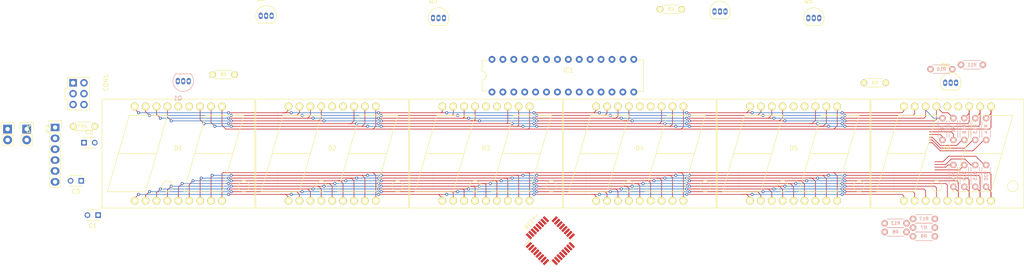
<source format=kicad_pcb>
(kicad_pcb (version 4) (host pcbnew 4.0.2-stable)

  (general
    (links 163)
    (no_connects 74)
    (area 26.012599 20.8306 264.768401 76.8334)
    (thickness 1.6)
    (drawings 0)
    (tracks 713)
    (zones 0)
    (modules 41)
    (nets 54)
  )

  (page A4)
  (layers
    (0 F.Cu signal)
    (31 B.Cu signal)
    (32 B.Adhes user)
    (33 F.Adhes user)
    (34 B.Paste user)
    (35 F.Paste user)
    (36 B.SilkS user)
    (37 F.SilkS user hide)
    (38 B.Mask user)
    (39 F.Mask user)
    (40 Dwgs.User user)
    (41 Cmts.User user)
    (42 Eco1.User user)
    (43 Eco2.User user)
    (44 Edge.Cuts user)
    (45 Margin user)
    (46 B.CrtYd user hide)
    (47 F.CrtYd user hide)
    (48 B.Fab user)
    (49 F.Fab user)
  )

  (setup
    (last_trace_width 0.1524)
    (trace_clearance 0.1524)
    (zone_clearance 0.508)
    (zone_45_only no)
    (trace_min 0.1524)
    (segment_width 0.2)
    (edge_width 0.15)
    (via_size 0.6858)
    (via_drill 0.3302)
    (via_min_size 0.6858)
    (via_min_drill 0.3302)
    (uvia_size 0.2794)
    (uvia_drill 0.1016)
    (uvias_allowed no)
    (uvia_min_size 0.2794)
    (uvia_min_drill 0.1016)
    (pcb_text_width 0.3)
    (pcb_text_size 1.5 1.5)
    (mod_edge_width 0.15)
    (mod_text_size 1 1)
    (mod_text_width 0.15)
    (pad_size 1.524 1.524)
    (pad_drill 0.762)
    (pad_to_mask_clearance 0.2)
    (aux_axis_origin 0 0)
    (visible_elements 7FFFF75F)
    (pcbplotparams
      (layerselection 0x00030_80000001)
      (usegerberextensions false)
      (excludeedgelayer true)
      (linewidth 0.100000)
      (plotframeref false)
      (viasonmask false)
      (mode 1)
      (useauxorigin false)
      (hpglpennumber 1)
      (hpglpenspeed 20)
      (hpglpendiameter 15)
      (hpglpenoverlay 2)
      (psnegative false)
      (psa4output false)
      (plotreference true)
      (plotvalue true)
      (plotinvisibletext false)
      (padsonsilk false)
      (subtractmaskfromsilk false)
      (outputformat 1)
      (mirror false)
      (drillshape 1)
      (scaleselection 1)
      (outputdirectory ""))
  )

  (net 0 "")
  (net 1 "Net-(C1-Pad1)")
  (net 2 GND)
  (net 3 VCC)
  (net 4 PC6)
  (net 5 RESET)
  (net 6 E1)
  (net 7 D1)
  (net 8 C1)
  (net 9 DP1)
  (net 10 E2)
  (net 11 D2)
  (net 12 G2)
  (net 13 C2)
  (net 14 DP2)
  (net 15 F1)
  (net 16 G1)
  (net 17 A1)
  (net 18 B1)
  (net 19 "Net-(D1-Pad13)")
  (net 20 F2)
  (net 21 A2)
  (net 22 B2)
  (net 23 "Net-(D2-Pad13)")
  (net 24 "Net-(D3-Pad13)")
  (net 25 "Net-(D4-Pad13)")
  (net 26 "Net-(D5-Pad13)")
  (net 27 "Net-(D6-Pad13)")
  (net 28 RX)
  (net 29 TX)
  (net 30 "Net-(IC1-Pad4)")
  (net 31 "Net-(IC1-Pad5)")
  (net 32 "Net-(IC1-Pad6)")
  (net 33 "Net-(IC1-Pad9)")
  (net 34 "Net-(IC1-Pad10)")
  (net 35 DC_1)
  (net 36 DC_2)
  (net 37 DC_3)
  (net 38 "Net-(IC1-Pad14)")
  (net 39 "Net-(IC1-Pad15)")
  (net 40 "Net-(IC1-Pad16)")
  (net 41 MOSI)
  (net 42 MISO)
  (net 43 SCK)
  (net 44 "Net-(IC1-Pad23)")
  (net 45 "Net-(IC1-Pad24)")
  (net 46 "Net-(IC1-Pad25)")
  (net 47 "Net-(IC1-Pad26)")
  (net 48 "Net-(IC1-Pad27)")
  (net 49 "Net-(IC1-Pad28)")
  (net 50 "Net-(P1-Pad2)")
  (net 51 "Net-(Q1-Pad2)")
  (net 52 "Net-(Q3-Pad2)")
  (net 53 "Net-(Q5-Pad2)")

  (net_class Default "This is the default net class."
    (clearance 0.1524)
    (trace_width 0.1524)
    (via_dia 0.6858)
    (via_drill 0.3302)
    (uvia_dia 0.2794)
    (uvia_drill 0.1016)
    (add_net A1)
    (add_net A2)
    (add_net B1)
    (add_net B2)
    (add_net C1)
    (add_net C2)
    (add_net D1)
    (add_net D2)
    (add_net DC_1)
    (add_net DC_2)
    (add_net DC_3)
    (add_net DP1)
    (add_net DP2)
    (add_net E1)
    (add_net E2)
    (add_net F1)
    (add_net F2)
    (add_net G1)
    (add_net G2)
    (add_net GND)
    (add_net MISO)
    (add_net MOSI)
    (add_net "Net-(C1-Pad1)")
    (add_net "Net-(D1-Pad13)")
    (add_net "Net-(D2-Pad13)")
    (add_net "Net-(D3-Pad13)")
    (add_net "Net-(D4-Pad13)")
    (add_net "Net-(D5-Pad13)")
    (add_net "Net-(D6-Pad13)")
    (add_net "Net-(IC1-Pad10)")
    (add_net "Net-(IC1-Pad14)")
    (add_net "Net-(IC1-Pad15)")
    (add_net "Net-(IC1-Pad16)")
    (add_net "Net-(IC1-Pad23)")
    (add_net "Net-(IC1-Pad24)")
    (add_net "Net-(IC1-Pad25)")
    (add_net "Net-(IC1-Pad26)")
    (add_net "Net-(IC1-Pad27)")
    (add_net "Net-(IC1-Pad28)")
    (add_net "Net-(IC1-Pad4)")
    (add_net "Net-(IC1-Pad5)")
    (add_net "Net-(IC1-Pad6)")
    (add_net "Net-(IC1-Pad9)")
    (add_net "Net-(P1-Pad2)")
    (add_net "Net-(Q1-Pad2)")
    (add_net "Net-(Q3-Pad2)")
    (add_net "Net-(Q5-Pad2)")
    (add_net PC6)
    (add_net RESET)
    (add_net RX)
    (add_net SCK)
    (add_net TX)
    (add_net VCC)
  )

  (module Capacitors_ThroughHole:C_Disc_D3_P2.5 (layer F.Cu) (tedit 0) (tstamp 585DB453)
    (at 49.022 73.406 180)
    (descr "Capacitor 3mm Disc, Pitch 2.5mm")
    (tags Capacitor)
    (path /585E1667)
    (fp_text reference C1 (at 1.25 -2.5 180) (layer F.SilkS)
      (effects (font (size 1 1) (thickness 0.15)))
    )
    (fp_text value 0.1uF (at 1.25 2.5 180) (layer F.Fab)
      (effects (font (size 1 1) (thickness 0.15)))
    )
    (fp_line (start -0.9 -1.5) (end 3.4 -1.5) (layer F.CrtYd) (width 0.05))
    (fp_line (start 3.4 -1.5) (end 3.4 1.5) (layer F.CrtYd) (width 0.05))
    (fp_line (start 3.4 1.5) (end -0.9 1.5) (layer F.CrtYd) (width 0.05))
    (fp_line (start -0.9 1.5) (end -0.9 -1.5) (layer F.CrtYd) (width 0.05))
    (fp_line (start -0.25 -1.25) (end 2.75 -1.25) (layer F.SilkS) (width 0.15))
    (fp_line (start 2.75 1.25) (end -0.25 1.25) (layer F.SilkS) (width 0.15))
    (pad 1 thru_hole rect (at 0 0 180) (size 1.3 1.3) (drill 0.8) (layers *.Cu *.Mask)
      (net 1 "Net-(C1-Pad1)"))
    (pad 2 thru_hole circle (at 2.5 0 180) (size 1.3 1.3) (drill 0.8001) (layers *.Cu *.Mask)
      (net 2 GND))
    (model Capacitors_ThroughHole.3dshapes/C_Disc_D3_P2.5.wrl
      (at (xyz 0.0492126 0 0))
      (scale (xyz 1 1 1))
      (rotate (xyz 0 0 0))
    )
  )

  (module Capacitors_ThroughHole:C_Disc_D3_P2.5 (layer F.Cu) (tedit 0) (tstamp 585DB459)
    (at 45.72 56.515)
    (descr "Capacitor 3mm Disc, Pitch 2.5mm")
    (tags Capacitor)
    (path /585DF6FF)
    (fp_text reference C2 (at 1.25 -2.5) (layer F.SilkS)
      (effects (font (size 1 1) (thickness 0.15)))
    )
    (fp_text value 0.1uF (at 1.25 2.5) (layer F.Fab)
      (effects (font (size 1 1) (thickness 0.15)))
    )
    (fp_line (start -0.9 -1.5) (end 3.4 -1.5) (layer F.CrtYd) (width 0.05))
    (fp_line (start 3.4 -1.5) (end 3.4 1.5) (layer F.CrtYd) (width 0.05))
    (fp_line (start 3.4 1.5) (end -0.9 1.5) (layer F.CrtYd) (width 0.05))
    (fp_line (start -0.9 1.5) (end -0.9 -1.5) (layer F.CrtYd) (width 0.05))
    (fp_line (start -0.25 -1.25) (end 2.75 -1.25) (layer F.SilkS) (width 0.15))
    (fp_line (start 2.75 1.25) (end -0.25 1.25) (layer F.SilkS) (width 0.15))
    (pad 1 thru_hole rect (at 0 0) (size 1.3 1.3) (drill 0.8) (layers *.Cu *.Mask)
      (net 3 VCC))
    (pad 2 thru_hole circle (at 2.5 0) (size 1.3 1.3) (drill 0.8001) (layers *.Cu *.Mask)
      (net 2 GND))
    (model Capacitors_ThroughHole.3dshapes/C_Disc_D3_P2.5.wrl
      (at (xyz 0.0492126 0 0))
      (scale (xyz 1 1 1))
      (rotate (xyz 0 0 0))
    )
  )

  (module Capacitors_ThroughHole:C_Disc_D3_P2.5 (layer F.Cu) (tedit 0) (tstamp 585DB45F)
    (at 45.085 65.405 180)
    (descr "Capacitor 3mm Disc, Pitch 2.5mm")
    (tags Capacitor)
    (path /585E2D7F)
    (fp_text reference C3 (at 1.25 -2.5 180) (layer F.SilkS)
      (effects (font (size 1 1) (thickness 0.15)))
    )
    (fp_text value 0.1uF (at 1.25 2.5 180) (layer F.Fab)
      (effects (font (size 1 1) (thickness 0.15)))
    )
    (fp_line (start -0.9 -1.5) (end 3.4 -1.5) (layer F.CrtYd) (width 0.05))
    (fp_line (start 3.4 -1.5) (end 3.4 1.5) (layer F.CrtYd) (width 0.05))
    (fp_line (start 3.4 1.5) (end -0.9 1.5) (layer F.CrtYd) (width 0.05))
    (fp_line (start -0.9 1.5) (end -0.9 -1.5) (layer F.CrtYd) (width 0.05))
    (fp_line (start -0.25 -1.25) (end 2.75 -1.25) (layer F.SilkS) (width 0.15))
    (fp_line (start 2.75 1.25) (end -0.25 1.25) (layer F.SilkS) (width 0.15))
    (pad 1 thru_hole rect (at 0 0 180) (size 1.3 1.3) (drill 0.8) (layers *.Cu *.Mask)
      (net 4 PC6))
    (pad 2 thru_hole circle (at 2.5 0 180) (size 1.3 1.3) (drill 0.8001) (layers *.Cu *.Mask)
      (net 5 RESET))
    (model Capacitors_ThroughHole.3dshapes/C_Disc_D3_P2.5.wrl
      (at (xyz 0.0492126 0 0))
      (scale (xyz 1 1 1))
      (rotate (xyz 0 0 0))
    )
  )

  (module footprints:DC08 (layer F.Cu) (tedit 585D611D) (tstamp 585DB47F)
    (at 67.691 59.055)
    (path /585D6278)
    (fp_text reference D1 (at 0 -1.27) (layer F.SilkS)
      (effects (font (size 1 1) (thickness 0.15)))
    )
    (fp_text value DC08 (at 0 2.54) (layer F.Fab)
      (effects (font (size 1 1) (thickness 0.15)))
    )
    (fp_circle (center 15.24 7.62) (end 16.51 7.62) (layer F.SilkS) (width 0.15))
    (fp_line (start 3.81 0) (end 12.7 0) (layer F.SilkS) (width 0.15))
    (fp_line (start 6.35 -8.89) (end 15.24 -8.89) (layer F.SilkS) (width 0.15))
    (fp_line (start 15.24 -8.89) (end 10.16 8.89) (layer F.SilkS) (width 0.15))
    (fp_line (start 10.16 8.89) (end 1.27 8.89) (layer F.SilkS) (width 0.15))
    (fp_line (start 6.35 -8.89) (end 1.27 8.89) (layer F.SilkS) (width 0.15))
    (fp_circle (center -2.54 7.62) (end -2.54 8.89) (layer F.SilkS) (width 0.15))
    (fp_line (start -13.97 0) (end -11.43 -8.89) (layer F.SilkS) (width 0.15))
    (fp_line (start -11.43 -8.89) (end -2.54 -8.89) (layer F.SilkS) (width 0.15))
    (fp_line (start -2.54 -8.89) (end -5.08 0) (layer F.SilkS) (width 0.15))
    (fp_line (start -16.51 8.89) (end -13.97 0) (layer F.SilkS) (width 0.15))
    (fp_line (start -13.97 0) (end -5.08 0) (layer F.SilkS) (width 0.15))
    (fp_line (start -5.08 0) (end -7.62 8.89) (layer F.SilkS) (width 0.15))
    (fp_line (start -7.62 8.89) (end -16.51 8.89) (layer F.SilkS) (width 0.15))
    (fp_line (start -17.78 -12.7) (end -17.78 12.7) (layer F.SilkS) (width 0.15))
    (fp_line (start -17.78 12.7) (end 17.78 12.7) (layer F.SilkS) (width 0.15))
    (fp_line (start 17.78 12.7) (end 17.78 -12.7) (layer F.SilkS) (width 0.15))
    (fp_line (start -17.78 -12.7) (end 17.78 -12.7) (layer F.SilkS) (width 0.15))
    (pad 1 thru_hole circle (at -10.16 11) (size 1.778 1.778) (drill 1.016) (layers *.Cu *.Mask F.SilkS)
      (net 6 E1))
    (pad 2 thru_hole circle (at -7.62 11) (size 1.778 1.778) (drill 1.016) (layers *.Cu *.Mask F.SilkS)
      (net 7 D1))
    (pad 3 thru_hole circle (at -5.08 11) (size 1.778 1.778) (drill 1.016) (layers *.Cu *.Mask F.SilkS)
      (net 8 C1))
    (pad 4 thru_hole circle (at -2.54 11) (size 1.778 1.778) (drill 1.016) (layers *.Cu *.Mask F.SilkS)
      (net 9 DP1))
    (pad 5 thru_hole circle (at 0 11) (size 1.778 1.778) (drill 1.016) (layers *.Cu *.Mask F.SilkS)
      (net 10 E2))
    (pad 6 thru_hole circle (at 2.54 11) (size 1.778 1.778) (drill 1.016) (layers *.Cu *.Mask F.SilkS)
      (net 11 D2))
    (pad 7 thru_hole circle (at 5.08 11) (size 1.778 1.778) (drill 1.016) (layers *.Cu *.Mask F.SilkS)
      (net 12 G2))
    (pad 8 thru_hole circle (at 7.62 11) (size 1.778 1.778) (drill 1.016) (layers *.Cu *.Mask F.SilkS)
      (net 13 C2))
    (pad 9 thru_hole circle (at 10.16 11) (size 1.778 1.778) (drill 1.016) (layers *.Cu *.Mask F.SilkS)
      (net 14 DP2))
    (pad 18 thru_hole circle (at -10.16 -11) (size 1.778 1.778) (drill 1.016) (layers *.Cu *.Mask F.SilkS)
      (net 15 F1))
    (pad 17 thru_hole circle (at -7.62 -11) (size 1.778 1.778) (drill 1.016) (layers *.Cu *.Mask F.SilkS)
      (net 16 G1))
    (pad 16 thru_hole circle (at -5.08 -11) (size 1.778 1.778) (drill 1.016) (layers *.Cu *.Mask F.SilkS)
      (net 17 A1))
    (pad 15 thru_hole circle (at -2.54 -11) (size 1.778 1.778) (drill 1.016) (layers *.Cu *.Mask F.SilkS)
      (net 18 B1))
    (pad 14 thru_hole circle (at 0 -11) (size 1.778 1.778) (drill 1.016) (layers *.Cu *.Mask F.SilkS)
      (net 19 "Net-(D1-Pad13)"))
    (pad 13 thru_hole circle (at 2.54 -11) (size 1.778 1.778) (drill 1.016) (layers *.Cu *.Mask F.SilkS)
      (net 19 "Net-(D1-Pad13)"))
    (pad 12 thru_hole circle (at 5.08 -11) (size 1.778 1.778) (drill 1.016) (layers *.Cu *.Mask F.SilkS)
      (net 20 F2))
    (pad 11 thru_hole circle (at 7.62 -11) (size 1.778 1.778) (drill 1.016) (layers *.Cu *.Mask F.SilkS)
      (net 21 A2))
    (pad 10 thru_hole circle (at 10.16 -11) (size 1.778 1.778) (drill 1.016) (layers *.Cu *.Mask F.SilkS)
      (net 22 B2))
  )

  (module footprints:DC08 (layer F.Cu) (tedit 585D611D) (tstamp 585DB495)
    (at 103.505 59.055)
    (path /585D6D9A)
    (fp_text reference D2 (at 0 -1.27) (layer F.SilkS)
      (effects (font (size 1 1) (thickness 0.15)))
    )
    (fp_text value DC08 (at 0 2.54) (layer F.Fab)
      (effects (font (size 1 1) (thickness 0.15)))
    )
    (fp_circle (center 15.24 7.62) (end 16.51 7.62) (layer F.SilkS) (width 0.15))
    (fp_line (start 3.81 0) (end 12.7 0) (layer F.SilkS) (width 0.15))
    (fp_line (start 6.35 -8.89) (end 15.24 -8.89) (layer F.SilkS) (width 0.15))
    (fp_line (start 15.24 -8.89) (end 10.16 8.89) (layer F.SilkS) (width 0.15))
    (fp_line (start 10.16 8.89) (end 1.27 8.89) (layer F.SilkS) (width 0.15))
    (fp_line (start 6.35 -8.89) (end 1.27 8.89) (layer F.SilkS) (width 0.15))
    (fp_circle (center -2.54 7.62) (end -2.54 8.89) (layer F.SilkS) (width 0.15))
    (fp_line (start -13.97 0) (end -11.43 -8.89) (layer F.SilkS) (width 0.15))
    (fp_line (start -11.43 -8.89) (end -2.54 -8.89) (layer F.SilkS) (width 0.15))
    (fp_line (start -2.54 -8.89) (end -5.08 0) (layer F.SilkS) (width 0.15))
    (fp_line (start -16.51 8.89) (end -13.97 0) (layer F.SilkS) (width 0.15))
    (fp_line (start -13.97 0) (end -5.08 0) (layer F.SilkS) (width 0.15))
    (fp_line (start -5.08 0) (end -7.62 8.89) (layer F.SilkS) (width 0.15))
    (fp_line (start -7.62 8.89) (end -16.51 8.89) (layer F.SilkS) (width 0.15))
    (fp_line (start -17.78 -12.7) (end -17.78 12.7) (layer F.SilkS) (width 0.15))
    (fp_line (start -17.78 12.7) (end 17.78 12.7) (layer F.SilkS) (width 0.15))
    (fp_line (start 17.78 12.7) (end 17.78 -12.7) (layer F.SilkS) (width 0.15))
    (fp_line (start -17.78 -12.7) (end 17.78 -12.7) (layer F.SilkS) (width 0.15))
    (pad 1 thru_hole circle (at -10.16 11) (size 1.778 1.778) (drill 1.016) (layers *.Cu *.Mask F.SilkS)
      (net 6 E1))
    (pad 2 thru_hole circle (at -7.62 11) (size 1.778 1.778) (drill 1.016) (layers *.Cu *.Mask F.SilkS)
      (net 7 D1))
    (pad 3 thru_hole circle (at -5.08 11) (size 1.778 1.778) (drill 1.016) (layers *.Cu *.Mask F.SilkS)
      (net 8 C1))
    (pad 4 thru_hole circle (at -2.54 11) (size 1.778 1.778) (drill 1.016) (layers *.Cu *.Mask F.SilkS)
      (net 9 DP1))
    (pad 5 thru_hole circle (at 0 11) (size 1.778 1.778) (drill 1.016) (layers *.Cu *.Mask F.SilkS)
      (net 10 E2))
    (pad 6 thru_hole circle (at 2.54 11) (size 1.778 1.778) (drill 1.016) (layers *.Cu *.Mask F.SilkS)
      (net 11 D2))
    (pad 7 thru_hole circle (at 5.08 11) (size 1.778 1.778) (drill 1.016) (layers *.Cu *.Mask F.SilkS)
      (net 12 G2))
    (pad 8 thru_hole circle (at 7.62 11) (size 1.778 1.778) (drill 1.016) (layers *.Cu *.Mask F.SilkS)
      (net 13 C2))
    (pad 9 thru_hole circle (at 10.16 11) (size 1.778 1.778) (drill 1.016) (layers *.Cu *.Mask F.SilkS)
      (net 14 DP2))
    (pad 18 thru_hole circle (at -10.16 -11) (size 1.778 1.778) (drill 1.016) (layers *.Cu *.Mask F.SilkS)
      (net 15 F1))
    (pad 17 thru_hole circle (at -7.62 -11) (size 1.778 1.778) (drill 1.016) (layers *.Cu *.Mask F.SilkS)
      (net 16 G1))
    (pad 16 thru_hole circle (at -5.08 -11) (size 1.778 1.778) (drill 1.016) (layers *.Cu *.Mask F.SilkS)
      (net 17 A1))
    (pad 15 thru_hole circle (at -2.54 -11) (size 1.778 1.778) (drill 1.016) (layers *.Cu *.Mask F.SilkS)
      (net 18 B1))
    (pad 14 thru_hole circle (at 0 -11) (size 1.778 1.778) (drill 1.016) (layers *.Cu *.Mask F.SilkS)
      (net 23 "Net-(D2-Pad13)"))
    (pad 13 thru_hole circle (at 2.54 -11) (size 1.778 1.778) (drill 1.016) (layers *.Cu *.Mask F.SilkS)
      (net 23 "Net-(D2-Pad13)"))
    (pad 12 thru_hole circle (at 5.08 -11) (size 1.778 1.778) (drill 1.016) (layers *.Cu *.Mask F.SilkS)
      (net 20 F2))
    (pad 11 thru_hole circle (at 7.62 -11) (size 1.778 1.778) (drill 1.016) (layers *.Cu *.Mask F.SilkS)
      (net 21 A2))
    (pad 10 thru_hole circle (at 10.16 -11) (size 1.778 1.778) (drill 1.016) (layers *.Cu *.Mask F.SilkS)
      (net 22 B2))
  )

  (module footprints:DC08 (layer F.Cu) (tedit 585D611D) (tstamp 585DB4AB)
    (at 139.319 59.055)
    (path /585D8277)
    (fp_text reference D3 (at 0 -1.27) (layer F.SilkS)
      (effects (font (size 1 1) (thickness 0.15)))
    )
    (fp_text value DC08 (at 0 2.54) (layer F.Fab)
      (effects (font (size 1 1) (thickness 0.15)))
    )
    (fp_circle (center 15.24 7.62) (end 16.51 7.62) (layer F.SilkS) (width 0.15))
    (fp_line (start 3.81 0) (end 12.7 0) (layer F.SilkS) (width 0.15))
    (fp_line (start 6.35 -8.89) (end 15.24 -8.89) (layer F.SilkS) (width 0.15))
    (fp_line (start 15.24 -8.89) (end 10.16 8.89) (layer F.SilkS) (width 0.15))
    (fp_line (start 10.16 8.89) (end 1.27 8.89) (layer F.SilkS) (width 0.15))
    (fp_line (start 6.35 -8.89) (end 1.27 8.89) (layer F.SilkS) (width 0.15))
    (fp_circle (center -2.54 7.62) (end -2.54 8.89) (layer F.SilkS) (width 0.15))
    (fp_line (start -13.97 0) (end -11.43 -8.89) (layer F.SilkS) (width 0.15))
    (fp_line (start -11.43 -8.89) (end -2.54 -8.89) (layer F.SilkS) (width 0.15))
    (fp_line (start -2.54 -8.89) (end -5.08 0) (layer F.SilkS) (width 0.15))
    (fp_line (start -16.51 8.89) (end -13.97 0) (layer F.SilkS) (width 0.15))
    (fp_line (start -13.97 0) (end -5.08 0) (layer F.SilkS) (width 0.15))
    (fp_line (start -5.08 0) (end -7.62 8.89) (layer F.SilkS) (width 0.15))
    (fp_line (start -7.62 8.89) (end -16.51 8.89) (layer F.SilkS) (width 0.15))
    (fp_line (start -17.78 -12.7) (end -17.78 12.7) (layer F.SilkS) (width 0.15))
    (fp_line (start -17.78 12.7) (end 17.78 12.7) (layer F.SilkS) (width 0.15))
    (fp_line (start 17.78 12.7) (end 17.78 -12.7) (layer F.SilkS) (width 0.15))
    (fp_line (start -17.78 -12.7) (end 17.78 -12.7) (layer F.SilkS) (width 0.15))
    (pad 1 thru_hole circle (at -10.16 11) (size 1.778 1.778) (drill 1.016) (layers *.Cu *.Mask F.SilkS)
      (net 6 E1))
    (pad 2 thru_hole circle (at -7.62 11) (size 1.778 1.778) (drill 1.016) (layers *.Cu *.Mask F.SilkS)
      (net 7 D1))
    (pad 3 thru_hole circle (at -5.08 11) (size 1.778 1.778) (drill 1.016) (layers *.Cu *.Mask F.SilkS)
      (net 8 C1))
    (pad 4 thru_hole circle (at -2.54 11) (size 1.778 1.778) (drill 1.016) (layers *.Cu *.Mask F.SilkS)
      (net 9 DP1))
    (pad 5 thru_hole circle (at 0 11) (size 1.778 1.778) (drill 1.016) (layers *.Cu *.Mask F.SilkS)
      (net 10 E2))
    (pad 6 thru_hole circle (at 2.54 11) (size 1.778 1.778) (drill 1.016) (layers *.Cu *.Mask F.SilkS)
      (net 11 D2))
    (pad 7 thru_hole circle (at 5.08 11) (size 1.778 1.778) (drill 1.016) (layers *.Cu *.Mask F.SilkS)
      (net 12 G2))
    (pad 8 thru_hole circle (at 7.62 11) (size 1.778 1.778) (drill 1.016) (layers *.Cu *.Mask F.SilkS)
      (net 13 C2))
    (pad 9 thru_hole circle (at 10.16 11) (size 1.778 1.778) (drill 1.016) (layers *.Cu *.Mask F.SilkS)
      (net 14 DP2))
    (pad 18 thru_hole circle (at -10.16 -11) (size 1.778 1.778) (drill 1.016) (layers *.Cu *.Mask F.SilkS)
      (net 15 F1))
    (pad 17 thru_hole circle (at -7.62 -11) (size 1.778 1.778) (drill 1.016) (layers *.Cu *.Mask F.SilkS)
      (net 16 G1))
    (pad 16 thru_hole circle (at -5.08 -11) (size 1.778 1.778) (drill 1.016) (layers *.Cu *.Mask F.SilkS)
      (net 17 A1))
    (pad 15 thru_hole circle (at -2.54 -11) (size 1.778 1.778) (drill 1.016) (layers *.Cu *.Mask F.SilkS)
      (net 18 B1))
    (pad 14 thru_hole circle (at 0 -11) (size 1.778 1.778) (drill 1.016) (layers *.Cu *.Mask F.SilkS)
      (net 24 "Net-(D3-Pad13)"))
    (pad 13 thru_hole circle (at 2.54 -11) (size 1.778 1.778) (drill 1.016) (layers *.Cu *.Mask F.SilkS)
      (net 24 "Net-(D3-Pad13)"))
    (pad 12 thru_hole circle (at 5.08 -11) (size 1.778 1.778) (drill 1.016) (layers *.Cu *.Mask F.SilkS)
      (net 20 F2))
    (pad 11 thru_hole circle (at 7.62 -11) (size 1.778 1.778) (drill 1.016) (layers *.Cu *.Mask F.SilkS)
      (net 21 A2))
    (pad 10 thru_hole circle (at 10.16 -11) (size 1.778 1.778) (drill 1.016) (layers *.Cu *.Mask F.SilkS)
      (net 22 B2))
  )

  (module footprints:DC08 (layer F.Cu) (tedit 585D611D) (tstamp 585DB4C1)
    (at 175.133 59.055)
    (path /585D829D)
    (fp_text reference D4 (at 0 -1.27) (layer F.SilkS)
      (effects (font (size 1 1) (thickness 0.15)))
    )
    (fp_text value DC08 (at 0 2.54) (layer F.Fab)
      (effects (font (size 1 1) (thickness 0.15)))
    )
    (fp_circle (center 15.24 7.62) (end 16.51 7.62) (layer F.SilkS) (width 0.15))
    (fp_line (start 3.81 0) (end 12.7 0) (layer F.SilkS) (width 0.15))
    (fp_line (start 6.35 -8.89) (end 15.24 -8.89) (layer F.SilkS) (width 0.15))
    (fp_line (start 15.24 -8.89) (end 10.16 8.89) (layer F.SilkS) (width 0.15))
    (fp_line (start 10.16 8.89) (end 1.27 8.89) (layer F.SilkS) (width 0.15))
    (fp_line (start 6.35 -8.89) (end 1.27 8.89) (layer F.SilkS) (width 0.15))
    (fp_circle (center -2.54 7.62) (end -2.54 8.89) (layer F.SilkS) (width 0.15))
    (fp_line (start -13.97 0) (end -11.43 -8.89) (layer F.SilkS) (width 0.15))
    (fp_line (start -11.43 -8.89) (end -2.54 -8.89) (layer F.SilkS) (width 0.15))
    (fp_line (start -2.54 -8.89) (end -5.08 0) (layer F.SilkS) (width 0.15))
    (fp_line (start -16.51 8.89) (end -13.97 0) (layer F.SilkS) (width 0.15))
    (fp_line (start -13.97 0) (end -5.08 0) (layer F.SilkS) (width 0.15))
    (fp_line (start -5.08 0) (end -7.62 8.89) (layer F.SilkS) (width 0.15))
    (fp_line (start -7.62 8.89) (end -16.51 8.89) (layer F.SilkS) (width 0.15))
    (fp_line (start -17.78 -12.7) (end -17.78 12.7) (layer F.SilkS) (width 0.15))
    (fp_line (start -17.78 12.7) (end 17.78 12.7) (layer F.SilkS) (width 0.15))
    (fp_line (start 17.78 12.7) (end 17.78 -12.7) (layer F.SilkS) (width 0.15))
    (fp_line (start -17.78 -12.7) (end 17.78 -12.7) (layer F.SilkS) (width 0.15))
    (pad 1 thru_hole circle (at -10.16 11) (size 1.778 1.778) (drill 1.016) (layers *.Cu *.Mask F.SilkS)
      (net 6 E1))
    (pad 2 thru_hole circle (at -7.62 11) (size 1.778 1.778) (drill 1.016) (layers *.Cu *.Mask F.SilkS)
      (net 7 D1))
    (pad 3 thru_hole circle (at -5.08 11) (size 1.778 1.778) (drill 1.016) (layers *.Cu *.Mask F.SilkS)
      (net 8 C1))
    (pad 4 thru_hole circle (at -2.54 11) (size 1.778 1.778) (drill 1.016) (layers *.Cu *.Mask F.SilkS)
      (net 9 DP1))
    (pad 5 thru_hole circle (at 0 11) (size 1.778 1.778) (drill 1.016) (layers *.Cu *.Mask F.SilkS)
      (net 10 E2))
    (pad 6 thru_hole circle (at 2.54 11) (size 1.778 1.778) (drill 1.016) (layers *.Cu *.Mask F.SilkS)
      (net 11 D2))
    (pad 7 thru_hole circle (at 5.08 11) (size 1.778 1.778) (drill 1.016) (layers *.Cu *.Mask F.SilkS)
      (net 12 G2))
    (pad 8 thru_hole circle (at 7.62 11) (size 1.778 1.778) (drill 1.016) (layers *.Cu *.Mask F.SilkS)
      (net 13 C2))
    (pad 9 thru_hole circle (at 10.16 11) (size 1.778 1.778) (drill 1.016) (layers *.Cu *.Mask F.SilkS)
      (net 14 DP2))
    (pad 18 thru_hole circle (at -10.16 -11) (size 1.778 1.778) (drill 1.016) (layers *.Cu *.Mask F.SilkS)
      (net 15 F1))
    (pad 17 thru_hole circle (at -7.62 -11) (size 1.778 1.778) (drill 1.016) (layers *.Cu *.Mask F.SilkS)
      (net 16 G1))
    (pad 16 thru_hole circle (at -5.08 -11) (size 1.778 1.778) (drill 1.016) (layers *.Cu *.Mask F.SilkS)
      (net 17 A1))
    (pad 15 thru_hole circle (at -2.54 -11) (size 1.778 1.778) (drill 1.016) (layers *.Cu *.Mask F.SilkS)
      (net 18 B1))
    (pad 14 thru_hole circle (at 0 -11) (size 1.778 1.778) (drill 1.016) (layers *.Cu *.Mask F.SilkS)
      (net 25 "Net-(D4-Pad13)"))
    (pad 13 thru_hole circle (at 2.54 -11) (size 1.778 1.778) (drill 1.016) (layers *.Cu *.Mask F.SilkS)
      (net 25 "Net-(D4-Pad13)"))
    (pad 12 thru_hole circle (at 5.08 -11) (size 1.778 1.778) (drill 1.016) (layers *.Cu *.Mask F.SilkS)
      (net 20 F2))
    (pad 11 thru_hole circle (at 7.62 -11) (size 1.778 1.778) (drill 1.016) (layers *.Cu *.Mask F.SilkS)
      (net 21 A2))
    (pad 10 thru_hole circle (at 10.16 -11) (size 1.778 1.778) (drill 1.016) (layers *.Cu *.Mask F.SilkS)
      (net 22 B2))
  )

  (module footprints:DC08 (layer F.Cu) (tedit 585D611D) (tstamp 585DB4D7)
    (at 210.947 59.055)
    (path /585D8410)
    (fp_text reference D5 (at 0 -1.27) (layer F.SilkS)
      (effects (font (size 1 1) (thickness 0.15)))
    )
    (fp_text value DC08 (at 0 2.54) (layer F.Fab)
      (effects (font (size 1 1) (thickness 0.15)))
    )
    (fp_circle (center 15.24 7.62) (end 16.51 7.62) (layer F.SilkS) (width 0.15))
    (fp_line (start 3.81 0) (end 12.7 0) (layer F.SilkS) (width 0.15))
    (fp_line (start 6.35 -8.89) (end 15.24 -8.89) (layer F.SilkS) (width 0.15))
    (fp_line (start 15.24 -8.89) (end 10.16 8.89) (layer F.SilkS) (width 0.15))
    (fp_line (start 10.16 8.89) (end 1.27 8.89) (layer F.SilkS) (width 0.15))
    (fp_line (start 6.35 -8.89) (end 1.27 8.89) (layer F.SilkS) (width 0.15))
    (fp_circle (center -2.54 7.62) (end -2.54 8.89) (layer F.SilkS) (width 0.15))
    (fp_line (start -13.97 0) (end -11.43 -8.89) (layer F.SilkS) (width 0.15))
    (fp_line (start -11.43 -8.89) (end -2.54 -8.89) (layer F.SilkS) (width 0.15))
    (fp_line (start -2.54 -8.89) (end -5.08 0) (layer F.SilkS) (width 0.15))
    (fp_line (start -16.51 8.89) (end -13.97 0) (layer F.SilkS) (width 0.15))
    (fp_line (start -13.97 0) (end -5.08 0) (layer F.SilkS) (width 0.15))
    (fp_line (start -5.08 0) (end -7.62 8.89) (layer F.SilkS) (width 0.15))
    (fp_line (start -7.62 8.89) (end -16.51 8.89) (layer F.SilkS) (width 0.15))
    (fp_line (start -17.78 -12.7) (end -17.78 12.7) (layer F.SilkS) (width 0.15))
    (fp_line (start -17.78 12.7) (end 17.78 12.7) (layer F.SilkS) (width 0.15))
    (fp_line (start 17.78 12.7) (end 17.78 -12.7) (layer F.SilkS) (width 0.15))
    (fp_line (start -17.78 -12.7) (end 17.78 -12.7) (layer F.SilkS) (width 0.15))
    (pad 1 thru_hole circle (at -10.16 11) (size 1.778 1.778) (drill 1.016) (layers *.Cu *.Mask F.SilkS)
      (net 6 E1))
    (pad 2 thru_hole circle (at -7.62 11) (size 1.778 1.778) (drill 1.016) (layers *.Cu *.Mask F.SilkS)
      (net 7 D1))
    (pad 3 thru_hole circle (at -5.08 11) (size 1.778 1.778) (drill 1.016) (layers *.Cu *.Mask F.SilkS)
      (net 8 C1))
    (pad 4 thru_hole circle (at -2.54 11) (size 1.778 1.778) (drill 1.016) (layers *.Cu *.Mask F.SilkS)
      (net 9 DP1))
    (pad 5 thru_hole circle (at 0 11) (size 1.778 1.778) (drill 1.016) (layers *.Cu *.Mask F.SilkS)
      (net 10 E2))
    (pad 6 thru_hole circle (at 2.54 11) (size 1.778 1.778) (drill 1.016) (layers *.Cu *.Mask F.SilkS)
      (net 11 D2))
    (pad 7 thru_hole circle (at 5.08 11) (size 1.778 1.778) (drill 1.016) (layers *.Cu *.Mask F.SilkS)
      (net 12 G2))
    (pad 8 thru_hole circle (at 7.62 11) (size 1.778 1.778) (drill 1.016) (layers *.Cu *.Mask F.SilkS)
      (net 13 C2))
    (pad 9 thru_hole circle (at 10.16 11) (size 1.778 1.778) (drill 1.016) (layers *.Cu *.Mask F.SilkS)
      (net 14 DP2))
    (pad 18 thru_hole circle (at -10.16 -11) (size 1.778 1.778) (drill 1.016) (layers *.Cu *.Mask F.SilkS)
      (net 15 F1))
    (pad 17 thru_hole circle (at -7.62 -11) (size 1.778 1.778) (drill 1.016) (layers *.Cu *.Mask F.SilkS)
      (net 16 G1))
    (pad 16 thru_hole circle (at -5.08 -11) (size 1.778 1.778) (drill 1.016) (layers *.Cu *.Mask F.SilkS)
      (net 17 A1))
    (pad 15 thru_hole circle (at -2.54 -11) (size 1.778 1.778) (drill 1.016) (layers *.Cu *.Mask F.SilkS)
      (net 18 B1))
    (pad 14 thru_hole circle (at 0 -11) (size 1.778 1.778) (drill 1.016) (layers *.Cu *.Mask F.SilkS)
      (net 26 "Net-(D5-Pad13)"))
    (pad 13 thru_hole circle (at 2.54 -11) (size 1.778 1.778) (drill 1.016) (layers *.Cu *.Mask F.SilkS)
      (net 26 "Net-(D5-Pad13)"))
    (pad 12 thru_hole circle (at 5.08 -11) (size 1.778 1.778) (drill 1.016) (layers *.Cu *.Mask F.SilkS)
      (net 20 F2))
    (pad 11 thru_hole circle (at 7.62 -11) (size 1.778 1.778) (drill 1.016) (layers *.Cu *.Mask F.SilkS)
      (net 21 A2))
    (pad 10 thru_hole circle (at 10.16 -11) (size 1.778 1.778) (drill 1.016) (layers *.Cu *.Mask F.SilkS)
      (net 22 B2))
  )

  (module footprints:DC08 (layer F.Cu) (tedit 585D611D) (tstamp 585DB4ED)
    (at 246.761 59.055)
    (path /585D8436)
    (fp_text reference D6 (at 0 -1.27) (layer F.SilkS)
      (effects (font (size 1 1) (thickness 0.15)))
    )
    (fp_text value DC08 (at 0 2.54) (layer F.Fab)
      (effects (font (size 1 1) (thickness 0.15)))
    )
    (fp_circle (center 15.24 7.62) (end 16.51 7.62) (layer F.SilkS) (width 0.15))
    (fp_line (start 3.81 0) (end 12.7 0) (layer F.SilkS) (width 0.15))
    (fp_line (start 6.35 -8.89) (end 15.24 -8.89) (layer F.SilkS) (width 0.15))
    (fp_line (start 15.24 -8.89) (end 10.16 8.89) (layer F.SilkS) (width 0.15))
    (fp_line (start 10.16 8.89) (end 1.27 8.89) (layer F.SilkS) (width 0.15))
    (fp_line (start 6.35 -8.89) (end 1.27 8.89) (layer F.SilkS) (width 0.15))
    (fp_circle (center -2.54 7.62) (end -2.54 8.89) (layer F.SilkS) (width 0.15))
    (fp_line (start -13.97 0) (end -11.43 -8.89) (layer F.SilkS) (width 0.15))
    (fp_line (start -11.43 -8.89) (end -2.54 -8.89) (layer F.SilkS) (width 0.15))
    (fp_line (start -2.54 -8.89) (end -5.08 0) (layer F.SilkS) (width 0.15))
    (fp_line (start -16.51 8.89) (end -13.97 0) (layer F.SilkS) (width 0.15))
    (fp_line (start -13.97 0) (end -5.08 0) (layer F.SilkS) (width 0.15))
    (fp_line (start -5.08 0) (end -7.62 8.89) (layer F.SilkS) (width 0.15))
    (fp_line (start -7.62 8.89) (end -16.51 8.89) (layer F.SilkS) (width 0.15))
    (fp_line (start -17.78 -12.7) (end -17.78 12.7) (layer F.SilkS) (width 0.15))
    (fp_line (start -17.78 12.7) (end 17.78 12.7) (layer F.SilkS) (width 0.15))
    (fp_line (start 17.78 12.7) (end 17.78 -12.7) (layer F.SilkS) (width 0.15))
    (fp_line (start -17.78 -12.7) (end 17.78 -12.7) (layer F.SilkS) (width 0.15))
    (pad 1 thru_hole circle (at -10.16 11) (size 1.778 1.778) (drill 1.016) (layers *.Cu *.Mask F.SilkS)
      (net 6 E1))
    (pad 2 thru_hole circle (at -7.62 11) (size 1.778 1.778) (drill 1.016) (layers *.Cu *.Mask F.SilkS)
      (net 7 D1))
    (pad 3 thru_hole circle (at -5.08 11) (size 1.778 1.778) (drill 1.016) (layers *.Cu *.Mask F.SilkS)
      (net 8 C1))
    (pad 4 thru_hole circle (at -2.54 11) (size 1.778 1.778) (drill 1.016) (layers *.Cu *.Mask F.SilkS)
      (net 9 DP1))
    (pad 5 thru_hole circle (at 0 11) (size 1.778 1.778) (drill 1.016) (layers *.Cu *.Mask F.SilkS)
      (net 10 E2))
    (pad 6 thru_hole circle (at 2.54 11) (size 1.778 1.778) (drill 1.016) (layers *.Cu *.Mask F.SilkS)
      (net 11 D2))
    (pad 7 thru_hole circle (at 5.08 11) (size 1.778 1.778) (drill 1.016) (layers *.Cu *.Mask F.SilkS)
      (net 12 G2))
    (pad 8 thru_hole circle (at 7.62 11) (size 1.778 1.778) (drill 1.016) (layers *.Cu *.Mask F.SilkS)
      (net 13 C2))
    (pad 9 thru_hole circle (at 10.16 11) (size 1.778 1.778) (drill 1.016) (layers *.Cu *.Mask F.SilkS)
      (net 14 DP2))
    (pad 18 thru_hole circle (at -10.16 -11) (size 1.778 1.778) (drill 1.016) (layers *.Cu *.Mask F.SilkS)
      (net 15 F1))
    (pad 17 thru_hole circle (at -7.62 -11) (size 1.778 1.778) (drill 1.016) (layers *.Cu *.Mask F.SilkS)
      (net 16 G1))
    (pad 16 thru_hole circle (at -5.08 -11) (size 1.778 1.778) (drill 1.016) (layers *.Cu *.Mask F.SilkS)
      (net 17 A1))
    (pad 15 thru_hole circle (at -2.54 -11) (size 1.778 1.778) (drill 1.016) (layers *.Cu *.Mask F.SilkS)
      (net 18 B1))
    (pad 14 thru_hole circle (at 0 -11) (size 1.778 1.778) (drill 1.016) (layers *.Cu *.Mask F.SilkS)
      (net 27 "Net-(D6-Pad13)"))
    (pad 13 thru_hole circle (at 2.54 -11) (size 1.778 1.778) (drill 1.016) (layers *.Cu *.Mask F.SilkS)
      (net 27 "Net-(D6-Pad13)"))
    (pad 12 thru_hole circle (at 5.08 -11) (size 1.778 1.778) (drill 1.016) (layers *.Cu *.Mask F.SilkS)
      (net 20 F2))
    (pad 11 thru_hole circle (at 7.62 -11) (size 1.778 1.778) (drill 1.016) (layers *.Cu *.Mask F.SilkS)
      (net 21 A2))
    (pad 10 thru_hole circle (at 10.16 -11) (size 1.778 1.778) (drill 1.016) (layers *.Cu *.Mask F.SilkS)
      (net 22 B2))
  )

  (module Socket_Strips:Socket_Strip_Straight_1x06 (layer F.Cu) (tedit 0) (tstamp 585DB517)
    (at 38.989 52.959 270)
    (descr "Through hole socket strip")
    (tags "socket strip")
    (path /585E6DD7)
    (fp_text reference P1 (at 0 -5.1 270) (layer F.SilkS)
      (effects (font (size 1 1) (thickness 0.15)))
    )
    (fp_text value UART (at 0 -3.1 270) (layer F.Fab)
      (effects (font (size 1 1) (thickness 0.15)))
    )
    (fp_line (start -1.75 -1.75) (end -1.75 1.75) (layer F.CrtYd) (width 0.05))
    (fp_line (start 14.45 -1.75) (end 14.45 1.75) (layer F.CrtYd) (width 0.05))
    (fp_line (start -1.75 -1.75) (end 14.45 -1.75) (layer F.CrtYd) (width 0.05))
    (fp_line (start -1.75 1.75) (end 14.45 1.75) (layer F.CrtYd) (width 0.05))
    (fp_line (start 1.27 1.27) (end 13.97 1.27) (layer F.SilkS) (width 0.15))
    (fp_line (start 13.97 1.27) (end 13.97 -1.27) (layer F.SilkS) (width 0.15))
    (fp_line (start 13.97 -1.27) (end 1.27 -1.27) (layer F.SilkS) (width 0.15))
    (fp_line (start -1.55 1.55) (end 0 1.55) (layer F.SilkS) (width 0.15))
    (fp_line (start 1.27 1.27) (end 1.27 -1.27) (layer F.SilkS) (width 0.15))
    (fp_line (start 0 -1.55) (end -1.55 -1.55) (layer F.SilkS) (width 0.15))
    (fp_line (start -1.55 -1.55) (end -1.55 1.55) (layer F.SilkS) (width 0.15))
    (pad 1 thru_hole rect (at 0 0 270) (size 1.7272 2.032) (drill 1.016) (layers *.Cu *.Mask)
      (net 2 GND))
    (pad 2 thru_hole oval (at 2.54 0 270) (size 1.7272 2.032) (drill 1.016) (layers *.Cu *.Mask)
      (net 50 "Net-(P1-Pad2)"))
    (pad 3 thru_hole oval (at 5.08 0 270) (size 1.7272 2.032) (drill 1.016) (layers *.Cu *.Mask)
      (net 3 VCC))
    (pad 4 thru_hole oval (at 7.62 0 270) (size 1.7272 2.032) (drill 1.016) (layers *.Cu *.Mask)
      (net 28 RX))
    (pad 5 thru_hole oval (at 10.16 0 270) (size 1.7272 2.032) (drill 1.016) (layers *.Cu *.Mask)
      (net 29 TX))
    (pad 6 thru_hole oval (at 12.7 0 270) (size 1.7272 2.032) (drill 1.016) (layers *.Cu *.Mask)
      (net 5 RESET))
    (model Socket_Strips.3dshapes/Socket_Strip_Straight_1x06.wrl
      (at (xyz 0.25 0 0))
      (scale (xyz 1 1 1))
      (rotate (xyz 0 0 180))
    )
  )

  (module Socket_Strips:Socket_Strip_Straight_1x02 (layer F.Cu) (tedit 54E9F75E) (tstamp 585DB51D)
    (at 32.385 53.34 270)
    (descr "Through hole socket strip")
    (tags "socket strip")
    (path /585F7453)
    (fp_text reference P2 (at 0 -5.1 270) (layer F.SilkS)
      (effects (font (size 1 1) (thickness 0.15)))
    )
    (fp_text value CONN_01X02 (at 0 -3.1 270) (layer F.Fab)
      (effects (font (size 1 1) (thickness 0.15)))
    )
    (fp_line (start -1.55 1.55) (end 0 1.55) (layer F.SilkS) (width 0.15))
    (fp_line (start 3.81 1.27) (end 1.27 1.27) (layer F.SilkS) (width 0.15))
    (fp_line (start -1.75 -1.75) (end -1.75 1.75) (layer F.CrtYd) (width 0.05))
    (fp_line (start 4.3 -1.75) (end 4.3 1.75) (layer F.CrtYd) (width 0.05))
    (fp_line (start -1.75 -1.75) (end 4.3 -1.75) (layer F.CrtYd) (width 0.05))
    (fp_line (start -1.75 1.75) (end 4.3 1.75) (layer F.CrtYd) (width 0.05))
    (fp_line (start 1.27 1.27) (end 1.27 -1.27) (layer F.SilkS) (width 0.15))
    (fp_line (start 0 -1.55) (end -1.55 -1.55) (layer F.SilkS) (width 0.15))
    (fp_line (start -1.55 -1.55) (end -1.55 1.55) (layer F.SilkS) (width 0.15))
    (fp_line (start 1.27 -1.27) (end 3.81 -1.27) (layer F.SilkS) (width 0.15))
    (fp_line (start 3.81 -1.27) (end 3.81 1.27) (layer F.SilkS) (width 0.15))
    (pad 1 thru_hole rect (at 0 0 270) (size 2.032 2.032) (drill 1.016) (layers *.Cu *.Mask)
      (net 2 GND))
    (pad 2 thru_hole oval (at 2.54 0 270) (size 2.032 2.032) (drill 1.016) (layers *.Cu *.Mask)
      (net 29 TX))
    (model Socket_Strips.3dshapes/Socket_Strip_Straight_1x02.wrl
      (at (xyz 0.05 0 0))
      (scale (xyz 1 1 1))
      (rotate (xyz 0 0 180))
    )
  )

  (module Socket_Strips:Socket_Strip_Straight_1x02 (layer F.Cu) (tedit 54E9F75E) (tstamp 585DB523)
    (at 27.94 53.34 270)
    (descr "Through hole socket strip")
    (tags "socket strip")
    (path /585F771C)
    (fp_text reference P3 (at 0 -5.1 270) (layer F.SilkS)
      (effects (font (size 1 1) (thickness 0.15)))
    )
    (fp_text value CONN_01X02 (at 0 -3.1 270) (layer F.Fab)
      (effects (font (size 1 1) (thickness 0.15)))
    )
    (fp_line (start -1.55 1.55) (end 0 1.55) (layer F.SilkS) (width 0.15))
    (fp_line (start 3.81 1.27) (end 1.27 1.27) (layer F.SilkS) (width 0.15))
    (fp_line (start -1.75 -1.75) (end -1.75 1.75) (layer F.CrtYd) (width 0.05))
    (fp_line (start 4.3 -1.75) (end 4.3 1.75) (layer F.CrtYd) (width 0.05))
    (fp_line (start -1.75 -1.75) (end 4.3 -1.75) (layer F.CrtYd) (width 0.05))
    (fp_line (start -1.75 1.75) (end 4.3 1.75) (layer F.CrtYd) (width 0.05))
    (fp_line (start 1.27 1.27) (end 1.27 -1.27) (layer F.SilkS) (width 0.15))
    (fp_line (start 0 -1.55) (end -1.55 -1.55) (layer F.SilkS) (width 0.15))
    (fp_line (start -1.55 -1.55) (end -1.55 1.55) (layer F.SilkS) (width 0.15))
    (fp_line (start 1.27 -1.27) (end 3.81 -1.27) (layer F.SilkS) (width 0.15))
    (fp_line (start 3.81 -1.27) (end 3.81 1.27) (layer F.SilkS) (width 0.15))
    (pad 1 thru_hole rect (at 0 0 270) (size 2.032 2.032) (drill 1.016) (layers *.Cu *.Mask)
      (net 2 GND))
    (pad 2 thru_hole oval (at 2.54 0 270) (size 2.032 2.032) (drill 1.016) (layers *.Cu *.Mask)
      (net 29 TX))
    (model Socket_Strips.3dshapes/Socket_Strip_Straight_1x02.wrl
      (at (xyz 0.05 0 0))
      (scale (xyz 1 1 1))
      (rotate (xyz 0 0 180))
    )
  )

  (module TO_SOT_Packages_THT:TO-92_Inline_Narrow_Oval (layer B.Cu) (tedit 54F24281) (tstamp 585DB52A)
    (at 67.564 42.164)
    (descr "TO-92 leads in-line, narrow, oval pads, drill 0.6mm (see NXP sot054_po.pdf)")
    (tags "to-92 sc-43 sc-43a sot54 PA33 transistor")
    (path /585D6FCD)
    (fp_text reference Q1 (at 0 4) (layer B.SilkS)
      (effects (font (size 1 1) (thickness 0.15)) (justify mirror))
    )
    (fp_text value PN2222ABU (at 0 -3) (layer B.Fab)
      (effects (font (size 1 1) (thickness 0.15)) (justify mirror))
    )
    (fp_line (start -1.4 -1.95) (end -1.4 2.65) (layer B.CrtYd) (width 0.05))
    (fp_line (start -1.4 -1.95) (end 3.95 -1.95) (layer B.CrtYd) (width 0.05))
    (fp_line (start -0.43 -1.7) (end 2.97 -1.7) (layer B.SilkS) (width 0.15))
    (fp_arc (start 1.27 0) (end 1.27 2.4) (angle 135) (layer B.SilkS) (width 0.15))
    (fp_arc (start 1.27 0) (end 1.27 2.4) (angle -135) (layer B.SilkS) (width 0.15))
    (fp_line (start -1.4 2.65) (end 3.95 2.65) (layer B.CrtYd) (width 0.05))
    (fp_line (start 3.95 -1.95) (end 3.95 2.65) (layer B.CrtYd) (width 0.05))
    (pad 2 thru_hole oval (at 1.27 0 180) (size 0.89916 1.50114) (drill 0.6) (layers *.Cu *.Mask)
      (net 51 "Net-(Q1-Pad2)"))
    (pad 3 thru_hole oval (at 2.54 0 180) (size 0.89916 1.50114) (drill 0.6) (layers *.Cu *.Mask)
      (net 19 "Net-(D1-Pad13)"))
    (pad 1 thru_hole oval (at 0 0 180) (size 0.89916 1.50114) (drill 0.6) (layers *.Cu *.Mask)
      (net 2 GND))
    (model TO_SOT_Packages_THT.3dshapes/TO-92_Inline_Narrow_Oval.wrl
      (at (xyz 0.05 0 0))
      (scale (xyz 1 1 1))
      (rotate (xyz 0 0 -90))
    )
  )

  (module TO_SOT_Packages_THT:TO-92_Inline_Narrow_Oval (layer F.Cu) (tedit 54F24281) (tstamp 585DB531)
    (at 86.868 26.924)
    (descr "TO-92 leads in-line, narrow, oval pads, drill 0.6mm (see NXP sot054_po.pdf)")
    (tags "to-92 sc-43 sc-43a sot54 PA33 transistor")
    (path /585D70D5)
    (fp_text reference Q2 (at 0 -4) (layer F.SilkS)
      (effects (font (size 1 1) (thickness 0.15)))
    )
    (fp_text value PN2907BU (at 0 3) (layer F.Fab)
      (effects (font (size 1 1) (thickness 0.15)))
    )
    (fp_line (start -1.4 1.95) (end -1.4 -2.65) (layer F.CrtYd) (width 0.05))
    (fp_line (start -1.4 1.95) (end 3.95 1.95) (layer F.CrtYd) (width 0.05))
    (fp_line (start -0.43 1.7) (end 2.97 1.7) (layer F.SilkS) (width 0.15))
    (fp_arc (start 1.27 0) (end 1.27 -2.4) (angle -135) (layer F.SilkS) (width 0.15))
    (fp_arc (start 1.27 0) (end 1.27 -2.4) (angle 135) (layer F.SilkS) (width 0.15))
    (fp_line (start -1.4 -2.65) (end 3.95 -2.65) (layer F.CrtYd) (width 0.05))
    (fp_line (start 3.95 1.95) (end 3.95 -2.65) (layer F.CrtYd) (width 0.05))
    (pad 2 thru_hole oval (at 1.27 0 180) (size 0.89916 1.50114) (drill 0.6) (layers *.Cu *.Mask)
      (net 51 "Net-(Q1-Pad2)"))
    (pad 3 thru_hole oval (at 2.54 0 180) (size 0.89916 1.50114) (drill 0.6) (layers *.Cu *.Mask)
      (net 2 GND))
    (pad 1 thru_hole oval (at 0 0 180) (size 0.89916 1.50114) (drill 0.6) (layers *.Cu *.Mask)
      (net 23 "Net-(D2-Pad13)"))
    (model TO_SOT_Packages_THT.3dshapes/TO-92_Inline_Narrow_Oval.wrl
      (at (xyz 0.05 0 0))
      (scale (xyz 1 1 1))
      (rotate (xyz 0 0 -90))
    )
  )

  (module TO_SOT_Packages_THT:TO-92_Inline_Narrow_Oval (layer F.Cu) (tedit 54F24281) (tstamp 585DB538)
    (at 127 27.432)
    (descr "TO-92 leads in-line, narrow, oval pads, drill 0.6mm (see NXP sot054_po.pdf)")
    (tags "to-92 sc-43 sc-43a sot54 PA33 transistor")
    (path /585D82C9)
    (fp_text reference Q3 (at 0 -4) (layer F.SilkS)
      (effects (font (size 1 1) (thickness 0.15)))
    )
    (fp_text value PN2222ABU (at 0 3) (layer F.Fab)
      (effects (font (size 1 1) (thickness 0.15)))
    )
    (fp_line (start -1.4 1.95) (end -1.4 -2.65) (layer F.CrtYd) (width 0.05))
    (fp_line (start -1.4 1.95) (end 3.95 1.95) (layer F.CrtYd) (width 0.05))
    (fp_line (start -0.43 1.7) (end 2.97 1.7) (layer F.SilkS) (width 0.15))
    (fp_arc (start 1.27 0) (end 1.27 -2.4) (angle -135) (layer F.SilkS) (width 0.15))
    (fp_arc (start 1.27 0) (end 1.27 -2.4) (angle 135) (layer F.SilkS) (width 0.15))
    (fp_line (start -1.4 -2.65) (end 3.95 -2.65) (layer F.CrtYd) (width 0.05))
    (fp_line (start 3.95 1.95) (end 3.95 -2.65) (layer F.CrtYd) (width 0.05))
    (pad 2 thru_hole oval (at 1.27 0 180) (size 0.89916 1.50114) (drill 0.6) (layers *.Cu *.Mask)
      (net 52 "Net-(Q3-Pad2)"))
    (pad 3 thru_hole oval (at 2.54 0 180) (size 0.89916 1.50114) (drill 0.6) (layers *.Cu *.Mask)
      (net 24 "Net-(D3-Pad13)"))
    (pad 1 thru_hole oval (at 0 0 180) (size 0.89916 1.50114) (drill 0.6) (layers *.Cu *.Mask)
      (net 2 GND))
    (model TO_SOT_Packages_THT.3dshapes/TO-92_Inline_Narrow_Oval.wrl
      (at (xyz 0.05 0 0))
      (scale (xyz 1 1 1))
      (rotate (xyz 0 0 -90))
    )
  )

  (module TO_SOT_Packages_THT:TO-92_Inline_Narrow_Oval (layer F.Cu) (tedit 54F24281) (tstamp 585DB53F)
    (at 192.532 25.908)
    (descr "TO-92 leads in-line, narrow, oval pads, drill 0.6mm (see NXP sot054_po.pdf)")
    (tags "to-92 sc-43 sc-43a sot54 PA33 transistor")
    (path /585D82CF)
    (fp_text reference Q4 (at 0 -4) (layer F.SilkS)
      (effects (font (size 1 1) (thickness 0.15)))
    )
    (fp_text value PN2907BU (at 0 3) (layer F.Fab)
      (effects (font (size 1 1) (thickness 0.15)))
    )
    (fp_line (start -1.4 1.95) (end -1.4 -2.65) (layer F.CrtYd) (width 0.05))
    (fp_line (start -1.4 1.95) (end 3.95 1.95) (layer F.CrtYd) (width 0.05))
    (fp_line (start -0.43 1.7) (end 2.97 1.7) (layer F.SilkS) (width 0.15))
    (fp_arc (start 1.27 0) (end 1.27 -2.4) (angle -135) (layer F.SilkS) (width 0.15))
    (fp_arc (start 1.27 0) (end 1.27 -2.4) (angle 135) (layer F.SilkS) (width 0.15))
    (fp_line (start -1.4 -2.65) (end 3.95 -2.65) (layer F.CrtYd) (width 0.05))
    (fp_line (start 3.95 1.95) (end 3.95 -2.65) (layer F.CrtYd) (width 0.05))
    (pad 2 thru_hole oval (at 1.27 0 180) (size 0.89916 1.50114) (drill 0.6) (layers *.Cu *.Mask)
      (net 52 "Net-(Q3-Pad2)"))
    (pad 3 thru_hole oval (at 2.54 0 180) (size 0.89916 1.50114) (drill 0.6) (layers *.Cu *.Mask)
      (net 2 GND))
    (pad 1 thru_hole oval (at 0 0 180) (size 0.89916 1.50114) (drill 0.6) (layers *.Cu *.Mask)
      (net 25 "Net-(D4-Pad13)"))
    (model TO_SOT_Packages_THT.3dshapes/TO-92_Inline_Narrow_Oval.wrl
      (at (xyz 0.05 0 0))
      (scale (xyz 1 1 1))
      (rotate (xyz 0 0 -90))
    )
  )

  (module TO_SOT_Packages_THT:TO-92_Inline_Narrow_Oval (layer F.Cu) (tedit 54F24281) (tstamp 585DB546)
    (at 214.376 27.432)
    (descr "TO-92 leads in-line, narrow, oval pads, drill 0.6mm (see NXP sot054_po.pdf)")
    (tags "to-92 sc-43 sc-43a sot54 PA33 transistor")
    (path /585D8462)
    (fp_text reference Q5 (at 0 -4) (layer F.SilkS)
      (effects (font (size 1 1) (thickness 0.15)))
    )
    (fp_text value PN2222ABU (at 0 3) (layer F.Fab)
      (effects (font (size 1 1) (thickness 0.15)))
    )
    (fp_line (start -1.4 1.95) (end -1.4 -2.65) (layer F.CrtYd) (width 0.05))
    (fp_line (start -1.4 1.95) (end 3.95 1.95) (layer F.CrtYd) (width 0.05))
    (fp_line (start -0.43 1.7) (end 2.97 1.7) (layer F.SilkS) (width 0.15))
    (fp_arc (start 1.27 0) (end 1.27 -2.4) (angle -135) (layer F.SilkS) (width 0.15))
    (fp_arc (start 1.27 0) (end 1.27 -2.4) (angle 135) (layer F.SilkS) (width 0.15))
    (fp_line (start -1.4 -2.65) (end 3.95 -2.65) (layer F.CrtYd) (width 0.05))
    (fp_line (start 3.95 1.95) (end 3.95 -2.65) (layer F.CrtYd) (width 0.05))
    (pad 2 thru_hole oval (at 1.27 0 180) (size 0.89916 1.50114) (drill 0.6) (layers *.Cu *.Mask)
      (net 53 "Net-(Q5-Pad2)"))
    (pad 3 thru_hole oval (at 2.54 0 180) (size 0.89916 1.50114) (drill 0.6) (layers *.Cu *.Mask)
      (net 26 "Net-(D5-Pad13)"))
    (pad 1 thru_hole oval (at 0 0 180) (size 0.89916 1.50114) (drill 0.6) (layers *.Cu *.Mask)
      (net 2 GND))
    (model TO_SOT_Packages_THT.3dshapes/TO-92_Inline_Narrow_Oval.wrl
      (at (xyz 0.05 0 0))
      (scale (xyz 1 1 1))
      (rotate (xyz 0 0 -90))
    )
  )

  (module TO_SOT_Packages_THT:TO-92_Inline_Narrow_Oval (layer F.Cu) (tedit 54F24281) (tstamp 585DB54D)
    (at 246.253 42.545)
    (descr "TO-92 leads in-line, narrow, oval pads, drill 0.6mm (see NXP sot054_po.pdf)")
    (tags "to-92 sc-43 sc-43a sot54 PA33 transistor")
    (path /585D8468)
    (fp_text reference Q6 (at 0 -4) (layer F.SilkS)
      (effects (font (size 1 1) (thickness 0.15)))
    )
    (fp_text value PN2907BU (at 0 3) (layer F.Fab)
      (effects (font (size 1 1) (thickness 0.15)))
    )
    (fp_line (start -1.4 1.95) (end -1.4 -2.65) (layer F.CrtYd) (width 0.05))
    (fp_line (start -1.4 1.95) (end 3.95 1.95) (layer F.CrtYd) (width 0.05))
    (fp_line (start -0.43 1.7) (end 2.97 1.7) (layer F.SilkS) (width 0.15))
    (fp_arc (start 1.27 0) (end 1.27 -2.4) (angle -135) (layer F.SilkS) (width 0.15))
    (fp_arc (start 1.27 0) (end 1.27 -2.4) (angle 135) (layer F.SilkS) (width 0.15))
    (fp_line (start -1.4 -2.65) (end 3.95 -2.65) (layer F.CrtYd) (width 0.05))
    (fp_line (start 3.95 1.95) (end 3.95 -2.65) (layer F.CrtYd) (width 0.05))
    (pad 2 thru_hole oval (at 1.27 0 180) (size 0.89916 1.50114) (drill 0.6) (layers *.Cu *.Mask)
      (net 53 "Net-(Q5-Pad2)"))
    (pad 3 thru_hole oval (at 2.54 0 180) (size 0.89916 1.50114) (drill 0.6) (layers *.Cu *.Mask)
      (net 2 GND))
    (pad 1 thru_hole oval (at 0 0 180) (size 0.89916 1.50114) (drill 0.6) (layers *.Cu *.Mask)
      (net 27 "Net-(D6-Pad13)"))
    (model TO_SOT_Packages_THT.3dshapes/TO-92_Inline_Narrow_Oval.wrl
      (at (xyz 0.05 0 0))
      (scale (xyz 1 1 1))
      (rotate (xyz 0 0 -90))
    )
  )

  (module footprints:ICSP (layer F.Cu) (tedit 585DB194) (tstamp 585DB469)
    (at 45.72 42.545 270)
    (descr "Through hole socket strip")
    (tags "socket strip")
    (path /585F8038)
    (fp_text reference CON1 (at 0 -5.1 270) (layer F.SilkS)
      (effects (font (size 1 1) (thickness 0.15)))
    )
    (fp_text value AVR-ISP-6 (at 0 -3.1 270) (layer F.Fab)
      (effects (font (size 1 1) (thickness 0.15)))
    )
    (fp_line (start 1.27 3.81) (end 1.27 4.445) (layer F.SilkS) (width 0.15))
    (fp_line (start 1.27 4.445) (end 3.81 4.445) (layer F.SilkS) (width 0.15))
    (fp_line (start 3.81 4.445) (end 3.81 3.81) (layer F.SilkS) (width 0.15))
    (fp_line (start 3.81 3.81) (end 6.35 3.81) (layer F.SilkS) (width 0.15))
    (fp_line (start 1.27 -1.27) (end -1.27 -1.27) (layer F.SilkS) (width 0.15))
    (fp_line (start -1.27 -1.27) (end -1.27 1.27) (layer F.SilkS) (width 0.15))
    (fp_line (start 6.35 -1.27) (end 1.27 -1.27) (layer F.SilkS) (width 0.15))
    (fp_line (start -1.75 -1.75) (end -1.75 4.3) (layer F.CrtYd) (width 0.05))
    (fp_line (start 6.85 -1.75) (end 6.85 4.3) (layer F.CrtYd) (width 0.05))
    (fp_line (start -1.75 -1.75) (end 6.85 -1.75) (layer F.CrtYd) (width 0.05))
    (fp_line (start -1.75 4.3) (end 6.85 4.3) (layer F.CrtYd) (width 0.05))
    (fp_line (start 6.35 -1.27) (end 6.35 3.81) (layer F.SilkS) (width 0.15))
    (fp_line (start -1.27 3.81) (end -1.27 1.27) (layer F.SilkS) (width 0.15))
    (fp_line (start 1.27 3.81) (end -1.27 3.81) (layer F.SilkS) (width 0.15))
    (pad 1 thru_hole rect (at 0 2.54 270) (size 1.7272 1.7272) (drill 1.016) (layers *.Cu *.Mask)
      (net 42 MISO))
    (pad 2 thru_hole oval (at 0 0 270) (size 1.7272 1.7272) (drill 1.016) (layers *.Cu *.Mask)
      (net 3 VCC))
    (pad 4 thru_hole oval (at 2.54 0 270) (size 1.7272 1.7272) (drill 1.016) (layers *.Cu *.Mask)
      (net 41 MOSI))
    (pad 3 thru_hole oval (at 2.54 2.54 270) (size 1.7272 1.7272) (drill 1.016) (layers *.Cu *.Mask)
      (net 43 SCK))
    (pad 6 thru_hole oval (at 5.08 0 270) (size 1.7272 1.7272) (drill 1.016) (layers *.Cu *.Mask)
      (net 2 GND))
    (pad 5 thru_hole oval (at 5.08 2.54 270) (size 1.7272 1.7272) (drill 1.016) (layers *.Cu *.Mask)
      (net 4 PC6))
    (model Socket_Strips.3dshapes/Socket_Strip_Straight_2x03.wrl
      (at (xyz 0.1 -0.05 0))
      (scale (xyz 1 1 1))
      (rotate (xyz 0 0 180))
    )
  )

  (module footprints:DIP28 (layer F.Cu) (tedit 585DB2A4) (tstamp 585DB50D)
    (at 140.716 44.704 90)
    (descr "28-lead dip package, row spacing 7.62 mm (300 mils)")
    (tags "dil dip 2.54 300")
    (path /585D871A)
    (fp_text reference IC1 (at 5.08 17.78 180) (layer F.SilkS)
      (effects (font (size 1 1) (thickness 0.15)))
    )
    (fp_text value ATMEGA328P-P (at 2.54 17.145 180) (layer F.Fab)
      (effects (font (size 1 1) (thickness 0.15)))
    )
    (fp_line (start 7.366 -2.286) (end 7.366 -1.016) (layer F.SilkS) (width 0.15))
    (fp_line (start 0.254 -2.286) (end 0.254 -1.016) (layer F.SilkS) (width 0.15))
    (fp_line (start 4.826 -2.286) (end 7.366 -2.286) (layer F.SilkS) (width 0.15))
    (fp_line (start 2.794 -2.286) (end 0.254 -2.286) (layer F.SilkS) (width 0.15))
    (fp_arc (start 3.81 -2.286) (end 4.826 -2.286) (angle 90) (layer F.SilkS) (width 0.15))
    (fp_arc (start 3.81 -2.286) (end 3.81 -1.27) (angle 90) (layer F.SilkS) (width 0.15))
    (fp_line (start -1.05 -2.45) (end -1.05 35.5) (layer F.CrtYd) (width 0.05))
    (fp_line (start 8.65 -2.45) (end 8.65 35.5) (layer F.CrtYd) (width 0.05))
    (fp_line (start -1.05 -2.45) (end 8.65 -2.45) (layer F.CrtYd) (width 0.05))
    (fp_line (start -1.05 35.5) (end 8.65 35.5) (layer F.CrtYd) (width 0.05))
    (fp_line (start 7.485 35.315) (end 7.485 34.045) (layer F.SilkS) (width 0.15))
    (fp_line (start 0.135 35.315) (end 0.135 34.045) (layer F.SilkS) (width 0.15))
    (fp_line (start 0.135 35.315) (end 7.485 35.315) (layer F.SilkS) (width 0.15))
    (pad 1 thru_hole oval (at 0 0 90) (size 1.6 1.6) (drill 0.8) (layers *.Cu *.Mask)
      (net 4 PC6))
    (pad 2 thru_hole oval (at 0 2.54 90) (size 1.6 1.6) (drill 0.8) (layers *.Cu *.Mask)
      (net 28 RX))
    (pad 3 thru_hole oval (at 0 5.08 90) (size 1.6 1.6) (drill 0.8) (layers *.Cu *.Mask)
      (net 29 TX))
    (pad 4 thru_hole oval (at 0 7.62 90) (size 1.6 1.6) (drill 0.8) (layers *.Cu *.Mask)
      (net 30 "Net-(IC1-Pad4)"))
    (pad 5 thru_hole oval (at 0 10.16 90) (size 1.6 1.6) (drill 0.8) (layers *.Cu *.Mask)
      (net 31 "Net-(IC1-Pad5)"))
    (pad 6 thru_hole oval (at 0 12.7 90) (size 1.6 1.6) (drill 0.8) (layers *.Cu *.Mask)
      (net 32 "Net-(IC1-Pad6)"))
    (pad 7 thru_hole oval (at 0 15.24 90) (size 1.6 1.6) (drill 0.8) (layers *.Cu *.Mask)
      (net 3 VCC))
    (pad 8 thru_hole oval (at 0 17.78 90) (size 1.6 1.6) (drill 0.8) (layers *.Cu *.Mask)
      (net 2 GND))
    (pad 9 thru_hole oval (at 0 20.32 90) (size 1.6 1.6) (drill 0.8) (layers *.Cu *.Mask)
      (net 33 "Net-(IC1-Pad9)"))
    (pad 10 thru_hole oval (at 0 22.86 90) (size 1.6 1.6) (drill 0.8) (layers *.Cu *.Mask)
      (net 34 "Net-(IC1-Pad10)"))
    (pad 11 thru_hole oval (at 0 25.4 90) (size 1.6 1.6) (drill 0.8) (layers *.Cu *.Mask)
      (net 35 DC_1))
    (pad 12 thru_hole oval (at 0 27.94 90) (size 1.6 1.6) (drill 0.8) (layers *.Cu *.Mask)
      (net 36 DC_2))
    (pad 13 thru_hole oval (at 0 30.48 90) (size 1.6 1.6) (drill 0.8) (layers *.Cu *.Mask)
      (net 37 DC_3))
    (pad 14 thru_hole oval (at 0 33.02 90) (size 1.6 1.6) (drill 0.8) (layers *.Cu *.Mask)
      (net 38 "Net-(IC1-Pad14)"))
    (pad 15 thru_hole oval (at 7.62 33.02 90) (size 1.6 1.6) (drill 0.8) (layers *.Cu *.Mask)
      (net 39 "Net-(IC1-Pad15)"))
    (pad 16 thru_hole oval (at 7.62 30.48 90) (size 1.6 1.6) (drill 0.8) (layers *.Cu *.Mask)
      (net 40 "Net-(IC1-Pad16)"))
    (pad 17 thru_hole oval (at 7.62 27.94 90) (size 1.6 1.6) (drill 0.8) (layers *.Cu *.Mask)
      (net 41 MOSI))
    (pad 18 thru_hole oval (at 7.62 25.4 90) (size 1.6 1.6) (drill 0.8) (layers *.Cu *.Mask)
      (net 42 MISO))
    (pad 19 thru_hole oval (at 7.62 22.86 90) (size 1.6 1.6) (drill 0.8) (layers *.Cu *.Mask)
      (net 43 SCK))
    (pad 20 thru_hole oval (at 7.62 20.32 90) (size 1.6 1.6) (drill 0.8) (layers *.Cu *.Mask)
      (net 3 VCC))
    (pad 21 thru_hole oval (at 7.62 17.78 90) (size 1.6 1.6) (drill 0.8) (layers *.Cu *.Mask)
      (net 1 "Net-(C1-Pad1)"))
    (pad 22 thru_hole oval (at 7.62 15.24 90) (size 1.6 1.6) (drill 0.8) (layers *.Cu *.Mask)
      (net 2 GND))
    (pad 23 thru_hole oval (at 7.62 12.7 90) (size 1.6 1.6) (drill 0.8) (layers *.Cu *.Mask)
      (net 44 "Net-(IC1-Pad23)"))
    (pad 24 thru_hole oval (at 7.62 10.16 90) (size 1.6 1.6) (drill 0.8) (layers *.Cu *.Mask)
      (net 45 "Net-(IC1-Pad24)"))
    (pad 25 thru_hole oval (at 7.62 7.62 90) (size 1.6 1.6) (drill 0.8) (layers *.Cu *.Mask)
      (net 46 "Net-(IC1-Pad25)"))
    (pad 26 thru_hole oval (at 7.62 5.08 90) (size 1.6 1.6) (drill 0.8) (layers *.Cu *.Mask)
      (net 47 "Net-(IC1-Pad26)"))
    (pad 27 thru_hole oval (at 7.62 2.54 90) (size 1.6 1.6) (drill 0.8) (layers *.Cu *.Mask)
      (net 48 "Net-(IC1-Pad27)"))
    (pad 28 thru_hole oval (at 7.62 0 90) (size 1.6 1.6) (drill 0.8) (layers *.Cu *.Mask)
      (net 49 "Net-(IC1-Pad28)"))
    (model Housings_DIP.3dshapes/DIP-28_W7.62mm.wrl
      (at (xyz 0 0 0))
      (scale (xyz 1 1 1))
      (rotate (xyz 0 0 0))
    )
  )

  (module footprints:0.125_Resistor (layer F.Cu) (tedit 585DB35A) (tstamp 585DBDEE)
    (at 78.232 40.64)
    (path /585D7F0F)
    (fp_text reference R1 (at 0 0) (layer F.SilkS)
      (effects (font (size 0.75 0.75) (thickness 0.15)))
    )
    (fp_text value 1.2K (at 0 -1.778) (layer F.Fab) hide
      (effects (font (size 1 1) (thickness 0.15)))
    )
    (fp_line (start -2 1) (end 2 1) (layer F.SilkS) (width 0.15))
    (fp_line (start -2 -1) (end 2 -1) (layer F.SilkS) (width 0.15))
    (pad 2 thru_hole circle (at 2.54 0) (size 1.524 1.524) (drill 0.762) (layers *.Cu *.Mask F.SilkS)
      (net 51 "Net-(Q1-Pad2)"))
    (pad 1 thru_hole circle (at -2.54 0) (size 1.524 1.524) (drill 0.762) (layers *.Cu *.Mask F.SilkS)
      (net 35 DC_1))
  )

  (module footprints:0.125_Resistor (layer F.Cu) (tedit 585DB35A) (tstamp 585DBDF4)
    (at 182.372 25.4)
    (path /585D82E3)
    (fp_text reference R2 (at 0 0) (layer F.SilkS)
      (effects (font (size 0.75 0.75) (thickness 0.15)))
    )
    (fp_text value 1.2K (at 0 -1.778) (layer F.Fab) hide
      (effects (font (size 1 1) (thickness 0.15)))
    )
    (fp_line (start -2 1) (end 2 1) (layer F.SilkS) (width 0.15))
    (fp_line (start -2 -1) (end 2 -1) (layer F.SilkS) (width 0.15))
    (pad 2 thru_hole circle (at 2.54 0) (size 1.524 1.524) (drill 0.762) (layers *.Cu *.Mask F.SilkS)
      (net 52 "Net-(Q3-Pad2)"))
    (pad 1 thru_hole circle (at -2.54 0) (size 1.524 1.524) (drill 0.762) (layers *.Cu *.Mask F.SilkS)
      (net 36 DC_2))
  )

  (module footprints:0.125_Resistor (layer F.Cu) (tedit 585DB35A) (tstamp 585DBDFA)
    (at 229.87 42.545)
    (path /585D847C)
    (fp_text reference R3 (at 0 0) (layer F.SilkS)
      (effects (font (size 0.75 0.75) (thickness 0.15)))
    )
    (fp_text value 1.2K (at 0 -1.778) (layer F.Fab) hide
      (effects (font (size 1 1) (thickness 0.15)))
    )
    (fp_line (start -2 1) (end 2 1) (layer F.SilkS) (width 0.15))
    (fp_line (start -2 -1) (end 2 -1) (layer F.SilkS) (width 0.15))
    (pad 2 thru_hole circle (at 2.54 0) (size 1.524 1.524) (drill 0.762) (layers *.Cu *.Mask F.SilkS)
      (net 53 "Net-(Q5-Pad2)"))
    (pad 1 thru_hole circle (at -2.54 0) (size 1.524 1.524) (drill 0.762) (layers *.Cu *.Mask F.SilkS)
      (net 37 DC_3))
  )

  (module footprints:0.125_Resistor (layer F.Cu) (tedit 585DB35A) (tstamp 585DBE00)
    (at 45.72 52.705 180)
    (path /585E2B58)
    (fp_text reference R4 (at 0 0 180) (layer F.SilkS)
      (effects (font (size 0.75 0.75) (thickness 0.15)))
    )
    (fp_text value 10k (at 0 -1.778 180) (layer F.Fab) hide
      (effects (font (size 1 1) (thickness 0.15)))
    )
    (fp_line (start -2 1) (end 2 1) (layer F.SilkS) (width 0.15))
    (fp_line (start -2 -1) (end 2 -1) (layer F.SilkS) (width 0.15))
    (pad 2 thru_hole circle (at 2.54 0 180) (size 1.524 1.524) (drill 0.762) (layers *.Cu *.Mask F.SilkS)
      (net 4 PC6))
    (pad 1 thru_hole circle (at -2.54 0 180) (size 1.524 1.524) (drill 0.762) (layers *.Cu *.Mask F.SilkS)
      (net 3 VCC))
  )

  (module footprints:0.125_Resistor (layer B.Cu) (tedit 585DB35A) (tstamp 585DBE06)
    (at 245.618 53.34 90)
    (path /585D9209)
    (fp_text reference R5 (at 0 0 90) (layer B.SilkS)
      (effects (font (size 0.75 0.75) (thickness 0.15)) (justify mirror))
    )
    (fp_text value 120 (at 0 1.778 90) (layer B.Fab) hide
      (effects (font (size 1 1) (thickness 0.15)) (justify mirror))
    )
    (fp_line (start -2 -1) (end 2 -1) (layer B.SilkS) (width 0.15))
    (fp_line (start -2 1) (end 2 1) (layer B.SilkS) (width 0.15))
    (pad 2 thru_hole circle (at 2.54 0 90) (size 1.524 1.524) (drill 0.762) (layers *.Cu *.Mask B.SilkS)
      (net 17 A1))
    (pad 1 thru_hole circle (at -2.54 0 90) (size 1.524 1.524) (drill 0.762) (layers *.Cu *.Mask B.SilkS)
      (net 38 "Net-(IC1-Pad14)"))
  )

  (module footprints:0.125_Resistor (layer B.Cu) (tedit 585DB35A) (tstamp 585DBE0C)
    (at 248.158 53.34 90)
    (path /585D9465)
    (fp_text reference R6 (at 0 0 90) (layer B.SilkS)
      (effects (font (size 0.75 0.75) (thickness 0.15)) (justify mirror))
    )
    (fp_text value 120 (at 0 1.778 90) (layer B.Fab) hide
      (effects (font (size 1 1) (thickness 0.15)) (justify mirror))
    )
    (fp_line (start -2 -1) (end 2 -1) (layer B.SilkS) (width 0.15))
    (fp_line (start -2 1) (end 2 1) (layer B.SilkS) (width 0.15))
    (pad 2 thru_hole circle (at 2.54 0 90) (size 1.524 1.524) (drill 0.762) (layers *.Cu *.Mask B.SilkS)
      (net 18 B1))
    (pad 1 thru_hole circle (at -2.54 0 90) (size 1.524 1.524) (drill 0.762) (layers *.Cu *.Mask B.SilkS)
      (net 39 "Net-(IC1-Pad15)"))
  )

  (module footprints:0.125_Resistor (layer B.Cu) (tedit 585DB35A) (tstamp 585DBE12)
    (at 241.3 76.327)
    (path /585D94BB)
    (fp_text reference R7 (at 0 0) (layer B.SilkS)
      (effects (font (size 0.75 0.75) (thickness 0.15)) (justify mirror))
    )
    (fp_text value 120 (at 0 1.778) (layer B.Fab) hide
      (effects (font (size 1 1) (thickness 0.15)) (justify mirror))
    )
    (fp_line (start -2 -1) (end 2 -1) (layer B.SilkS) (width 0.15))
    (fp_line (start -2 1) (end 2 1) (layer B.SilkS) (width 0.15))
    (pad 2 thru_hole circle (at 2.54 0) (size 1.524 1.524) (drill 0.762) (layers *.Cu *.Mask B.SilkS)
      (net 8 C1))
    (pad 1 thru_hole circle (at -2.54 0) (size 1.524 1.524) (drill 0.762) (layers *.Cu *.Mask B.SilkS)
      (net 40 "Net-(IC1-Pad16)"))
  )

  (module footprints:0.125_Resistor (layer B.Cu) (tedit 585DB35A) (tstamp 585DBE18)
    (at 234.696 77.343)
    (path /585D94FD)
    (fp_text reference R8 (at 0 0) (layer B.SilkS)
      (effects (font (size 0.75 0.75) (thickness 0.15)) (justify mirror))
    )
    (fp_text value 120 (at 0 1.778) (layer B.Fab) hide
      (effects (font (size 1 1) (thickness 0.15)) (justify mirror))
    )
    (fp_line (start -2 -1) (end 2 -1) (layer B.SilkS) (width 0.15))
    (fp_line (start -2 1) (end 2 1) (layer B.SilkS) (width 0.15))
    (pad 2 thru_hole circle (at 2.54 0) (size 1.524 1.524) (drill 0.762) (layers *.Cu *.Mask B.SilkS)
      (net 7 D1))
    (pad 1 thru_hole circle (at -2.54 0) (size 1.524 1.524) (drill 0.762) (layers *.Cu *.Mask B.SilkS)
      (net 41 MOSI))
  )

  (module footprints:0.125_Resistor (layer B.Cu) (tedit 585DB35A) (tstamp 585DBE1E)
    (at 241.3 78.359)
    (path /585D9542)
    (fp_text reference R9 (at 0 0) (layer B.SilkS)
      (effects (font (size 0.75 0.75) (thickness 0.15)) (justify mirror))
    )
    (fp_text value 120 (at 0 1.778) (layer B.Fab) hide
      (effects (font (size 1 1) (thickness 0.15)) (justify mirror))
    )
    (fp_line (start -2 -1) (end 2 -1) (layer B.SilkS) (width 0.15))
    (fp_line (start -2 1) (end 2 1) (layer B.SilkS) (width 0.15))
    (pad 2 thru_hole circle (at 2.54 0) (size 1.524 1.524) (drill 0.762) (layers *.Cu *.Mask B.SilkS)
      (net 6 E1))
    (pad 1 thru_hole circle (at -2.54 0) (size 1.524 1.524) (drill 0.762) (layers *.Cu *.Mask B.SilkS)
      (net 42 MISO))
  )

  (module footprints:0.125_Resistor (layer B.Cu) (tedit 585DB35A) (tstamp 585DBE24)
    (at 245.364 39.37 180)
    (path /585D958A)
    (fp_text reference R10 (at 0 0 180) (layer B.SilkS)
      (effects (font (size 0.75 0.75) (thickness 0.15)) (justify mirror))
    )
    (fp_text value 120 (at 0 1.778 180) (layer B.Fab) hide
      (effects (font (size 1 1) (thickness 0.15)) (justify mirror))
    )
    (fp_line (start -2 -1) (end 2 -1) (layer B.SilkS) (width 0.15))
    (fp_line (start -2 1) (end 2 1) (layer B.SilkS) (width 0.15))
    (pad 2 thru_hole circle (at 2.54 0 180) (size 1.524 1.524) (drill 0.762) (layers *.Cu *.Mask B.SilkS)
      (net 15 F1))
    (pad 1 thru_hole circle (at -2.54 0 180) (size 1.524 1.524) (drill 0.762) (layers *.Cu *.Mask B.SilkS)
      (net 43 SCK))
  )

  (module footprints:0.125_Resistor (layer B.Cu) (tedit 585DB35A) (tstamp 585DBE2A)
    (at 252.476 38.354 180)
    (path /585D95D5)
    (fp_text reference R11 (at 0 0 180) (layer B.SilkS)
      (effects (font (size 0.75 0.75) (thickness 0.15)) (justify mirror))
    )
    (fp_text value 120 (at 0 1.778 180) (layer B.Fab) hide
      (effects (font (size 1 1) (thickness 0.15)) (justify mirror))
    )
    (fp_line (start -2 -1) (end 2 -1) (layer B.SilkS) (width 0.15))
    (fp_line (start -2 1) (end 2 1) (layer B.SilkS) (width 0.15))
    (pad 2 thru_hole circle (at 2.54 0 180) (size 1.524 1.524) (drill 0.762) (layers *.Cu *.Mask B.SilkS)
      (net 16 G1))
    (pad 1 thru_hole circle (at -2.54 0 180) (size 1.524 1.524) (drill 0.762) (layers *.Cu *.Mask B.SilkS)
      (net 33 "Net-(IC1-Pad9)"))
  )

  (module footprints:0.125_Resistor (layer B.Cu) (tedit 585DB35A) (tstamp 585DBE30)
    (at 234.696 75.311)
    (path /585D9A03)
    (fp_text reference R12 (at 0 0) (layer B.SilkS)
      (effects (font (size 0.75 0.75) (thickness 0.15)) (justify mirror))
    )
    (fp_text value 120 (at 0 1.778) (layer B.Fab) hide
      (effects (font (size 1 1) (thickness 0.15)) (justify mirror))
    )
    (fp_line (start -2 -1) (end 2 -1) (layer B.SilkS) (width 0.15))
    (fp_line (start -2 1) (end 2 1) (layer B.SilkS) (width 0.15))
    (pad 2 thru_hole circle (at 2.54 0) (size 1.524 1.524) (drill 0.762) (layers *.Cu *.Mask B.SilkS)
      (net 9 DP1))
    (pad 1 thru_hole circle (at -2.54 0) (size 1.524 1.524) (drill 0.762) (layers *.Cu *.Mask B.SilkS)
      (net 34 "Net-(IC1-Pad10)"))
  )

  (module footprints:0.125_Resistor (layer B.Cu) (tedit 585DB35A) (tstamp 585DBE36)
    (at 253.238 53.34 90)
    (path /585DB9FB)
    (fp_text reference R13 (at 0 0 90) (layer B.SilkS)
      (effects (font (size 0.75 0.75) (thickness 0.15)) (justify mirror))
    )
    (fp_text value 120 (at 0 1.778 90) (layer B.Fab) hide
      (effects (font (size 1 1) (thickness 0.15)) (justify mirror))
    )
    (fp_line (start -2 -1) (end 2 -1) (layer B.SilkS) (width 0.15))
    (fp_line (start -2 1) (end 2 1) (layer B.SilkS) (width 0.15))
    (pad 2 thru_hole circle (at 2.54 0 90) (size 1.524 1.524) (drill 0.762) (layers *.Cu *.Mask B.SilkS)
      (net 21 A2))
    (pad 1 thru_hole circle (at -2.54 0 90) (size 1.524 1.524) (drill 0.762) (layers *.Cu *.Mask B.SilkS)
      (net 44 "Net-(IC1-Pad23)"))
  )

  (module footprints:0.125_Resistor (layer B.Cu) (tedit 585DB35A) (tstamp 585DBE3C)
    (at 255.778 53.34 90)
    (path /585DBA01)
    (fp_text reference R14 (at 0 0 90) (layer B.SilkS)
      (effects (font (size 0.75 0.75) (thickness 0.15)) (justify mirror))
    )
    (fp_text value 120 (at 0 1.778 90) (layer B.Fab) hide
      (effects (font (size 1 1) (thickness 0.15)) (justify mirror))
    )
    (fp_line (start -2 -1) (end 2 -1) (layer B.SilkS) (width 0.15))
    (fp_line (start -2 1) (end 2 1) (layer B.SilkS) (width 0.15))
    (pad 2 thru_hole circle (at 2.54 0 90) (size 1.524 1.524) (drill 0.762) (layers *.Cu *.Mask B.SilkS)
      (net 22 B2))
    (pad 1 thru_hole circle (at -2.54 0 90) (size 1.524 1.524) (drill 0.762) (layers *.Cu *.Mask B.SilkS)
      (net 45 "Net-(IC1-Pad24)"))
  )

  (module footprints:0.125_Resistor (layer B.Cu) (tedit 585DB35A) (tstamp 585DBE42)
    (at 253.238 64.262 270)
    (path /585DBA07)
    (fp_text reference R15 (at 0 0 270) (layer B.SilkS)
      (effects (font (size 0.75 0.75) (thickness 0.15)) (justify mirror))
    )
    (fp_text value 120 (at 0 1.778 270) (layer B.Fab) hide
      (effects (font (size 1 1) (thickness 0.15)) (justify mirror))
    )
    (fp_line (start -2 -1) (end 2 -1) (layer B.SilkS) (width 0.15))
    (fp_line (start -2 1) (end 2 1) (layer B.SilkS) (width 0.15))
    (pad 2 thru_hole circle (at 2.54 0 270) (size 1.524 1.524) (drill 0.762) (layers *.Cu *.Mask B.SilkS)
      (net 13 C2))
    (pad 1 thru_hole circle (at -2.54 0 270) (size 1.524 1.524) (drill 0.762) (layers *.Cu *.Mask B.SilkS)
      (net 46 "Net-(IC1-Pad25)"))
  )

  (module footprints:0.125_Resistor (layer B.Cu) (tedit 585DB35A) (tstamp 585DBE48)
    (at 248.158 64.262 270)
    (path /585DBA0D)
    (fp_text reference R16 (at 0 0 270) (layer B.SilkS)
      (effects (font (size 0.75 0.75) (thickness 0.15)) (justify mirror))
    )
    (fp_text value 120 (at 0 1.778 270) (layer B.Fab) hide
      (effects (font (size 1 1) (thickness 0.15)) (justify mirror))
    )
    (fp_line (start -2 -1) (end 2 -1) (layer B.SilkS) (width 0.15))
    (fp_line (start -2 1) (end 2 1) (layer B.SilkS) (width 0.15))
    (pad 2 thru_hole circle (at 2.54 0 270) (size 1.524 1.524) (drill 0.762) (layers *.Cu *.Mask B.SilkS)
      (net 11 D2))
    (pad 1 thru_hole circle (at -2.54 0 270) (size 1.524 1.524) (drill 0.762) (layers *.Cu *.Mask B.SilkS)
      (net 47 "Net-(IC1-Pad26)"))
  )

  (module footprints:0.125_Resistor (layer B.Cu) (tedit 585DB35A) (tstamp 585DBE4E)
    (at 241.3 74.295)
    (path /585DBA13)
    (fp_text reference R17 (at 0 0) (layer B.SilkS)
      (effects (font (size 0.75 0.75) (thickness 0.15)) (justify mirror))
    )
    (fp_text value 120 (at 0 1.778) (layer B.Fab) hide
      (effects (font (size 1 1) (thickness 0.15)) (justify mirror))
    )
    (fp_line (start -2 -1) (end 2 -1) (layer B.SilkS) (width 0.15))
    (fp_line (start -2 1) (end 2 1) (layer B.SilkS) (width 0.15))
    (pad 2 thru_hole circle (at 2.54 0) (size 1.524 1.524) (drill 0.762) (layers *.Cu *.Mask B.SilkS)
      (net 10 E2))
    (pad 1 thru_hole circle (at -2.54 0) (size 1.524 1.524) (drill 0.762) (layers *.Cu *.Mask B.SilkS)
      (net 48 "Net-(IC1-Pad27)"))
  )

  (module footprints:0.125_Resistor (layer B.Cu) (tedit 585DB35A) (tstamp 585DBE54)
    (at 250.698 53.34 90)
    (path /585DBA19)
    (fp_text reference R18 (at 0 0 90) (layer B.SilkS)
      (effects (font (size 0.75 0.75) (thickness 0.15)) (justify mirror))
    )
    (fp_text value 120 (at 0 1.778 90) (layer B.Fab) hide
      (effects (font (size 1 1) (thickness 0.15)) (justify mirror))
    )
    (fp_line (start -2 -1) (end 2 -1) (layer B.SilkS) (width 0.15))
    (fp_line (start -2 1) (end 2 1) (layer B.SilkS) (width 0.15))
    (pad 2 thru_hole circle (at 2.54 0 90) (size 1.524 1.524) (drill 0.762) (layers *.Cu *.Mask B.SilkS)
      (net 20 F2))
    (pad 1 thru_hole circle (at -2.54 0 90) (size 1.524 1.524) (drill 0.762) (layers *.Cu *.Mask B.SilkS)
      (net 49 "Net-(IC1-Pad28)"))
  )

  (module footprints:0.125_Resistor (layer B.Cu) (tedit 585DB35A) (tstamp 585DBE5A)
    (at 250.698 64.262 270)
    (path /585DBA1F)
    (fp_text reference R19 (at 0 0 270) (layer B.SilkS)
      (effects (font (size 0.75 0.75) (thickness 0.15)) (justify mirror))
    )
    (fp_text value 120 (at 0 1.778 270) (layer B.Fab) hide
      (effects (font (size 1 1) (thickness 0.15)) (justify mirror))
    )
    (fp_line (start -2 -1) (end 2 -1) (layer B.SilkS) (width 0.15))
    (fp_line (start -2 1) (end 2 1) (layer B.SilkS) (width 0.15))
    (pad 2 thru_hole circle (at 2.54 0 270) (size 1.524 1.524) (drill 0.762) (layers *.Cu *.Mask B.SilkS)
      (net 12 G2))
    (pad 1 thru_hole circle (at -2.54 0 270) (size 1.524 1.524) (drill 0.762) (layers *.Cu *.Mask B.SilkS)
      (net 30 "Net-(IC1-Pad4)"))
  )

  (module footprints:0.125_Resistor (layer B.Cu) (tedit 585DB35A) (tstamp 585DBE60)
    (at 255.778 64.262 270)
    (path /585DBA25)
    (fp_text reference R20 (at 0 0 270) (layer B.SilkS)
      (effects (font (size 0.75 0.75) (thickness 0.15)) (justify mirror))
    )
    (fp_text value 120 (at 0 1.778 270) (layer B.Fab) hide
      (effects (font (size 1 1) (thickness 0.15)) (justify mirror))
    )
    (fp_line (start -2 -1) (end 2 -1) (layer B.SilkS) (width 0.15))
    (fp_line (start -2 1) (end 2 1) (layer B.SilkS) (width 0.15))
    (pad 2 thru_hole circle (at 2.54 0 270) (size 1.524 1.524) (drill 0.762) (layers *.Cu *.Mask B.SilkS)
      (net 14 DP2))
    (pad 1 thru_hole circle (at -2.54 0 270) (size 1.524 1.524) (drill 0.762) (layers *.Cu *.Mask B.SilkS)
      (net 31 "Net-(IC1-Pad5)"))
  )

  (module Housings_QFP:TQFP-32_7x7mm_Pitch0.8mm (layer F.Cu) (tedit 54130A77) (tstamp 58651FCC)
    (at 154.305 79.375 45)
    (descr "32-Lead Plastic Thin Quad Flatpack (PT) - 7x7x1.0 mm Body, 2.00 mm [TQFP] (see Microchip Packaging Specification 00000049BS.pdf)")
    (tags "QFP 0.8")
    (attr smd)
    (fp_text reference REF** (at 0 -6.05 45) (layer F.SilkS)
      (effects (font (size 1 1) (thickness 0.15)))
    )
    (fp_text value TQFP-32_7x7mm_Pitch0.8mm (at 0 6.05 45) (layer F.Fab)
      (effects (font (size 1 1) (thickness 0.15)))
    )
    (fp_text user %R (at 0 0 45) (layer F.Fab)
      (effects (font (size 1 1) (thickness 0.15)))
    )
    (fp_line (start -2.5 -3.5) (end 3.5 -3.5) (layer F.Fab) (width 0.15))
    (fp_line (start 3.5 -3.5) (end 3.5 3.5) (layer F.Fab) (width 0.15))
    (fp_line (start 3.5 3.5) (end -3.5 3.5) (layer F.Fab) (width 0.15))
    (fp_line (start -3.5 3.5) (end -3.5 -2.5) (layer F.Fab) (width 0.15))
    (fp_line (start -3.5 -2.5) (end -2.5 -3.5) (layer F.Fab) (width 0.15))
    (fp_line (start -5.3 -5.3) (end -5.3 5.3) (layer F.CrtYd) (width 0.05))
    (fp_line (start 5.3 -5.3) (end 5.3 5.3) (layer F.CrtYd) (width 0.05))
    (fp_line (start -5.3 -5.3) (end 5.3 -5.3) (layer F.CrtYd) (width 0.05))
    (fp_line (start -5.3 5.3) (end 5.3 5.3) (layer F.CrtYd) (width 0.05))
    (fp_line (start -3.625 -3.625) (end -3.625 -3.4) (layer F.SilkS) (width 0.15))
    (fp_line (start 3.625 -3.625) (end 3.625 -3.3) (layer F.SilkS) (width 0.15))
    (fp_line (start 3.625 3.625) (end 3.625 3.3) (layer F.SilkS) (width 0.15))
    (fp_line (start -3.625 3.625) (end -3.625 3.3) (layer F.SilkS) (width 0.15))
    (fp_line (start -3.625 -3.625) (end -3.3 -3.625) (layer F.SilkS) (width 0.15))
    (fp_line (start -3.625 3.625) (end -3.3 3.625) (layer F.SilkS) (width 0.15))
    (fp_line (start 3.625 3.625) (end 3.3 3.625) (layer F.SilkS) (width 0.15))
    (fp_line (start 3.625 -3.625) (end 3.3 -3.625) (layer F.SilkS) (width 0.15))
    (fp_line (start -3.625 -3.4) (end -5.05 -3.4) (layer F.SilkS) (width 0.15))
    (pad 1 smd rect (at -4.25 -2.8 45) (size 1.6 0.55) (layers F.Cu F.Paste F.Mask))
    (pad 2 smd rect (at -4.25 -2 45) (size 1.6 0.55) (layers F.Cu F.Paste F.Mask))
    (pad 3 smd rect (at -4.25 -1.2 45) (size 1.6 0.55) (layers F.Cu F.Paste F.Mask))
    (pad 4 smd rect (at -4.25 -0.4 45) (size 1.6 0.55) (layers F.Cu F.Paste F.Mask))
    (pad 5 smd rect (at -4.25 0.4 45) (size 1.6 0.55) (layers F.Cu F.Paste F.Mask))
    (pad 6 smd rect (at -4.25 1.2 45) (size 1.6 0.55) (layers F.Cu F.Paste F.Mask))
    (pad 7 smd rect (at -4.25 2 45) (size 1.6 0.55) (layers F.Cu F.Paste F.Mask))
    (pad 8 smd rect (at -4.25 2.8 45) (size 1.6 0.55) (layers F.Cu F.Paste F.Mask))
    (pad 9 smd rect (at -2.8 4.25 135) (size 1.6 0.55) (layers F.Cu F.Paste F.Mask))
    (pad 10 smd rect (at -2 4.25 135) (size 1.6 0.55) (layers F.Cu F.Paste F.Mask))
    (pad 11 smd rect (at -1.2 4.25 135) (size 1.6 0.55) (layers F.Cu F.Paste F.Mask))
    (pad 12 smd rect (at -0.4 4.25 135) (size 1.6 0.55) (layers F.Cu F.Paste F.Mask))
    (pad 13 smd rect (at 0.4 4.25 135) (size 1.6 0.55) (layers F.Cu F.Paste F.Mask))
    (pad 14 smd rect (at 1.2 4.25 135) (size 1.6 0.55) (layers F.Cu F.Paste F.Mask))
    (pad 15 smd rect (at 2 4.25 135) (size 1.6 0.55) (layers F.Cu F.Paste F.Mask))
    (pad 16 smd rect (at 2.8 4.25 135) (size 1.6 0.55) (layers F.Cu F.Paste F.Mask))
    (pad 17 smd rect (at 4.25 2.8 45) (size 1.6 0.55) (layers F.Cu F.Paste F.Mask))
    (pad 18 smd rect (at 4.25 2 45) (size 1.6 0.55) (layers F.Cu F.Paste F.Mask))
    (pad 19 smd rect (at 4.25 1.2 45) (size 1.6 0.55) (layers F.Cu F.Paste F.Mask))
    (pad 20 smd rect (at 4.25 0.4 45) (size 1.6 0.55) (layers F.Cu F.Paste F.Mask))
    (pad 21 smd rect (at 4.25 -0.4 45) (size 1.6 0.55) (layers F.Cu F.Paste F.Mask))
    (pad 22 smd rect (at 4.25 -1.2 45) (size 1.6 0.55) (layers F.Cu F.Paste F.Mask))
    (pad 23 smd rect (at 4.25 -2 45) (size 1.6 0.55) (layers F.Cu F.Paste F.Mask))
    (pad 24 smd rect (at 4.25 -2.8 45) (size 1.6 0.55) (layers F.Cu F.Paste F.Mask))
    (pad 25 smd rect (at 2.8 -4.25 135) (size 1.6 0.55) (layers F.Cu F.Paste F.Mask))
    (pad 26 smd rect (at 2 -4.25 135) (size 1.6 0.55) (layers F.Cu F.Paste F.Mask))
    (pad 27 smd rect (at 1.2 -4.25 135) (size 1.6 0.55) (layers F.Cu F.Paste F.Mask))
    (pad 28 smd rect (at 0.4 -4.25 135) (size 1.6 0.55) (layers F.Cu F.Paste F.Mask))
    (pad 29 smd rect (at -0.4 -4.25 135) (size 1.6 0.55) (layers F.Cu F.Paste F.Mask))
    (pad 30 smd rect (at -1.2 -4.25 135) (size 1.6 0.55) (layers F.Cu F.Paste F.Mask))
    (pad 31 smd rect (at -2 -4.25 135) (size 1.6 0.55) (layers F.Cu F.Paste F.Mask))
    (pad 32 smd rect (at -2.8 -4.25 135) (size 1.6 0.55) (layers F.Cu F.Paste F.Mask))
    (model Housings_QFP.3dshapes/TQFP-32_7x7mm_Pitch0.8mm.wrl
      (at (xyz 0 0 0))
      (scale (xyz 1 1 1))
      (rotate (xyz 0 0 0))
    )
  )

  (segment (start 90.805 68.58) (end 79.375 68.58) (width 0.1524) (layer F.Cu) (net 6))
  (segment (start 91.44 68.58) (end 90.805 68.58) (width 0.1524) (layer F.Cu) (net 6) (tstamp 5864094C))
  (segment (start 58.42 68.58) (end 57.531 69.469) (width 0.1524) (layer F.Cu) (net 6) (tstamp 58640CB2))
  (via (at 58.42 68.58) (size 0.6858) (drill 0.3302) (layers F.Cu B.Cu) (net 6))
  (segment (start 79.375 68.58) (end 58.42 68.58) (width 0.1524) (layer B.Cu) (net 6) (tstamp 58640CAC))
  (via (at 79.375 68.58) (size 0.6858) (drill 0.3302) (layers F.Cu B.Cu) (net 6))
  (segment (start 57.531 69.469) (end 57.531 70.055) (width 0.1524) (layer F.Cu) (net 6) (tstamp 58640CB3))
  (segment (start 127 68.58) (end 114.3 68.58) (width 0.1524) (layer F.Cu) (net 6))
  (segment (start 128.27 68.58) (end 127 68.58) (width 0.1524) (layer F.Cu) (net 6) (tstamp 58640201))
  (segment (start 93.98 68.58) (end 91.44 68.58) (width 0.1524) (layer F.Cu) (net 6) (tstamp 58640949))
  (via (at 93.98 68.58) (size 0.6858) (drill 0.3302) (layers F.Cu B.Cu) (net 6))
  (segment (start 114.3 68.58) (end 93.98 68.58) (width 0.1524) (layer B.Cu) (net 6) (tstamp 58640946))
  (via (at 114.3 68.58) (size 0.6858) (drill 0.3302) (layers F.Cu B.Cu) (net 6))
  (segment (start 162.56 68.58) (end 150.495 68.58) (width 0.1524) (layer F.Cu) (net 6))
  (segment (start 163.83 68.58) (end 162.56 68.58) (width 0.1524) (layer F.Cu) (net 6) (tstamp 586408A5))
  (segment (start 130.175 68.58) (end 128.27 68.58) (width 0.1524) (layer F.Cu) (net 6) (tstamp 586408F7))
  (via (at 130.175 68.58) (size 0.6858) (drill 0.3302) (layers F.Cu B.Cu) (net 6))
  (segment (start 150.495 68.58) (end 130.175 68.58) (width 0.1524) (layer B.Cu) (net 6) (tstamp 586408F4))
  (via (at 150.495 68.58) (size 0.6858) (drill 0.3302) (layers F.Cu B.Cu) (net 6))
  (segment (start 198.12 68.58) (end 186.055 68.58) (width 0.1524) (layer F.Cu) (net 6))
  (segment (start 198.755 68.58) (end 198.12 68.58) (width 0.1524) (layer F.Cu) (net 6) (tstamp 58640165))
  (segment (start 165.735 68.58) (end 163.83 68.58) (width 0.1524) (layer F.Cu) (net 6) (tstamp 586408A2))
  (via (at 165.735 68.58) (size 0.6858) (drill 0.3302) (layers F.Cu B.Cu) (net 6))
  (segment (start 186.055 68.58) (end 165.735 68.58) (width 0.1524) (layer B.Cu) (net 6) (tstamp 5864089F))
  (via (at 186.055 68.58) (size 0.6858) (drill 0.3302) (layers F.Cu B.Cu) (net 6))
  (segment (start 93.345 70.055) (end 93.345 69.215) (width 0.1524) (layer F.Cu) (net 6))
  (segment (start 93.345 69.215) (end 92.71 68.58) (width 0.1524) (layer F.Cu) (net 6) (tstamp 58640262))
  (segment (start 92.71 68.58) (end 91.44 68.58) (width 0.1524) (layer F.Cu) (net 6) (tstamp 58640266))
  (segment (start 129.159 70.055) (end 129.159 69.469) (width 0.1524) (layer F.Cu) (net 6))
  (segment (start 129.159 69.469) (end 128.27 68.58) (width 0.1524) (layer F.Cu) (net 6) (tstamp 58640200))
  (segment (start 164.973 70.055) (end 164.973 69.088) (width 0.1524) (layer F.Cu) (net 6))
  (segment (start 164.973 69.088) (end 164.465 68.58) (width 0.1524) (layer F.Cu) (net 6) (tstamp 586401CA))
  (segment (start 164.465 68.58) (end 163.83 68.58) (width 0.1524) (layer F.Cu) (net 6) (tstamp 586401CE))
  (segment (start 234.315 68.58) (end 222.25 68.58) (width 0.1524) (layer F.Cu) (net 6))
  (segment (start 236.601 70.055) (end 236.601 68.961) (width 0.1524) (layer F.Cu) (net 6))
  (segment (start 236.22 68.58) (end 234.315 68.58) (width 0.1524) (layer F.Cu) (net 6) (tstamp 5863FFED))
  (segment (start 236.601 68.961) (end 236.22 68.58) (width 0.1524) (layer F.Cu) (net 6) (tstamp 5863FFEA))
  (segment (start 201.295 68.58) (end 198.755 68.58) (width 0.1524) (layer F.Cu) (net 6) (tstamp 58640162))
  (via (at 201.295 68.58) (size 0.6858) (drill 0.3302) (layers F.Cu B.Cu) (net 6))
  (segment (start 222.25 68.58) (end 201.295 68.58) (width 0.1524) (layer B.Cu) (net 6) (tstamp 5864015F))
  (via (at 222.25 68.58) (size 0.6858) (drill 0.3302) (layers F.Cu B.Cu) (net 6))
  (segment (start 200.787 70.055) (end 200.787 69.342) (width 0.1524) (layer F.Cu) (net 6))
  (segment (start 200.787 69.342) (end 200.025 68.58) (width 0.1524) (layer F.Cu) (net 6) (tstamp 5864011D))
  (segment (start 200.025 68.58) (end 198.755 68.58) (width 0.1524) (layer F.Cu) (net 6) (tstamp 58640127))
  (segment (start 90.805 67.945) (end 80.01 67.945) (width 0.1524) (layer F.Cu) (net 7))
  (segment (start 95.25 67.945) (end 90.805 67.945) (width 0.1524) (layer F.Cu) (net 7) (tstamp 5864026C))
  (segment (start 60.071 68.834) (end 60.071 70.055) (width 0.1524) (layer F.Cu) (net 7) (tstamp 58640CBF))
  (segment (start 60.96 67.945) (end 60.071 68.834) (width 0.1524) (layer F.Cu) (net 7) (tstamp 58640CBE))
  (via (at 60.96 67.945) (size 0.6858) (drill 0.3302) (layers F.Cu B.Cu) (net 7))
  (segment (start 80.01 67.945) (end 60.96 67.945) (width 0.1524) (layer B.Cu) (net 7) (tstamp 58640CBB))
  (via (at 80.01 67.945) (size 0.6858) (drill 0.3302) (layers F.Cu B.Cu) (net 7))
  (segment (start 127 67.945) (end 114.935 67.945) (width 0.1524) (layer F.Cu) (net 7))
  (segment (start 130.81 67.945) (end 127 67.945) (width 0.1524) (layer F.Cu) (net 7) (tstamp 58640902))
  (segment (start 96.52 67.945) (end 95.25 67.945) (width 0.1524) (layer F.Cu) (net 7) (tstamp 58640953))
  (via (at 96.52 67.945) (size 0.6858) (drill 0.3302) (layers F.Cu B.Cu) (net 7))
  (segment (start 114.935 67.945) (end 96.52 67.945) (width 0.1524) (layer B.Cu) (net 7) (tstamp 58640950))
  (via (at 114.935 67.945) (size 0.6858) (drill 0.3302) (layers F.Cu B.Cu) (net 7))
  (segment (start 162.56 67.945) (end 151.13 67.945) (width 0.1524) (layer F.Cu) (net 7))
  (segment (start 166.37 67.945) (end 162.56 67.945) (width 0.1524) (layer F.Cu) (net 7) (tstamp 586408AF))
  (segment (start 132.715 67.945) (end 130.81 67.945) (width 0.1524) (layer F.Cu) (net 7) (tstamp 586408FF))
  (via (at 132.715 67.945) (size 0.6858) (drill 0.3302) (layers F.Cu B.Cu) (net 7))
  (segment (start 151.13 67.945) (end 132.715 67.945) (width 0.1524) (layer B.Cu) (net 7) (tstamp 586408FC))
  (via (at 151.13 67.945) (size 0.6858) (drill 0.3302) (layers F.Cu B.Cu) (net 7))
  (segment (start 198.12 67.945) (end 186.69 67.945) (width 0.1524) (layer F.Cu) (net 7))
  (segment (start 200.66 67.945) (end 198.12 67.945) (width 0.1524) (layer F.Cu) (net 7) (tstamp 5864016F))
  (segment (start 168.275 67.945) (end 166.37 67.945) (width 0.1524) (layer F.Cu) (net 7) (tstamp 586408AC))
  (via (at 168.275 67.945) (size 0.6858) (drill 0.3302) (layers F.Cu B.Cu) (net 7))
  (segment (start 186.69 67.945) (end 168.275 67.945) (width 0.1524) (layer B.Cu) (net 7) (tstamp 586408A9))
  (via (at 186.69 67.945) (size 0.6858) (drill 0.3302) (layers F.Cu B.Cu) (net 7))
  (segment (start 95.885 70.055) (end 95.885 68.58) (width 0.1524) (layer F.Cu) (net 7))
  (segment (start 95.885 68.58) (end 95.25 67.945) (width 0.1524) (layer F.Cu) (net 7) (tstamp 5864026A))
  (segment (start 131.699 70.055) (end 131.699 68.199) (width 0.1524) (layer F.Cu) (net 7))
  (segment (start 131.699 68.199) (end 131.445 67.945) (width 0.1524) (layer F.Cu) (net 7) (tstamp 5864025B))
  (segment (start 131.445 67.945) (end 130.81 67.945) (width 0.1524) (layer F.Cu) (net 7) (tstamp 5864025C))
  (segment (start 167.513 70.055) (end 167.513 68.453) (width 0.1524) (layer F.Cu) (net 7))
  (segment (start 167.513 68.453) (end 167.005 67.945) (width 0.1524) (layer F.Cu) (net 7) (tstamp 586401D1))
  (segment (start 167.005 67.945) (end 166.37 67.945) (width 0.1524) (layer F.Cu) (net 7) (tstamp 586401D2))
  (segment (start 234.315 67.945) (end 222.885 67.945) (width 0.1524) (layer F.Cu) (net 7))
  (segment (start 239.141 68.326) (end 238.76 67.945) (width 0.1524) (layer F.Cu) (net 7) (tstamp 586400E3))
  (segment (start 238.76 67.945) (end 234.315 67.945) (width 0.1524) (layer F.Cu) (net 7) (tstamp 586400E4))
  (segment (start 239.141 70.055) (end 239.141 68.326) (width 0.1524) (layer F.Cu) (net 7))
  (segment (start 203.835 67.945) (end 200.66 67.945) (width 0.1524) (layer F.Cu) (net 7) (tstamp 5864016C))
  (via (at 203.835 67.945) (size 0.6858) (drill 0.3302) (layers F.Cu B.Cu) (net 7))
  (segment (start 222.885 67.945) (end 203.835 67.945) (width 0.1524) (layer B.Cu) (net 7) (tstamp 58640169))
  (via (at 222.885 67.945) (size 0.6858) (drill 0.3302) (layers F.Cu B.Cu) (net 7))
  (segment (start 203.327 70.055) (end 203.327 68.707) (width 0.1524) (layer F.Cu) (net 7))
  (segment (start 202.565 67.945) (end 200.66 67.945) (width 0.1524) (layer F.Cu) (net 7) (tstamp 5864012D))
  (segment (start 203.327 68.707) (end 202.565 67.945) (width 0.1524) (layer F.Cu) (net 7) (tstamp 5864012B))
  (segment (start 90.805 67.31) (end 79.375 67.31) (width 0.1524) (layer F.Cu) (net 8))
  (segment (start 97.79 67.31) (end 90.805 67.31) (width 0.1524) (layer F.Cu) (net 8) (tstamp 58640272))
  (segment (start 62.611 68.199) (end 62.611 70.055) (width 0.1524) (layer F.Cu) (net 8) (tstamp 58640CCA))
  (segment (start 63.5 67.31) (end 62.611 68.199) (width 0.1524) (layer F.Cu) (net 8) (tstamp 58640CC9))
  (via (at 63.5 67.31) (size 0.6858) (drill 0.3302) (layers F.Cu B.Cu) (net 8))
  (segment (start 79.375 67.31) (end 63.5 67.31) (width 0.1524) (layer B.Cu) (net 8) (tstamp 58640CC6))
  (via (at 79.375 67.31) (size 0.6858) (drill 0.3302) (layers F.Cu B.Cu) (net 8))
  (segment (start 127 67.31) (end 114.3 67.31) (width 0.1524) (layer F.Cu) (net 8))
  (segment (start 133.35 67.31) (end 127 67.31) (width 0.1524) (layer F.Cu) (net 8) (tstamp 5864090C))
  (segment (start 99.06 67.31) (end 97.79 67.31) (width 0.1524) (layer F.Cu) (net 8) (tstamp 5864095B))
  (via (at 99.06 67.31) (size 0.6858) (drill 0.3302) (layers F.Cu B.Cu) (net 8))
  (segment (start 114.3 67.31) (end 99.06 67.31) (width 0.1524) (layer B.Cu) (net 8) (tstamp 58640958))
  (via (at 114.3 67.31) (size 0.6858) (drill 0.3302) (layers F.Cu B.Cu) (net 8))
  (segment (start 162.56 67.31) (end 150.495 67.31) (width 0.1524) (layer F.Cu) (net 8))
  (segment (start 168.91 67.31) (end 162.56 67.31) (width 0.1524) (layer F.Cu) (net 8) (tstamp 586408B9))
  (segment (start 135.255 67.31) (end 133.35 67.31) (width 0.1524) (layer F.Cu) (net 8) (tstamp 58640909))
  (via (at 135.255 67.31) (size 0.6858) (drill 0.3302) (layers F.Cu B.Cu) (net 8))
  (segment (start 150.495 67.31) (end 135.255 67.31) (width 0.1524) (layer B.Cu) (net 8) (tstamp 58640906))
  (via (at 150.495 67.31) (size 0.6858) (drill 0.3302) (layers F.Cu B.Cu) (net 8))
  (segment (start 198.12 67.31) (end 186.055 67.31) (width 0.1524) (layer F.Cu) (net 8))
  (segment (start 204.47 67.31) (end 198.12 67.31) (width 0.1524) (layer F.Cu) (net 8) (tstamp 58640179))
  (segment (start 170.815 67.31) (end 168.91 67.31) (width 0.1524) (layer F.Cu) (net 8) (tstamp 586408B6))
  (via (at 170.815 67.31) (size 0.6858) (drill 0.3302) (layers F.Cu B.Cu) (net 8))
  (segment (start 186.055 67.31) (end 170.815 67.31) (width 0.1524) (layer B.Cu) (net 8) (tstamp 586408B3))
  (via (at 186.055 67.31) (size 0.6858) (drill 0.3302) (layers F.Cu B.Cu) (net 8))
  (segment (start 98.425 70.055) (end 98.425 67.945) (width 0.1524) (layer F.Cu) (net 8))
  (segment (start 98.425 67.945) (end 97.79 67.31) (width 0.1524) (layer F.Cu) (net 8) (tstamp 58640270))
  (segment (start 134.239 70.055) (end 134.239 67.564) (width 0.1524) (layer F.Cu) (net 8))
  (segment (start 134.239 67.564) (end 133.985 67.31) (width 0.1524) (layer F.Cu) (net 8) (tstamp 5864021A))
  (segment (start 133.985 67.31) (end 133.35 67.31) (width 0.1524) (layer F.Cu) (net 8) (tstamp 5864021D))
  (segment (start 170.053 70.055) (end 170.053 67.818) (width 0.1524) (layer F.Cu) (net 8))
  (segment (start 170.053 67.818) (end 169.545 67.31) (width 0.1524) (layer F.Cu) (net 8) (tstamp 586401D5))
  (segment (start 169.545 67.31) (end 168.91 67.31) (width 0.1524) (layer F.Cu) (net 8) (tstamp 586401D6))
  (segment (start 234.315 67.31) (end 222.25 67.31) (width 0.1524) (layer F.Cu) (net 8))
  (segment (start 241.681 67.691) (end 241.3 67.31) (width 0.1524) (layer F.Cu) (net 8) (tstamp 586400E7))
  (segment (start 241.3 67.31) (end 234.315 67.31) (width 0.1524) (layer F.Cu) (net 8) (tstamp 586400E8))
  (segment (start 241.681 70.055) (end 241.681 67.691) (width 0.1524) (layer F.Cu) (net 8))
  (segment (start 206.375 67.31) (end 204.47 67.31) (width 0.1524) (layer F.Cu) (net 8) (tstamp 58640176))
  (via (at 206.375 67.31) (size 0.6858) (drill 0.3302) (layers F.Cu B.Cu) (net 8))
  (segment (start 222.25 67.31) (end 206.375 67.31) (width 0.1524) (layer B.Cu) (net 8) (tstamp 58640173))
  (via (at 222.25 67.31) (size 0.6858) (drill 0.3302) (layers F.Cu B.Cu) (net 8))
  (segment (start 205.867 70.055) (end 205.867 68.072) (width 0.1524) (layer F.Cu) (net 8))
  (segment (start 205.105 67.31) (end 204.47 67.31) (width 0.1524) (layer F.Cu) (net 8) (tstamp 58640133))
  (segment (start 205.867 68.072) (end 205.105 67.31) (width 0.1524) (layer F.Cu) (net 8) (tstamp 58640131))
  (segment (start 90.805 66.675) (end 80.01 66.675) (width 0.1524) (layer F.Cu) (net 9))
  (segment (start 100.33 66.675) (end 90.805 66.675) (width 0.1524) (layer F.Cu) (net 9) (tstamp 58640278))
  (segment (start 65.151 67.564) (end 65.151 70.055) (width 0.1524) (layer F.Cu) (net 9) (tstamp 58640CD4))
  (segment (start 66.04 66.675) (end 65.151 67.564) (width 0.1524) (layer F.Cu) (net 9) (tstamp 58640CD3))
  (via (at 66.04 66.675) (size 0.6858) (drill 0.3302) (layers F.Cu B.Cu) (net 9))
  (segment (start 80.01 66.675) (end 66.04 66.675) (width 0.1524) (layer B.Cu) (net 9) (tstamp 58640CD0))
  (via (at 80.01 66.675) (size 0.6858) (drill 0.3302) (layers F.Cu B.Cu) (net 9))
  (segment (start 127 66.675) (end 114.935 66.675) (width 0.1524) (layer F.Cu) (net 9))
  (segment (start 135.89 66.675) (end 127 66.675) (width 0.1524) (layer F.Cu) (net 9) (tstamp 58640916))
  (segment (start 101.6 66.675) (end 100.33 66.675) (width 0.1524) (layer F.Cu) (net 9) (tstamp 58640963))
  (via (at 101.6 66.675) (size 0.6858) (drill 0.3302) (layers F.Cu B.Cu) (net 9))
  (segment (start 114.935 66.675) (end 101.6 66.675) (width 0.1524) (layer B.Cu) (net 9) (tstamp 58640960))
  (via (at 114.935 66.675) (size 0.6858) (drill 0.3302) (layers F.Cu B.Cu) (net 9))
  (segment (start 162.56 66.675) (end 151.13 66.675) (width 0.1524) (layer F.Cu) (net 9))
  (segment (start 171.45 66.675) (end 162.56 66.675) (width 0.1524) (layer F.Cu) (net 9) (tstamp 586408C3))
  (segment (start 137.795 66.675) (end 135.89 66.675) (width 0.1524) (layer F.Cu) (net 9) (tstamp 58640913))
  (via (at 137.795 66.675) (size 0.6858) (drill 0.3302) (layers F.Cu B.Cu) (net 9))
  (segment (start 151.13 66.675) (end 137.795 66.675) (width 0.1524) (layer B.Cu) (net 9) (tstamp 58640910))
  (via (at 151.13 66.675) (size 0.6858) (drill 0.3302) (layers F.Cu B.Cu) (net 9))
  (segment (start 198.12 66.675) (end 186.69 66.675) (width 0.1524) (layer F.Cu) (net 9))
  (segment (start 207.01 66.675) (end 198.12 66.675) (width 0.1524) (layer F.Cu) (net 9) (tstamp 58640183))
  (segment (start 173.355 66.675) (end 171.45 66.675) (width 0.1524) (layer F.Cu) (net 9) (tstamp 586408C0))
  (via (at 173.355 66.675) (size 0.6858) (drill 0.3302) (layers F.Cu B.Cu) (net 9))
  (segment (start 186.69 66.675) (end 173.355 66.675) (width 0.1524) (layer B.Cu) (net 9) (tstamp 586408BD))
  (via (at 186.69 66.675) (size 0.6858) (drill 0.3302) (layers F.Cu B.Cu) (net 9))
  (segment (start 100.965 70.055) (end 100.965 67.31) (width 0.1524) (layer F.Cu) (net 9))
  (segment (start 100.965 67.31) (end 100.33 66.675) (width 0.1524) (layer F.Cu) (net 9) (tstamp 58640276))
  (segment (start 136.779 70.055) (end 136.779 66.929) (width 0.1524) (layer F.Cu) (net 9))
  (segment (start 136.779 66.929) (end 136.525 66.675) (width 0.1524) (layer F.Cu) (net 9) (tstamp 58640221))
  (segment (start 136.525 66.675) (end 135.89 66.675) (width 0.1524) (layer F.Cu) (net 9) (tstamp 58640225))
  (segment (start 172.593 70.055) (end 172.593 67.183) (width 0.1524) (layer F.Cu) (net 9))
  (segment (start 172.593 67.183) (end 172.085 66.675) (width 0.1524) (layer F.Cu) (net 9) (tstamp 586401D9))
  (segment (start 172.085 66.675) (end 171.45 66.675) (width 0.1524) (layer F.Cu) (net 9) (tstamp 586401DA))
  (segment (start 234.315 66.675) (end 222.885 66.675) (width 0.1524) (layer F.Cu) (net 9))
  (segment (start 244.221 67.056) (end 243.84 66.675) (width 0.1524) (layer F.Cu) (net 9) (tstamp 586400EB))
  (segment (start 243.84 66.675) (end 234.315 66.675) (width 0.1524) (layer F.Cu) (net 9) (tstamp 586400EC))
  (segment (start 244.221 70.055) (end 244.221 67.056) (width 0.1524) (layer F.Cu) (net 9))
  (segment (start 208.915 66.675) (end 207.01 66.675) (width 0.1524) (layer F.Cu) (net 9) (tstamp 58640180))
  (via (at 208.915 66.675) (size 0.6858) (drill 0.3302) (layers F.Cu B.Cu) (net 9))
  (segment (start 222.885 66.675) (end 208.915 66.675) (width 0.1524) (layer B.Cu) (net 9) (tstamp 5864017D))
  (via (at 222.885 66.675) (size 0.6858) (drill 0.3302) (layers F.Cu B.Cu) (net 9))
  (segment (start 208.407 70.055) (end 208.407 67.437) (width 0.1524) (layer F.Cu) (net 9))
  (segment (start 207.645 66.675) (end 207.01 66.675) (width 0.1524) (layer F.Cu) (net 9) (tstamp 58640139))
  (segment (start 208.407 67.437) (end 207.645 66.675) (width 0.1524) (layer F.Cu) (net 9) (tstamp 58640137))
  (segment (start 90.805 66.04) (end 79.375 66.04) (width 0.1524) (layer F.Cu) (net 10))
  (segment (start 102.235 66.04) (end 90.805 66.04) (width 0.1524) (layer F.Cu) (net 10) (tstamp 5864096E))
  (segment (start 67.691 66.929) (end 67.691 70.055) (width 0.1524) (layer F.Cu) (net 10) (tstamp 58640CE0))
  (segment (start 68.58 66.04) (end 67.691 66.929) (width 0.1524) (layer F.Cu) (net 10) (tstamp 58640CDF))
  (via (at 68.58 66.04) (size 0.6858) (drill 0.3302) (layers F.Cu B.Cu) (net 10))
  (segment (start 79.375 66.04) (end 68.58 66.04) (width 0.1524) (layer B.Cu) (net 10) (tstamp 58640CDC))
  (via (at 79.375 66.04) (size 0.6858) (drill 0.3302) (layers F.Cu B.Cu) (net 10))
  (segment (start 127 66.04) (end 114.3 66.04) (width 0.1524) (layer F.Cu) (net 10))
  (segment (start 138.43 66.04) (end 127 66.04) (width 0.1524) (layer F.Cu) (net 10) (tstamp 58640920))
  (segment (start 104.14 66.04) (end 102.235 66.04) (width 0.1524) (layer F.Cu) (net 10) (tstamp 5864096B))
  (via (at 104.14 66.04) (size 0.6858) (drill 0.3302) (layers F.Cu B.Cu) (net 10))
  (segment (start 114.3 66.04) (end 104.14 66.04) (width 0.1524) (layer B.Cu) (net 10) (tstamp 58640968))
  (via (at 114.3 66.04) (size 0.6858) (drill 0.3302) (layers F.Cu B.Cu) (net 10))
  (segment (start 162.56 66.04) (end 150.495 66.04) (width 0.1524) (layer F.Cu) (net 10))
  (segment (start 173.99 66.04) (end 162.56 66.04) (width 0.1524) (layer F.Cu) (net 10) (tstamp 586408CD))
  (segment (start 140.335 66.04) (end 138.43 66.04) (width 0.1524) (layer F.Cu) (net 10) (tstamp 5864091D))
  (via (at 140.335 66.04) (size 0.6858) (drill 0.3302) (layers F.Cu B.Cu) (net 10))
  (segment (start 150.495 66.04) (end 140.335 66.04) (width 0.1524) (layer B.Cu) (net 10) (tstamp 5864091A))
  (via (at 150.495 66.04) (size 0.6858) (drill 0.3302) (layers F.Cu B.Cu) (net 10))
  (segment (start 198.12 66.04) (end 186.055 66.04) (width 0.1524) (layer F.Cu) (net 10))
  (segment (start 209.55 66.04) (end 198.12 66.04) (width 0.1524) (layer F.Cu) (net 10) (tstamp 58640193))
  (segment (start 175.895 66.04) (end 173.99 66.04) (width 0.1524) (layer F.Cu) (net 10) (tstamp 586408CA))
  (via (at 175.895 66.04) (size 0.6858) (drill 0.3302) (layers F.Cu B.Cu) (net 10))
  (segment (start 186.055 66.04) (end 175.895 66.04) (width 0.1524) (layer B.Cu) (net 10) (tstamp 586408C7))
  (via (at 186.055 66.04) (size 0.6858) (drill 0.3302) (layers F.Cu B.Cu) (net 10))
  (segment (start 103.505 70.055) (end 103.505 66.675) (width 0.1524) (layer F.Cu) (net 10))
  (segment (start 103.505 66.675) (end 102.87 66.04) (width 0.1524) (layer F.Cu) (net 10) (tstamp 5864027C))
  (segment (start 102.87 66.04) (end 102.235 66.04) (width 0.1524) (layer F.Cu) (net 10) (tstamp 5864027E))
  (segment (start 139.319 70.055) (end 139.319 66.294) (width 0.1524) (layer F.Cu) (net 10))
  (segment (start 139.319 66.294) (end 139.065 66.04) (width 0.1524) (layer F.Cu) (net 10) (tstamp 5864022F))
  (segment (start 139.065 66.04) (end 138.43 66.04) (width 0.1524) (layer F.Cu) (net 10) (tstamp 58640230))
  (segment (start 175.133 70.055) (end 175.133 66.548) (width 0.1524) (layer F.Cu) (net 10))
  (segment (start 175.133 66.548) (end 174.625 66.04) (width 0.1524) (layer F.Cu) (net 10) (tstamp 586401DD))
  (segment (start 174.625 66.04) (end 173.99 66.04) (width 0.1524) (layer F.Cu) (net 10) (tstamp 586401DE))
  (segment (start 234.315 66.04) (end 222.25 66.04) (width 0.1524) (layer F.Cu) (net 10))
  (segment (start 246.761 70.055) (end 246.761 66.421) (width 0.1524) (layer F.Cu) (net 10))
  (segment (start 246.38 66.04) (end 234.315 66.04) (width 0.1524) (layer F.Cu) (net 10) (tstamp 586400F0))
  (segment (start 246.761 66.421) (end 246.38 66.04) (width 0.1524) (layer F.Cu) (net 10) (tstamp 586400EF))
  (segment (start 211.455 66.04) (end 209.55 66.04) (width 0.1524) (layer F.Cu) (net 10) (tstamp 58640190))
  (via (at 211.455 66.04) (size 0.6858) (drill 0.3302) (layers F.Cu B.Cu) (net 10))
  (segment (start 222.25 66.04) (end 211.455 66.04) (width 0.1524) (layer B.Cu) (net 10) (tstamp 5864018D))
  (via (at 222.25 66.04) (size 0.6858) (drill 0.3302) (layers F.Cu B.Cu) (net 10))
  (segment (start 210.947 70.055) (end 210.947 66.802) (width 0.1524) (layer F.Cu) (net 10))
  (segment (start 210.185 66.04) (end 209.55 66.04) (width 0.1524) (layer F.Cu) (net 10) (tstamp 5864013F))
  (segment (start 210.947 66.802) (end 210.185 66.04) (width 0.1524) (layer F.Cu) (net 10) (tstamp 5864013D))
  (segment (start 249.301 70.055) (end 249.301 67.945) (width 0.1524) (layer F.Cu) (net 11))
  (segment (start 249.301 67.945) (end 248.158 66.802) (width 0.1524) (layer F.Cu) (net 11) (tstamp 58640F93))
  (segment (start 90.805 65.405) (end 80.01 65.405) (width 0.1524) (layer F.Cu) (net 11))
  (segment (start 104.775 65.405) (end 90.805 65.405) (width 0.1524) (layer F.Cu) (net 11) (tstamp 58640978))
  (segment (start 70.231 66.294) (end 70.231 70.055) (width 0.1524) (layer F.Cu) (net 11) (tstamp 58640CEA))
  (segment (start 71.12 65.405) (end 70.231 66.294) (width 0.1524) (layer F.Cu) (net 11) (tstamp 58640CE9))
  (via (at 71.12 65.405) (size 0.6858) (drill 0.3302) (layers F.Cu B.Cu) (net 11))
  (segment (start 80.01 65.405) (end 71.12 65.405) (width 0.1524) (layer B.Cu) (net 11) (tstamp 58640CE6))
  (via (at 80.01 65.405) (size 0.6858) (drill 0.3302) (layers F.Cu B.Cu) (net 11))
  (segment (start 127 65.405) (end 114.935 65.405) (width 0.1524) (layer F.Cu) (net 11))
  (segment (start 140.97 65.405) (end 127 65.405) (width 0.1524) (layer F.Cu) (net 11) (tstamp 5864092A))
  (segment (start 106.68 65.405) (end 104.775 65.405) (width 0.1524) (layer F.Cu) (net 11) (tstamp 58640975))
  (via (at 106.68 65.405) (size 0.6858) (drill 0.3302) (layers F.Cu B.Cu) (net 11))
  (segment (start 114.935 65.405) (end 106.68 65.405) (width 0.1524) (layer B.Cu) (net 11) (tstamp 58640972))
  (via (at 114.935 65.405) (size 0.6858) (drill 0.3302) (layers F.Cu B.Cu) (net 11))
  (segment (start 162.56 65.405) (end 151.13 65.405) (width 0.1524) (layer F.Cu) (net 11))
  (segment (start 176.53 65.405) (end 162.56 65.405) (width 0.1524) (layer F.Cu) (net 11) (tstamp 586408D7))
  (segment (start 142.875 65.405) (end 140.97 65.405) (width 0.1524) (layer F.Cu) (net 11) (tstamp 58640927))
  (via (at 142.875 65.405) (size 0.6858) (drill 0.3302) (layers F.Cu B.Cu) (net 11))
  (segment (start 151.13 65.405) (end 142.875 65.405) (width 0.1524) (layer B.Cu) (net 11) (tstamp 58640924))
  (via (at 151.13 65.405) (size 0.6858) (drill 0.3302) (layers F.Cu B.Cu) (net 11))
  (segment (start 198.12 65.405) (end 186.69 65.405) (width 0.1524) (layer F.Cu) (net 11))
  (segment (start 212.09 65.405) (end 198.12 65.405) (width 0.1524) (layer F.Cu) (net 11) (tstamp 5864019D))
  (segment (start 178.435 65.405) (end 176.53 65.405) (width 0.1524) (layer F.Cu) (net 11) (tstamp 586408D4))
  (via (at 178.435 65.405) (size 0.6858) (drill 0.3302) (layers F.Cu B.Cu) (net 11))
  (segment (start 186.69 65.405) (end 178.435 65.405) (width 0.1524) (layer B.Cu) (net 11) (tstamp 586408D1))
  (via (at 186.69 65.405) (size 0.6858) (drill 0.3302) (layers F.Cu B.Cu) (net 11))
  (segment (start 106.045 70.055) (end 106.045 66.04) (width 0.1524) (layer F.Cu) (net 11))
  (segment (start 106.045 66.04) (end 105.41 65.405) (width 0.1524) (layer F.Cu) (net 11) (tstamp 58640285))
  (segment (start 105.41 65.405) (end 104.775 65.405) (width 0.1524) (layer F.Cu) (net 11) (tstamp 58640287))
  (segment (start 141.859 70.055) (end 141.859 65.659) (width 0.1524) (layer F.Cu) (net 11))
  (segment (start 141.859 65.659) (end 141.605 65.405) (width 0.1524) (layer F.Cu) (net 11) (tstamp 58640233))
  (segment (start 141.605 65.405) (end 140.97 65.405) (width 0.1524) (layer F.Cu) (net 11) (tstamp 58640234))
  (segment (start 177.673 70.055) (end 177.673 65.913) (width 0.1524) (layer F.Cu) (net 11))
  (segment (start 177.673 65.913) (end 177.165 65.405) (width 0.1524) (layer F.Cu) (net 11) (tstamp 586401E8))
  (segment (start 177.165 65.405) (end 176.53 65.405) (width 0.1524) (layer F.Cu) (net 11) (tstamp 586401EA))
  (segment (start 234.315 65.405) (end 222.885 65.405) (width 0.1524) (layer F.Cu) (net 11))
  (segment (start 249.301 65.786) (end 248.92 65.405) (width 0.1524) (layer F.Cu) (net 11) (tstamp 586400F3))
  (segment (start 248.92 65.405) (end 234.315 65.405) (width 0.1524) (layer F.Cu) (net 11) (tstamp 586400F4))
  (segment (start 249.301 70.055) (end 249.301 65.786) (width 0.1524) (layer F.Cu) (net 11))
  (segment (start 213.995 65.405) (end 212.09 65.405) (width 0.1524) (layer F.Cu) (net 11) (tstamp 5864019A))
  (via (at 213.995 65.405) (size 0.6858) (drill 0.3302) (layers F.Cu B.Cu) (net 11))
  (segment (start 222.885 65.405) (end 213.995 65.405) (width 0.1524) (layer B.Cu) (net 11) (tstamp 58640197))
  (via (at 222.885 65.405) (size 0.6858) (drill 0.3302) (layers F.Cu B.Cu) (net 11))
  (segment (start 213.487 70.055) (end 213.487 66.167) (width 0.1524) (layer F.Cu) (net 11))
  (segment (start 212.725 65.405) (end 212.09 65.405) (width 0.1524) (layer F.Cu) (net 11) (tstamp 58640145))
  (segment (start 213.487 66.167) (end 212.725 65.405) (width 0.1524) (layer F.Cu) (net 11) (tstamp 58640143))
  (segment (start 251.841 70.055) (end 251.841 67.945) (width 0.1524) (layer F.Cu) (net 12))
  (segment (start 251.841 67.945) (end 250.698 66.802) (width 0.1524) (layer F.Cu) (net 12) (tstamp 58640F8F))
  (segment (start 90.805 64.77) (end 79.375 64.77) (width 0.1524) (layer F.Cu) (net 12))
  (segment (start 106.68 64.77) (end 90.805 64.77) (width 0.1524) (layer F.Cu) (net 12) (tstamp 58640982))
  (segment (start 72.771 65.024) (end 72.771 70.055) (width 0.1524) (layer F.Cu) (net 12) (tstamp 58640CF4))
  (segment (start 73.025 64.77) (end 72.771 65.024) (width 0.1524) (layer F.Cu) (net 12) (tstamp 58640CF3))
  (via (at 73.025 64.77) (size 0.6858) (drill 0.3302) (layers F.Cu B.Cu) (net 12))
  (segment (start 79.375 64.77) (end 73.025 64.77) (width 0.1524) (layer B.Cu) (net 12) (tstamp 58640CF0))
  (via (at 79.375 64.77) (size 0.6858) (drill 0.3302) (layers F.Cu B.Cu) (net 12))
  (segment (start 127 64.77) (end 114.3 64.77) (width 0.1524) (layer F.Cu) (net 12))
  (segment (start 143.51 64.77) (end 127 64.77) (width 0.1524) (layer F.Cu) (net 12) (tstamp 58640934))
  (segment (start 109.22 64.77) (end 106.68 64.77) (width 0.1524) (layer F.Cu) (net 12) (tstamp 5864097F))
  (via (at 109.22 64.77) (size 0.6858) (drill 0.3302) (layers F.Cu B.Cu) (net 12))
  (segment (start 114.3 64.77) (end 109.22 64.77) (width 0.1524) (layer B.Cu) (net 12) (tstamp 5864097C))
  (via (at 114.3 64.77) (size 0.6858) (drill 0.3302) (layers F.Cu B.Cu) (net 12))
  (segment (start 162.56 64.77) (end 150.495 64.77) (width 0.1524) (layer F.Cu) (net 12))
  (segment (start 179.07 64.77) (end 162.56 64.77) (width 0.1524) (layer F.Cu) (net 12) (tstamp 586408E2))
  (segment (start 145.415 64.77) (end 143.51 64.77) (width 0.1524) (layer F.Cu) (net 12) (tstamp 58640931))
  (via (at 145.415 64.77) (size 0.6858) (drill 0.3302) (layers F.Cu B.Cu) (net 12))
  (segment (start 150.495 64.77) (end 145.415 64.77) (width 0.1524) (layer B.Cu) (net 12) (tstamp 5864092E))
  (via (at 150.495 64.77) (size 0.6858) (drill 0.3302) (layers F.Cu B.Cu) (net 12))
  (segment (start 198.12 64.77) (end 186.055 64.77) (width 0.1524) (layer F.Cu) (net 12))
  (segment (start 214.63 64.77) (end 198.12 64.77) (width 0.1524) (layer F.Cu) (net 12) (tstamp 586401A7))
  (segment (start 180.975 64.77) (end 179.07 64.77) (width 0.1524) (layer F.Cu) (net 12) (tstamp 586408DF))
  (via (at 180.975 64.77) (size 0.6858) (drill 0.3302) (layers F.Cu B.Cu) (net 12))
  (segment (start 186.055 64.77) (end 180.975 64.77) (width 0.1524) (layer B.Cu) (net 12) (tstamp 586408DC))
  (via (at 186.055 64.77) (size 0.6858) (drill 0.3302) (layers F.Cu B.Cu) (net 12))
  (segment (start 108.585 70.055) (end 108.585 65.405) (width 0.1524) (layer F.Cu) (net 12))
  (segment (start 108.585 65.405) (end 107.95 64.77) (width 0.1524) (layer F.Cu) (net 12) (tstamp 5864028B))
  (segment (start 107.95 64.77) (end 106.68 64.77) (width 0.1524) (layer F.Cu) (net 12) (tstamp 5864028D))
  (segment (start 144.399 70.055) (end 144.399 65.024) (width 0.1524) (layer F.Cu) (net 12))
  (segment (start 144.399 65.024) (end 144.145 64.77) (width 0.1524) (layer F.Cu) (net 12) (tstamp 58640238))
  (segment (start 144.145 64.77) (end 143.51 64.77) (width 0.1524) (layer F.Cu) (net 12) (tstamp 5864023A))
  (segment (start 180.213 70.055) (end 180.213 65.278) (width 0.1524) (layer F.Cu) (net 12))
  (segment (start 180.213 65.278) (end 179.705 64.77) (width 0.1524) (layer F.Cu) (net 12) (tstamp 586401EE))
  (segment (start 179.705 64.77) (end 179.07 64.77) (width 0.1524) (layer F.Cu) (net 12) (tstamp 586401EF))
  (segment (start 234.315 64.77) (end 222.25 64.77) (width 0.1524) (layer F.Cu) (net 12))
  (segment (start 251.841 65.151) (end 251.46 64.77) (width 0.1524) (layer F.Cu) (net 12) (tstamp 586400F7))
  (segment (start 251.46 64.77) (end 234.315 64.77) (width 0.1524) (layer F.Cu) (net 12) (tstamp 586400F8))
  (segment (start 251.841 70.055) (end 251.841 65.151) (width 0.1524) (layer F.Cu) (net 12))
  (segment (start 216.535 64.77) (end 214.63 64.77) (width 0.1524) (layer F.Cu) (net 12) (tstamp 586401A4))
  (via (at 216.535 64.77) (size 0.6858) (drill 0.3302) (layers F.Cu B.Cu) (net 12))
  (segment (start 222.25 64.77) (end 216.535 64.77) (width 0.1524) (layer B.Cu) (net 12) (tstamp 586401A1))
  (via (at 222.25 64.77) (size 0.6858) (drill 0.3302) (layers F.Cu B.Cu) (net 12))
  (segment (start 216.027 70.055) (end 216.027 65.532) (width 0.1524) (layer F.Cu) (net 12))
  (segment (start 215.265 64.77) (end 214.63 64.77) (width 0.1524) (layer F.Cu) (net 12) (tstamp 5864014B))
  (segment (start 216.027 65.532) (end 215.265 64.77) (width 0.1524) (layer F.Cu) (net 12) (tstamp 58640149))
  (segment (start 254.381 70.055) (end 254.381 67.945) (width 0.1524) (layer F.Cu) (net 13))
  (segment (start 254.381 67.945) (end 253.238 66.802) (width 0.1524) (layer F.Cu) (net 13) (tstamp 58640F8B))
  (segment (start 90.805 64.135) (end 80.01 64.135) (width 0.1524) (layer F.Cu) (net 13))
  (segment (start 110.49 64.135) (end 90.805 64.135) (width 0.1524) (layer F.Cu) (net 13) (tstamp 58640293))
  (segment (start 75.311 64.389) (end 75.311 70.055) (width 0.1524) (layer F.Cu) (net 13) (tstamp 58640CFD))
  (segment (start 75.565 64.135) (end 75.311 64.389) (width 0.1524) (layer F.Cu) (net 13) (tstamp 58640CFC))
  (via (at 75.565 64.135) (size 0.6858) (drill 0.3302) (layers F.Cu B.Cu) (net 13))
  (segment (start 80.01 64.135) (end 75.565 64.135) (width 0.1524) (layer B.Cu) (net 13) (tstamp 58640CF9))
  (via (at 80.01 64.135) (size 0.6858) (drill 0.3302) (layers F.Cu B.Cu) (net 13))
  (segment (start 127 64.135) (end 114.935 64.135) (width 0.1524) (layer F.Cu) (net 13))
  (segment (start 146.05 64.135) (end 127 64.135) (width 0.1524) (layer F.Cu) (net 13) (tstamp 5864093E))
  (segment (start 111.76 64.135) (end 110.49 64.135) (width 0.1524) (layer F.Cu) (net 13) (tstamp 58640989))
  (via (at 111.76 64.135) (size 0.6858) (drill 0.3302) (layers F.Cu B.Cu) (net 13))
  (segment (start 114.935 64.135) (end 111.76 64.135) (width 0.1524) (layer B.Cu) (net 13) (tstamp 58640986))
  (via (at 114.935 64.135) (size 0.6858) (drill 0.3302) (layers F.Cu B.Cu) (net 13))
  (segment (start 162.56 64.135) (end 151.13 64.135) (width 0.1524) (layer F.Cu) (net 13))
  (segment (start 181.61 64.135) (end 162.56 64.135) (width 0.1524) (layer F.Cu) (net 13) (tstamp 586408EC))
  (segment (start 147.955 64.135) (end 146.05 64.135) (width 0.1524) (layer F.Cu) (net 13) (tstamp 5864093B))
  (via (at 147.955 64.135) (size 0.6858) (drill 0.3302) (layers F.Cu B.Cu) (net 13))
  (segment (start 151.13 64.135) (end 147.955 64.135) (width 0.1524) (layer B.Cu) (net 13) (tstamp 58640938))
  (via (at 151.13 64.135) (size 0.6858) (drill 0.3302) (layers F.Cu B.Cu) (net 13))
  (segment (start 198.12 64.135) (end 186.69 64.135) (width 0.1524) (layer F.Cu) (net 13))
  (segment (start 217.805 64.135) (end 198.12 64.135) (width 0.1524) (layer F.Cu) (net 13) (tstamp 58640151))
  (segment (start 183.515 64.135) (end 181.61 64.135) (width 0.1524) (layer F.Cu) (net 13) (tstamp 586408E9))
  (via (at 183.515 64.135) (size 0.6858) (drill 0.3302) (layers F.Cu B.Cu) (net 13))
  (segment (start 186.69 64.135) (end 183.515 64.135) (width 0.1524) (layer B.Cu) (net 13) (tstamp 586408E6))
  (via (at 186.69 64.135) (size 0.6858) (drill 0.3302) (layers F.Cu B.Cu) (net 13))
  (segment (start 111.125 70.055) (end 111.125 64.77) (width 0.1524) (layer F.Cu) (net 13))
  (segment (start 111.125 64.77) (end 110.49 64.135) (width 0.1524) (layer F.Cu) (net 13) (tstamp 58640291))
  (segment (start 146.939 70.055) (end 146.939 64.389) (width 0.1524) (layer F.Cu) (net 13))
  (segment (start 146.939 64.389) (end 146.685 64.135) (width 0.1524) (layer F.Cu) (net 13) (tstamp 58640249))
  (segment (start 146.685 64.135) (end 146.05 64.135) (width 0.1524) (layer F.Cu) (net 13) (tstamp 5864024A))
  (segment (start 182.753 70.055) (end 182.753 64.643) (width 0.1524) (layer F.Cu) (net 13))
  (segment (start 182.753 64.643) (end 182.245 64.135) (width 0.1524) (layer F.Cu) (net 13) (tstamp 586401F3))
  (segment (start 182.245 64.135) (end 181.61 64.135) (width 0.1524) (layer F.Cu) (net 13) (tstamp 586401F4))
  (segment (start 234.315 64.135) (end 222.885 64.135) (width 0.1524) (layer F.Cu) (net 13))
  (segment (start 254.381 64.516) (end 254 64.135) (width 0.1524) (layer F.Cu) (net 13) (tstamp 586400FB))
  (segment (start 254 64.135) (end 234.315 64.135) (width 0.1524) (layer F.Cu) (net 13) (tstamp 586400FC))
  (segment (start 254.381 70.055) (end 254.381 64.516) (width 0.1524) (layer F.Cu) (net 13))
  (segment (start 219.075 64.135) (end 217.805 64.135) (width 0.1524) (layer F.Cu) (net 13) (tstamp 586401AE))
  (via (at 219.075 64.135) (size 0.6858) (drill 0.3302) (layers F.Cu B.Cu) (net 13))
  (segment (start 222.885 64.135) (end 219.075 64.135) (width 0.1524) (layer B.Cu) (net 13) (tstamp 586401AB))
  (via (at 222.885 64.135) (size 0.6858) (drill 0.3302) (layers F.Cu B.Cu) (net 13))
  (segment (start 218.567 70.055) (end 218.567 64.897) (width 0.1524) (layer F.Cu) (net 13))
  (segment (start 218.567 64.897) (end 217.805 64.135) (width 0.1524) (layer F.Cu) (net 13) (tstamp 5864014F))
  (segment (start 256.921 70.055) (end 256.921 67.945) (width 0.1524) (layer F.Cu) (net 14))
  (segment (start 256.921 67.945) (end 255.778 66.802) (width 0.1524) (layer F.Cu) (net 14) (tstamp 58640F7B))
  (segment (start 90.805 63.5) (end 78.105 63.5) (width 0.1524) (layer F.Cu) (net 14))
  (segment (start 113.03 63.5) (end 90.805 63.5) (width 0.1524) (layer F.Cu) (net 14) (tstamp 58640299))
  (segment (start 77.851 63.754) (end 77.851 70.055) (width 0.1524) (layer F.Cu) (net 14) (tstamp 58640D01))
  (segment (start 78.105 63.5) (end 77.851 63.754) (width 0.1524) (layer F.Cu) (net 14) (tstamp 58640D00))
  (segment (start 113.03 63.5) (end 127 63.5) (width 0.1524) (layer F.Cu) (net 14))
  (segment (start 127 63.5) (end 148.59 63.5) (width 0.1524) (layer F.Cu) (net 14) (tstamp 58640942))
  (segment (start 148.59 63.5) (end 162.56 63.5) (width 0.1524) (layer F.Cu) (net 14))
  (segment (start 162.56 63.5) (end 184.15 63.5) (width 0.1524) (layer F.Cu) (net 14) (tstamp 586408F0))
  (segment (start 184.15 63.5) (end 198.12 63.5) (width 0.1524) (layer F.Cu) (net 14))
  (segment (start 198.12 63.5) (end 220.345 63.5) (width 0.1524) (layer F.Cu) (net 14) (tstamp 58640157))
  (segment (start 113.665 70.055) (end 113.665 64.135) (width 0.1524) (layer F.Cu) (net 14))
  (segment (start 113.665 64.135) (end 113.03 63.5) (width 0.1524) (layer F.Cu) (net 14) (tstamp 58640297))
  (segment (start 149.479 70.055) (end 149.479 63.754) (width 0.1524) (layer F.Cu) (net 14))
  (segment (start 149.479 63.754) (end 149.225 63.5) (width 0.1524) (layer F.Cu) (net 14) (tstamp 58640251))
  (segment (start 149.225 63.5) (end 148.59 63.5) (width 0.1524) (layer F.Cu) (net 14) (tstamp 58640252))
  (segment (start 185.293 70.055) (end 185.293 64.008) (width 0.1524) (layer F.Cu) (net 14))
  (segment (start 185.293 64.008) (end 184.785 63.5) (width 0.1524) (layer F.Cu) (net 14) (tstamp 586401F9))
  (segment (start 184.785 63.5) (end 184.15 63.5) (width 0.1524) (layer F.Cu) (net 14) (tstamp 586401FA))
  (segment (start 220.345 63.5) (end 234.315 63.5) (width 0.1524) (layer F.Cu) (net 14))
  (segment (start 256.921 63.881) (end 256.921 70.055) (width 0.1524) (layer F.Cu) (net 14))
  (segment (start 256.54 63.5) (end 234.315 63.5) (width 0.1524) (layer F.Cu) (net 14) (tstamp 58640103))
  (segment (start 256.921 63.881) (end 256.54 63.5) (width 0.1524) (layer F.Cu) (net 14) (tstamp 58640100))
  (segment (start 221.107 70.055) (end 221.107 64.262) (width 0.1524) (layer F.Cu) (net 14))
  (segment (start 221.107 64.262) (end 220.345 63.5) (width 0.1524) (layer F.Cu) (net 14) (tstamp 58640155))
  (segment (start 90.805 49.53) (end 79.375 49.53) (width 0.1524) (layer F.Cu) (net 15))
  (segment (start 92.075 49.53) (end 90.805 49.53) (width 0.1524) (layer F.Cu) (net 15) (tstamp 58640A77))
  (segment (start 58.42 49.53) (end 57.531 48.641) (width 0.1524) (layer F.Cu) (net 15) (tstamp 58640C5A))
  (via (at 58.42 49.53) (size 0.6858) (drill 0.3302) (layers F.Cu B.Cu) (net 15))
  (segment (start 79.375 49.53) (end 58.42 49.53) (width 0.1524) (layer B.Cu) (net 15) (tstamp 58640C55))
  (via (at 79.375 49.53) (size 0.6858) (drill 0.3302) (layers F.Cu B.Cu) (net 15))
  (segment (start 57.531 48.641) (end 57.531 48.055) (width 0.1524) (layer F.Cu) (net 15) (tstamp 58640C5B))
  (segment (start 127 49.53) (end 114.3 49.53) (width 0.1524) (layer F.Cu) (net 15))
  (segment (start 128.905 49.53) (end 127 49.53) (width 0.1524) (layer F.Cu) (net 15) (tstamp 58640839))
  (segment (start 93.98 49.53) (end 92.075 49.53) (width 0.1524) (layer F.Cu) (net 15) (tstamp 58640A74))
  (via (at 93.98 49.53) (size 0.6858) (drill 0.3302) (layers F.Cu B.Cu) (net 15))
  (segment (start 114.3 49.53) (end 93.98 49.53) (width 0.1524) (layer B.Cu) (net 15) (tstamp 58640A71))
  (via (at 114.3 49.53) (size 0.6858) (drill 0.3302) (layers F.Cu B.Cu) (net 15))
  (segment (start 162.56 49.53) (end 150.495 49.53) (width 0.1524) (layer F.Cu) (net 15))
  (segment (start 164.465 49.53) (end 162.56 49.53) (width 0.1524) (layer F.Cu) (net 15) (tstamp 58640810))
  (segment (start 130.175 49.53) (end 128.905 49.53) (width 0.1524) (layer F.Cu) (net 15) (tstamp 58640A3E))
  (via (at 130.175 49.53) (size 0.6858) (drill 0.3302) (layers F.Cu B.Cu) (net 15))
  (segment (start 150.495 49.53) (end 130.175 49.53) (width 0.1524) (layer B.Cu) (net 15) (tstamp 58640A3B))
  (via (at 150.495 49.53) (size 0.6858) (drill 0.3302) (layers F.Cu B.Cu) (net 15))
  (segment (start 199.39 49.53) (end 186.055 49.53) (width 0.1524) (layer F.Cu) (net 15))
  (segment (start 200.025 49.53) (end 199.39 49.53) (width 0.1524) (layer F.Cu) (net 15) (tstamp 586407CF))
  (segment (start 165.735 49.53) (end 164.465 49.53) (width 0.1524) (layer F.Cu) (net 15) (tstamp 586409EB))
  (via (at 165.735 49.53) (size 0.6858) (drill 0.3302) (layers F.Cu B.Cu) (net 15))
  (segment (start 186.055 49.53) (end 165.735 49.53) (width 0.1524) (layer B.Cu) (net 15) (tstamp 586409E8))
  (via (at 186.055 49.53) (size 0.6858) (drill 0.3302) (layers F.Cu B.Cu) (net 15))
  (segment (start 235.585 49.53) (end 222.25 49.53) (width 0.1524) (layer F.Cu) (net 15))
  (segment (start 236.601 49.149) (end 236.22 49.53) (width 0.1524) (layer F.Cu) (net 15) (tstamp 58640784))
  (segment (start 236.22 49.53) (end 235.585 49.53) (width 0.1524) (layer F.Cu) (net 15) (tstamp 58640786))
  (segment (start 236.601 48.055) (end 236.601 49.149) (width 0.1524) (layer F.Cu) (net 15))
  (segment (start 201.295 49.53) (end 200.025 49.53) (width 0.1524) (layer F.Cu) (net 15) (tstamp 586409AE))
  (via (at 201.295 49.53) (size 0.6858) (drill 0.3302) (layers F.Cu B.Cu) (net 15))
  (segment (start 222.25 49.53) (end 201.295 49.53) (width 0.1524) (layer B.Cu) (net 15) (tstamp 586409AB))
  (via (at 222.25 49.53) (size 0.6858) (drill 0.3302) (layers F.Cu B.Cu) (net 15))
  (segment (start 93.345 48.055) (end 93.345 48.895) (width 0.1524) (layer F.Cu) (net 15))
  (segment (start 93.345 48.895) (end 92.71 49.53) (width 0.1524) (layer F.Cu) (net 15) (tstamp 58640871))
  (segment (start 92.71 49.53) (end 92.075 49.53) (width 0.1524) (layer F.Cu) (net 15) (tstamp 58640874))
  (segment (start 129.159 48.055) (end 129.159 49.276) (width 0.1524) (layer F.Cu) (net 15))
  (segment (start 129.159 49.276) (end 128.905 49.53) (width 0.1524) (layer F.Cu) (net 15) (tstamp 58640838))
  (segment (start 164.973 48.055) (end 164.973 49.022) (width 0.1524) (layer F.Cu) (net 15))
  (segment (start 164.973 49.022) (end 164.465 49.53) (width 0.1524) (layer F.Cu) (net 15) (tstamp 5864080F))
  (segment (start 200.787 48.055) (end 200.787 48.768) (width 0.1524) (layer F.Cu) (net 15))
  (segment (start 200.787 48.768) (end 200.025 49.53) (width 0.1524) (layer F.Cu) (net 15) (tstamp 586407CD))
  (segment (start 90.805 50.165) (end 80.01 50.165) (width 0.1524) (layer F.Cu) (net 16))
  (segment (start 95.25 50.165) (end 90.805 50.165) (width 0.1524) (layer F.Cu) (net 16) (tstamp 5864087A))
  (segment (start 60.071 49.276) (end 60.071 48.055) (width 0.1524) (layer F.Cu) (net 16) (tstamp 58640C64))
  (segment (start 60.96 50.165) (end 60.071 49.276) (width 0.1524) (layer F.Cu) (net 16) (tstamp 58640C63))
  (via (at 60.96 50.165) (size 0.6858) (drill 0.3302) (layers F.Cu B.Cu) (net 16))
  (segment (start 80.01 50.165) (end 60.96 50.165) (width 0.1524) (layer B.Cu) (net 16) (tstamp 58640C60))
  (via (at 80.01 50.165) (size 0.6858) (drill 0.3302) (layers F.Cu B.Cu) (net 16))
  (segment (start 127 50.165) (end 114.935 50.165) (width 0.1524) (layer F.Cu) (net 16))
  (segment (start 131.445 50.165) (end 127 50.165) (width 0.1524) (layer F.Cu) (net 16) (tstamp 5864083E))
  (segment (start 96.52 50.165) (end 95.25 50.165) (width 0.1524) (layer F.Cu) (net 16) (tstamp 58640A7E))
  (via (at 96.52 50.165) (size 0.6858) (drill 0.3302) (layers F.Cu B.Cu) (net 16))
  (segment (start 114.935 50.165) (end 96.52 50.165) (width 0.1524) (layer B.Cu) (net 16) (tstamp 58640A7B))
  (via (at 114.935 50.165) (size 0.6858) (drill 0.3302) (layers F.Cu B.Cu) (net 16))
  (segment (start 162.56 50.165) (end 151.13 50.165) (width 0.1524) (layer F.Cu) (net 16))
  (segment (start 166.37 50.165) (end 162.56 50.165) (width 0.1524) (layer F.Cu) (net 16) (tstamp 586409F6))
  (segment (start 132.715 50.165) (end 131.445 50.165) (width 0.1524) (layer F.Cu) (net 16) (tstamp 58640A46))
  (via (at 132.715 50.165) (size 0.6858) (drill 0.3302) (layers F.Cu B.Cu) (net 16))
  (segment (start 151.13 50.165) (end 132.715 50.165) (width 0.1524) (layer B.Cu) (net 16) (tstamp 58640A43))
  (via (at 151.13 50.165) (size 0.6858) (drill 0.3302) (layers F.Cu B.Cu) (net 16))
  (segment (start 199.39 50.165) (end 186.69 50.165) (width 0.1524) (layer F.Cu) (net 16))
  (segment (start 202.565 50.165) (end 199.39 50.165) (width 0.1524) (layer F.Cu) (net 16) (tstamp 586407D5))
  (segment (start 168.275 50.165) (end 166.37 50.165) (width 0.1524) (layer F.Cu) (net 16) (tstamp 586409F3))
  (via (at 168.275 50.165) (size 0.6858) (drill 0.3302) (layers F.Cu B.Cu) (net 16))
  (segment (start 186.69 50.165) (end 168.275 50.165) (width 0.1524) (layer B.Cu) (net 16) (tstamp 586409F0))
  (via (at 186.69 50.165) (size 0.6858) (drill 0.3302) (layers F.Cu B.Cu) (net 16))
  (segment (start 235.585 50.165) (end 222.885 50.165) (width 0.1524) (layer F.Cu) (net 16))
  (segment (start 239.141 49.784) (end 238.76 50.165) (width 0.1524) (layer F.Cu) (net 16) (tstamp 58640789))
  (segment (start 238.76 50.165) (end 235.585 50.165) (width 0.1524) (layer F.Cu) (net 16) (tstamp 5864078A))
  (segment (start 239.141 48.055) (end 239.141 49.784) (width 0.1524) (layer F.Cu) (net 16))
  (segment (start 203.835 50.165) (end 202.565 50.165) (width 0.1524) (layer F.Cu) (net 16) (tstamp 586409B9))
  (via (at 203.835 50.165) (size 0.6858) (drill 0.3302) (layers F.Cu B.Cu) (net 16))
  (segment (start 222.885 50.165) (end 203.835 50.165) (width 0.1524) (layer B.Cu) (net 16) (tstamp 586409B6))
  (via (at 222.885 50.165) (size 0.6858) (drill 0.3302) (layers F.Cu B.Cu) (net 16))
  (segment (start 95.885 48.055) (end 95.885 49.53) (width 0.1524) (layer F.Cu) (net 16))
  (segment (start 95.885 49.53) (end 95.25 50.165) (width 0.1524) (layer F.Cu) (net 16) (tstamp 58640878))
  (segment (start 131.699 48.055) (end 131.699 49.911) (width 0.1524) (layer F.Cu) (net 16))
  (segment (start 131.699 49.911) (end 131.445 50.165) (width 0.1524) (layer F.Cu) (net 16) (tstamp 5864083D))
  (segment (start 167.513 48.055) (end 167.513 49.657) (width 0.1524) (layer F.Cu) (net 16))
  (segment (start 167.513 49.657) (end 167.005 50.165) (width 0.1524) (layer F.Cu) (net 16) (tstamp 58640813))
  (segment (start 167.005 50.165) (end 166.37 50.165) (width 0.1524) (layer F.Cu) (net 16) (tstamp 58640814))
  (segment (start 203.327 48.055) (end 203.327 49.403) (width 0.1524) (layer F.Cu) (net 16))
  (segment (start 203.327 49.403) (end 202.565 50.165) (width 0.1524) (layer F.Cu) (net 16) (tstamp 586407D3))
  (segment (start 241.681 48.055) (end 241.681 48.895) (width 0.1524) (layer B.Cu) (net 17))
  (segment (start 241.681 48.895) (end 243.586 50.8) (width 0.1524) (layer B.Cu) (net 17) (tstamp 5864107F))
  (segment (start 243.586 50.8) (end 245.618 50.8) (width 0.1524) (layer B.Cu) (net 17) (tstamp 58641081))
  (segment (start 90.805 50.8) (end 79.375 50.8) (width 0.1524) (layer F.Cu) (net 17))
  (segment (start 97.79 50.8) (end 90.805 50.8) (width 0.1524) (layer F.Cu) (net 17) (tstamp 58640880))
  (segment (start 62.611 49.911) (end 62.611 48.055) (width 0.1524) (layer F.Cu) (net 17) (tstamp 58640C6E))
  (segment (start 63.5 50.8) (end 62.611 49.911) (width 0.1524) (layer F.Cu) (net 17) (tstamp 58640C6D))
  (via (at 63.5 50.8) (size 0.6858) (drill 0.3302) (layers F.Cu B.Cu) (net 17))
  (segment (start 79.375 50.8) (end 63.5 50.8) (width 0.1524) (layer B.Cu) (net 17) (tstamp 58640C6A))
  (via (at 79.375 50.8) (size 0.6858) (drill 0.3302) (layers F.Cu B.Cu) (net 17))
  (segment (start 127 50.8) (end 114.3 50.8) (width 0.1524) (layer F.Cu) (net 17))
  (segment (start 133.985 50.8) (end 127 50.8) (width 0.1524) (layer F.Cu) (net 17) (tstamp 5864084F))
  (segment (start 99.06 50.8) (end 97.79 50.8) (width 0.1524) (layer F.Cu) (net 17) (tstamp 58640A86))
  (via (at 99.06 50.8) (size 0.6858) (drill 0.3302) (layers F.Cu B.Cu) (net 17))
  (segment (start 114.3 50.8) (end 99.06 50.8) (width 0.1524) (layer B.Cu) (net 17) (tstamp 58640A83))
  (via (at 114.3 50.8) (size 0.6858) (drill 0.3302) (layers F.Cu B.Cu) (net 17))
  (segment (start 162.56 50.8) (end 150.495 50.8) (width 0.1524) (layer F.Cu) (net 17))
  (segment (start 168.91 50.8) (end 162.56 50.8) (width 0.1524) (layer F.Cu) (net 17) (tstamp 58640A00))
  (segment (start 135.255 50.8) (end 133.985 50.8) (width 0.1524) (layer F.Cu) (net 17) (tstamp 58640A4E))
  (via (at 135.255 50.8) (size 0.6858) (drill 0.3302) (layers F.Cu B.Cu) (net 17))
  (segment (start 150.495 50.8) (end 135.255 50.8) (width 0.1524) (layer B.Cu) (net 17) (tstamp 58640A4B))
  (via (at 150.495 50.8) (size 0.6858) (drill 0.3302) (layers F.Cu B.Cu) (net 17))
  (segment (start 199.39 50.8) (end 186.055 50.8) (width 0.1524) (layer F.Cu) (net 17))
  (segment (start 205.105 50.8) (end 199.39 50.8) (width 0.1524) (layer F.Cu) (net 17) (tstamp 586407DB))
  (segment (start 170.815 50.8) (end 168.91 50.8) (width 0.1524) (layer F.Cu) (net 17) (tstamp 586409FD))
  (via (at 170.815 50.8) (size 0.6858) (drill 0.3302) (layers F.Cu B.Cu) (net 17))
  (segment (start 186.055 50.8) (end 170.815 50.8) (width 0.1524) (layer B.Cu) (net 17) (tstamp 586409FA))
  (via (at 186.055 50.8) (size 0.6858) (drill 0.3302) (layers F.Cu B.Cu) (net 17))
  (segment (start 235.585 50.8) (end 222.25 50.8) (width 0.1524) (layer F.Cu) (net 17))
  (segment (start 241.681 50.419) (end 241.3 50.8) (width 0.1524) (layer F.Cu) (net 17) (tstamp 5864078D))
  (segment (start 241.3 50.8) (end 235.585 50.8) (width 0.1524) (layer F.Cu) (net 17) (tstamp 5864078E))
  (segment (start 241.681 48.055) (end 241.681 50.419) (width 0.1524) (layer F.Cu) (net 17))
  (segment (start 206.375 50.8) (end 205.105 50.8) (width 0.1524) (layer F.Cu) (net 17) (tstamp 586409C1))
  (via (at 206.375 50.8) (size 0.6858) (drill 0.3302) (layers F.Cu B.Cu) (net 17))
  (segment (start 222.25 50.8) (end 206.375 50.8) (width 0.1524) (layer B.Cu) (net 17) (tstamp 586409BE))
  (via (at 222.25 50.8) (size 0.6858) (drill 0.3302) (layers F.Cu B.Cu) (net 17))
  (segment (start 98.425 48.055) (end 98.425 50.165) (width 0.1524) (layer F.Cu) (net 17))
  (segment (start 98.425 50.165) (end 97.79 50.8) (width 0.1524) (layer F.Cu) (net 17) (tstamp 5864087E))
  (segment (start 134.239 48.055) (end 134.239 50.546) (width 0.1524) (layer F.Cu) (net 17))
  (segment (start 134.239 50.546) (end 133.985 50.8) (width 0.1524) (layer F.Cu) (net 17) (tstamp 5864084E))
  (segment (start 170.053 48.055) (end 170.053 50.292) (width 0.1524) (layer F.Cu) (net 17))
  (segment (start 170.053 50.292) (end 169.545 50.8) (width 0.1524) (layer F.Cu) (net 17) (tstamp 58640818))
  (segment (start 169.545 50.8) (end 168.91 50.8) (width 0.1524) (layer F.Cu) (net 17) (tstamp 5864081A))
  (segment (start 205.867 48.055) (end 205.867 50.038) (width 0.1524) (layer F.Cu) (net 17))
  (segment (start 205.867 50.038) (end 205.105 50.8) (width 0.1524) (layer F.Cu) (net 17) (tstamp 586407D9))
  (segment (start 244.221 48.055) (end 244.221 48.133) (width 0.1524) (layer F.Cu) (net 18))
  (segment (start 244.221 48.133) (end 245.618 49.53) (width 0.1524) (layer F.Cu) (net 18) (tstamp 58641077))
  (segment (start 246.888 49.53) (end 248.158 50.8) (width 0.1524) (layer F.Cu) (net 18) (tstamp 5864107B))
  (segment (start 245.618 49.53) (end 246.888 49.53) (width 0.1524) (layer F.Cu) (net 18) (tstamp 58641079))
  (segment (start 90.805 51.435) (end 80.01 51.435) (width 0.1524) (layer F.Cu) (net 18))
  (segment (start 100.33 51.435) (end 90.805 51.435) (width 0.1524) (layer F.Cu) (net 18) (tstamp 58640886))
  (segment (start 65.151 50.546) (end 65.151 48.055) (width 0.1524) (layer F.Cu) (net 18) (tstamp 58640C78))
  (segment (start 66.04 51.435) (end 65.151 50.546) (width 0.1524) (layer F.Cu) (net 18) (tstamp 58640C77))
  (via (at 66.04 51.435) (size 0.6858) (drill 0.3302) (layers F.Cu B.Cu) (net 18))
  (segment (start 80.01 51.435) (end 66.04 51.435) (width 0.1524) (layer B.Cu) (net 18) (tstamp 58640C74))
  (via (at 80.01 51.435) (size 0.6858) (drill 0.3302) (layers F.Cu B.Cu) (net 18))
  (segment (start 127 51.435) (end 114.935 51.435) (width 0.1524) (layer F.Cu) (net 18))
  (segment (start 135.89 51.435) (end 127 51.435) (width 0.1524) (layer F.Cu) (net 18) (tstamp 58640A59))
  (segment (start 101.6 51.435) (end 100.33 51.435) (width 0.1524) (layer F.Cu) (net 18) (tstamp 58640A8F))
  (via (at 101.6 51.435) (size 0.6858) (drill 0.3302) (layers F.Cu B.Cu) (net 18))
  (segment (start 114.935 51.435) (end 101.6 51.435) (width 0.1524) (layer B.Cu) (net 18) (tstamp 58640A8C))
  (via (at 114.935 51.435) (size 0.6858) (drill 0.3302) (layers F.Cu B.Cu) (net 18))
  (segment (start 162.56 51.435) (end 151.13 51.435) (width 0.1524) (layer F.Cu) (net 18))
  (segment (start 171.45 51.435) (end 162.56 51.435) (width 0.1524) (layer F.Cu) (net 18) (tstamp 58640A14))
  (segment (start 137.795 51.435) (end 135.89 51.435) (width 0.1524) (layer F.Cu) (net 18) (tstamp 58640A56))
  (via (at 137.795 51.435) (size 0.6858) (drill 0.3302) (layers F.Cu B.Cu) (net 18))
  (segment (start 151.13 51.435) (end 137.795 51.435) (width 0.1524) (layer B.Cu) (net 18) (tstamp 58640A53))
  (via (at 151.13 51.435) (size 0.6858) (drill 0.3302) (layers F.Cu B.Cu) (net 18))
  (segment (start 199.39 51.435) (end 186.69 51.435) (width 0.1524) (layer F.Cu) (net 18))
  (segment (start 207.645 51.435) (end 199.39 51.435) (width 0.1524) (layer F.Cu) (net 18) (tstamp 586407E1))
  (segment (start 173.355 51.435) (end 171.45 51.435) (width 0.1524) (layer F.Cu) (net 18) (tstamp 58640A11))
  (via (at 173.355 51.435) (size 0.6858) (drill 0.3302) (layers F.Cu B.Cu) (net 18))
  (segment (start 186.69 51.435) (end 173.355 51.435) (width 0.1524) (layer B.Cu) (net 18) (tstamp 58640A0E))
  (via (at 186.69 51.435) (size 0.6858) (drill 0.3302) (layers F.Cu B.Cu) (net 18))
  (segment (start 235.585 51.435) (end 222.885 51.435) (width 0.1524) (layer F.Cu) (net 18))
  (segment (start 244.221 51.054) (end 243.84 51.435) (width 0.1524) (layer F.Cu) (net 18) (tstamp 58640792))
  (segment (start 243.84 51.435) (end 235.585 51.435) (width 0.1524) (layer F.Cu) (net 18) (tstamp 58640793))
  (segment (start 244.221 48.055) (end 244.221 51.054) (width 0.1524) (layer F.Cu) (net 18))
  (segment (start 208.915 51.435) (end 207.645 51.435) (width 0.1524) (layer F.Cu) (net 18) (tstamp 586409C9))
  (via (at 208.915 51.435) (size 0.6858) (drill 0.3302) (layers F.Cu B.Cu) (net 18))
  (segment (start 222.885 51.435) (end 208.915 51.435) (width 0.1524) (layer B.Cu) (net 18) (tstamp 586409C6))
  (via (at 222.885 51.435) (size 0.6858) (drill 0.3302) (layers F.Cu B.Cu) (net 18))
  (segment (start 100.965 48.055) (end 100.965 50.8) (width 0.1524) (layer F.Cu) (net 18))
  (segment (start 100.965 50.8) (end 100.33 51.435) (width 0.1524) (layer F.Cu) (net 18) (tstamp 58640884))
  (segment (start 136.779 48.055) (end 136.779 51.181) (width 0.1524) (layer F.Cu) (net 18))
  (segment (start 136.779 51.181) (end 136.525 51.435) (width 0.1524) (layer F.Cu) (net 18) (tstamp 58640852))
  (segment (start 136.525 51.435) (end 135.89 51.435) (width 0.1524) (layer F.Cu) (net 18) (tstamp 58640853))
  (segment (start 172.593 48.055) (end 172.593 50.927) (width 0.1524) (layer F.Cu) (net 18))
  (segment (start 172.593 50.927) (end 172.085 51.435) (width 0.1524) (layer F.Cu) (net 18) (tstamp 58640821))
  (segment (start 172.085 51.435) (end 171.45 51.435) (width 0.1524) (layer F.Cu) (net 18) (tstamp 58640822))
  (segment (start 208.407 48.055) (end 208.407 50.673) (width 0.1524) (layer F.Cu) (net 18))
  (segment (start 208.407 50.673) (end 207.645 51.435) (width 0.1524) (layer F.Cu) (net 18) (tstamp 586407DF))
  (segment (start 251.841 48.055) (end 251.841 49.657) (width 0.1524) (layer F.Cu) (net 20))
  (segment (start 251.841 49.657) (end 250.698 50.8) (width 0.1524) (layer F.Cu) (net 20) (tstamp 5864102C))
  (segment (start 90.805 52.07) (end 79.375 52.07) (width 0.1524) (layer F.Cu) (net 20))
  (segment (start 107.315 52.07) (end 90.805 52.07) (width 0.1524) (layer F.Cu) (net 20) (tstamp 58640A9A))
  (segment (start 72.771 51.181) (end 72.771 48.055) (width 0.1524) (layer F.Cu) (net 20) (tstamp 58640C84))
  (segment (start 73.66 52.07) (end 72.771 51.181) (width 0.1524) (layer F.Cu) (net 20) (tstamp 58640C83))
  (via (at 73.66 52.07) (size 0.6858) (drill 0.3302) (layers F.Cu B.Cu) (net 20))
  (segment (start 79.375 52.07) (end 73.66 52.07) (width 0.1524) (layer B.Cu) (net 20) (tstamp 58640C80))
  (via (at 79.375 52.07) (size 0.6858) (drill 0.3302) (layers F.Cu B.Cu) (net 20))
  (segment (start 127 52.07) (end 114.3 52.07) (width 0.1524) (layer F.Cu) (net 20))
  (segment (start 144.145 52.07) (end 127 52.07) (width 0.1524) (layer F.Cu) (net 20) (tstamp 58640864))
  (segment (start 109.22 52.07) (end 107.315 52.07) (width 0.1524) (layer F.Cu) (net 20) (tstamp 58640A97))
  (via (at 109.22 52.07) (size 0.6858) (drill 0.3302) (layers F.Cu B.Cu) (net 20))
  (segment (start 114.3 52.07) (end 109.22 52.07) (width 0.1524) (layer B.Cu) (net 20) (tstamp 58640A94))
  (via (at 114.3 52.07) (size 0.6858) (drill 0.3302) (layers F.Cu B.Cu) (net 20))
  (segment (start 162.56 52.07) (end 150.495 52.07) (width 0.1524) (layer F.Cu) (net 20))
  (segment (start 179.705 52.07) (end 162.56 52.07) (width 0.1524) (layer F.Cu) (net 20) (tstamp 58640828))
  (segment (start 145.415 52.07) (end 144.145 52.07) (width 0.1524) (layer F.Cu) (net 20) (tstamp 58640A60))
  (via (at 145.415 52.07) (size 0.6858) (drill 0.3302) (layers F.Cu B.Cu) (net 20))
  (segment (start 150.495 52.07) (end 145.415 52.07) (width 0.1524) (layer B.Cu) (net 20) (tstamp 58640A5D))
  (via (at 150.495 52.07) (size 0.6858) (drill 0.3302) (layers F.Cu B.Cu) (net 20))
  (segment (start 199.39 52.07) (end 186.055 52.07) (width 0.1524) (layer F.Cu) (net 20))
  (segment (start 214.63 52.07) (end 199.39 52.07) (width 0.1524) (layer F.Cu) (net 20) (tstamp 586409D8))
  (segment (start 180.975 52.07) (end 179.705 52.07) (width 0.1524) (layer F.Cu) (net 20) (tstamp 58640A1B))
  (via (at 180.975 52.07) (size 0.6858) (drill 0.3302) (layers F.Cu B.Cu) (net 20))
  (segment (start 186.055 52.07) (end 180.975 52.07) (width 0.1524) (layer B.Cu) (net 20) (tstamp 58640A18))
  (via (at 186.055 52.07) (size 0.6858) (drill 0.3302) (layers F.Cu B.Cu) (net 20))
  (segment (start 235.585 52.07) (end 222.25 52.07) (width 0.1524) (layer F.Cu) (net 20))
  (segment (start 251.841 51.689) (end 251.46 52.07) (width 0.1524) (layer F.Cu) (net 20) (tstamp 58640993))
  (segment (start 251.46 52.07) (end 235.585 52.07) (width 0.1524) (layer F.Cu) (net 20) (tstamp 58640994))
  (segment (start 251.841 48.055) (end 251.841 51.689) (width 0.1524) (layer F.Cu) (net 20))
  (segment (start 216.535 52.07) (end 214.63 52.07) (width 0.1524) (layer F.Cu) (net 20) (tstamp 586409D5))
  (via (at 216.535 52.07) (size 0.6858) (drill 0.3302) (layers F.Cu B.Cu) (net 20))
  (segment (start 222.25 52.07) (end 216.535 52.07) (width 0.1524) (layer B.Cu) (net 20) (tstamp 586409D2))
  (via (at 222.25 52.07) (size 0.6858) (drill 0.3302) (layers F.Cu B.Cu) (net 20))
  (segment (start 108.585 48.055) (end 108.585 51.435) (width 0.1524) (layer F.Cu) (net 20))
  (segment (start 108.585 51.435) (end 107.95 52.07) (width 0.1524) (layer F.Cu) (net 20) (tstamp 5864088A))
  (segment (start 107.95 52.07) (end 107.315 52.07) (width 0.1524) (layer F.Cu) (net 20) (tstamp 5864088C))
  (segment (start 144.399 48.055) (end 144.399 51.816) (width 0.1524) (layer F.Cu) (net 20))
  (segment (start 144.399 51.816) (end 144.145 52.07) (width 0.1524) (layer F.Cu) (net 20) (tstamp 58640862))
  (segment (start 180.213 48.055) (end 180.213 51.562) (width 0.1524) (layer F.Cu) (net 20))
  (segment (start 180.213 51.562) (end 179.705 52.07) (width 0.1524) (layer F.Cu) (net 20) (tstamp 58640826))
  (segment (start 216.027 48.055) (end 216.027 51.308) (width 0.1524) (layer F.Cu) (net 20))
  (segment (start 215.265 52.07) (end 214.63 52.07) (width 0.1524) (layer F.Cu) (net 20) (tstamp 586407FF))
  (segment (start 216.027 51.308) (end 215.265 52.07) (width 0.1524) (layer F.Cu) (net 20) (tstamp 586407FD))
  (segment (start 254.381 48.055) (end 254.381 49.657) (width 0.1524) (layer F.Cu) (net 21))
  (segment (start 254.381 49.657) (end 253.238 50.8) (width 0.1524) (layer F.Cu) (net 21) (tstamp 58641028))
  (segment (start 90.805 52.705) (end 80.01 52.705) (width 0.1524) (layer F.Cu) (net 21))
  (segment (start 110.49 52.705) (end 90.805 52.705) (width 0.1524) (layer F.Cu) (net 21) (tstamp 58640892))
  (segment (start 75.311 51.816) (end 75.311 48.055) (width 0.1524) (layer F.Cu) (net 21) (tstamp 58640C8F))
  (segment (start 76.2 52.705) (end 75.311 51.816) (width 0.1524) (layer F.Cu) (net 21) (tstamp 58640C8E))
  (via (at 76.2 52.705) (size 0.6858) (drill 0.3302) (layers F.Cu B.Cu) (net 21))
  (segment (start 80.01 52.705) (end 76.2 52.705) (width 0.1524) (layer B.Cu) (net 21) (tstamp 58640C8A))
  (via (at 80.01 52.705) (size 0.6858) (drill 0.3302) (layers F.Cu B.Cu) (net 21))
  (segment (start 127 52.705) (end 114.935 52.705) (width 0.1524) (layer F.Cu) (net 21))
  (segment (start 146.685 52.705) (end 127 52.705) (width 0.1524) (layer F.Cu) (net 21) (tstamp 58640868))
  (segment (start 111.76 52.705) (end 110.49 52.705) (width 0.1524) (layer F.Cu) (net 21) (tstamp 58640AA1))
  (via (at 111.76 52.705) (size 0.6858) (drill 0.3302) (layers F.Cu B.Cu) (net 21))
  (segment (start 114.935 52.705) (end 111.76 52.705) (width 0.1524) (layer B.Cu) (net 21) (tstamp 58640A9E))
  (via (at 114.935 52.705) (size 0.6858) (drill 0.3302) (layers F.Cu B.Cu) (net 21))
  (segment (start 162.56 52.705) (end 151.13 52.705) (width 0.1524) (layer F.Cu) (net 21))
  (segment (start 182.245 52.705) (end 162.56 52.705) (width 0.1524) (layer F.Cu) (net 21) (tstamp 5864082D))
  (segment (start 147.955 52.705) (end 146.685 52.705) (width 0.1524) (layer F.Cu) (net 21) (tstamp 58640A68))
  (via (at 147.955 52.705) (size 0.6858) (drill 0.3302) (layers F.Cu B.Cu) (net 21))
  (segment (start 151.13 52.705) (end 147.955 52.705) (width 0.1524) (layer B.Cu) (net 21) (tstamp 58640A65))
  (via (at 151.13 52.705) (size 0.6858) (drill 0.3302) (layers F.Cu B.Cu) (net 21))
  (segment (start 199.39 52.705) (end 186.69 52.705) (width 0.1524) (layer F.Cu) (net 21))
  (segment (start 217.17 52.705) (end 199.39 52.705) (width 0.1524) (layer F.Cu) (net 21) (tstamp 586409E2))
  (segment (start 183.515 52.705) (end 182.245 52.705) (width 0.1524) (layer F.Cu) (net 21) (tstamp 58640A26))
  (via (at 183.515 52.705) (size 0.6858) (drill 0.3302) (layers F.Cu B.Cu) (net 21))
  (segment (start 186.69 52.705) (end 183.515 52.705) (width 0.1524) (layer B.Cu) (net 21) (tstamp 58640A23))
  (via (at 186.69 52.705) (size 0.6858) (drill 0.3302) (layers F.Cu B.Cu) (net 21))
  (segment (start 235.585 52.705) (end 222.885 52.705) (width 0.1524) (layer F.Cu) (net 21))
  (segment (start 254.381 52.324) (end 254 52.705) (width 0.1524) (layer F.Cu) (net 21) (tstamp 58640997))
  (segment (start 254 52.705) (end 235.585 52.705) (width 0.1524) (layer F.Cu) (net 21) (tstamp 58640999))
  (segment (start 254.381 48.055) (end 254.381 52.324) (width 0.1524) (layer F.Cu) (net 21))
  (segment (start 219.075 52.705) (end 217.17 52.705) (width 0.1524) (layer F.Cu) (net 21) (tstamp 586409DF))
  (via (at 219.075 52.705) (size 0.6858) (drill 0.3302) (layers F.Cu B.Cu) (net 21))
  (segment (start 222.885 52.705) (end 219.075 52.705) (width 0.1524) (layer B.Cu) (net 21) (tstamp 586409DC))
  (via (at 222.885 52.705) (size 0.6858) (drill 0.3302) (layers F.Cu B.Cu) (net 21))
  (segment (start 111.125 48.055) (end 111.125 52.07) (width 0.1524) (layer F.Cu) (net 21))
  (segment (start 111.125 52.07) (end 110.49 52.705) (width 0.1524) (layer F.Cu) (net 21) (tstamp 58640890))
  (segment (start 146.939 48.055) (end 146.939 52.451) (width 0.1524) (layer F.Cu) (net 21))
  (segment (start 146.939 52.451) (end 146.685 52.705) (width 0.1524) (layer F.Cu) (net 21) (tstamp 58640867))
  (segment (start 182.753 48.055) (end 182.753 52.197) (width 0.1524) (layer F.Cu) (net 21))
  (segment (start 182.753 52.197) (end 182.245 52.705) (width 0.1524) (layer F.Cu) (net 21) (tstamp 5864082B))
  (segment (start 218.567 48.055) (end 218.567 51.943) (width 0.1524) (layer F.Cu) (net 21))
  (segment (start 217.805 52.705) (end 217.17 52.705) (width 0.1524) (layer F.Cu) (net 21) (tstamp 58640805))
  (segment (start 218.567 51.943) (end 217.805 52.705) (width 0.1524) (layer F.Cu) (net 21) (tstamp 58640803))
  (segment (start 256.921 48.055) (end 256.921 49.657) (width 0.1524) (layer F.Cu) (net 22))
  (segment (start 256.921 49.657) (end 255.778 50.8) (width 0.1524) (layer F.Cu) (net 22) (tstamp 58641024))
  (segment (start 90.805 53.34) (end 78.74 53.34) (width 0.1524) (layer F.Cu) (net 22))
  (segment (start 113.03 53.34) (end 90.805 53.34) (width 0.1524) (layer F.Cu) (net 22) (tstamp 58640898))
  (segment (start 77.851 52.451) (end 77.851 48.055) (width 0.1524) (layer F.Cu) (net 22) (tstamp 58640C94))
  (segment (start 78.74 53.34) (end 77.851 52.451) (width 0.1524) (layer F.Cu) (net 22) (tstamp 58640C93))
  (segment (start 113.03 53.34) (end 127 53.34) (width 0.1524) (layer F.Cu) (net 22))
  (segment (start 127 53.34) (end 148.59 53.34) (width 0.1524) (layer F.Cu) (net 22) (tstamp 58640A6D))
  (segment (start 148.59 53.34) (end 162.56 53.34) (width 0.1524) (layer F.Cu) (net 22))
  (segment (start 162.56 53.34) (end 183.515 53.34) (width 0.1524) (layer F.Cu) (net 22) (tstamp 58640A31))
  (segment (start 183.515 53.34) (end 199.39 53.34) (width 0.1524) (layer F.Cu) (net 22))
  (segment (start 199.39 53.34) (end 220.345 53.34) (width 0.1524) (layer F.Cu) (net 22) (tstamp 5864080B))
  (segment (start 220.345 53.34) (end 235.585 53.34) (width 0.1524) (layer F.Cu) (net 22))
  (segment (start 256.921 52.959) (end 256.921 48.055) (width 0.1524) (layer F.Cu) (net 22))
  (segment (start 256.54 53.34) (end 235.585 53.34) (width 0.1524) (layer F.Cu) (net 22) (tstamp 5864099E))
  (segment (start 256.921 52.959) (end 256.54 53.34) (width 0.1524) (layer F.Cu) (net 22) (tstamp 5864099C))
  (segment (start 113.665 48.055) (end 113.665 52.705) (width 0.1524) (layer F.Cu) (net 22))
  (segment (start 113.665 52.705) (end 113.03 53.34) (width 0.1524) (layer F.Cu) (net 22) (tstamp 58640896))
  (segment (start 149.479 48.055) (end 149.479 53.086) (width 0.1524) (layer F.Cu) (net 22))
  (segment (start 149.479 53.086) (end 149.225 53.34) (width 0.1524) (layer F.Cu) (net 22) (tstamp 5864086C))
  (segment (start 149.225 53.34) (end 148.59 53.34) (width 0.1524) (layer F.Cu) (net 22) (tstamp 5864086D))
  (segment (start 185.293 48.055) (end 185.293 52.832) (width 0.1524) (layer F.Cu) (net 22))
  (segment (start 185.293 52.832) (end 184.785 53.34) (width 0.1524) (layer F.Cu) (net 22) (tstamp 58640831))
  (segment (start 184.785 53.34) (end 183.515 53.34) (width 0.1524) (layer F.Cu) (net 22) (tstamp 58640833))
  (segment (start 221.107 48.055) (end 221.107 52.578) (width 0.1524) (layer F.Cu) (net 22))
  (segment (start 221.107 52.578) (end 220.345 53.34) (width 0.1524) (layer F.Cu) (net 22) (tstamp 58640809))
  (segment (start 250.698 61.722) (end 249.555 62.865) (width 0.1524) (layer F.Cu) (net 30))
  (segment (start 249.555 62.865) (end 243.84 62.865) (width 0.1524) (layer F.Cu) (net 30) (tstamp 58641240))
  (segment (start 255.778 61.722) (end 255.397 61.722) (width 0.1524) (layer F.Cu) (net 31))
  (segment (start 255.397 61.722) (end 253.365 59.69) (width 0.1524) (layer F.Cu) (net 31) (tstamp 5864124F))
  (segment (start 253.365 59.69) (end 247.015 59.69) (width 0.1524) (layer F.Cu) (net 31) (tstamp 58641252))
  (segment (start 247.015 59.69) (end 245.745 60.96) (width 0.1524) (layer F.Cu) (net 31) (tstamp 58641256))
  (segment (start 245.745 60.96) (end 243.84 60.96) (width 0.1524) (layer F.Cu) (net 31) (tstamp 58641258))
  (segment (start 245.618 55.88) (end 245.618 55.118) (width 0.1524) (layer F.Cu) (net 38))
  (segment (start 245.618 55.118) (end 245.11 54.61) (width 0.1524) (layer F.Cu) (net 38) (tstamp 58641279))
  (segment (start 245.11 54.61) (end 242.57 54.61) (width 0.1524) (layer F.Cu) (net 38) (tstamp 5864127A))
  (segment (start 248.158 55.88) (end 248.158 54.483) (width 0.1524) (layer F.Cu) (net 39))
  (segment (start 247.65 53.975) (end 242.57 53.975) (width 0.1524) (layer F.Cu) (net 39) (tstamp 58641276))
  (segment (start 248.158 54.483) (end 247.65 53.975) (width 0.1524) (layer F.Cu) (net 39) (tstamp 58641274))
  (segment (start 253.238 55.88) (end 252.73 55.88) (width 0.1524) (layer F.Cu) (net 44))
  (segment (start 252.73 55.88) (end 250.825 57.785) (width 0.1524) (layer F.Cu) (net 44) (tstamp 5864128C))
  (segment (start 250.825 57.785) (end 245.11 57.785) (width 0.1524) (layer F.Cu) (net 44) (tstamp 5864128D))
  (segment (start 245.11 57.785) (end 243.205 55.88) (width 0.1524) (layer F.Cu) (net 44) (tstamp 5864128F))
  (segment (start 243.205 55.88) (end 242.57 55.88) (width 0.1524) (layer F.Cu) (net 44) (tstamp 58641291))
  (segment (start 255.778 55.88) (end 255.27 55.88) (width 0.1524) (layer F.Cu) (net 45))
  (segment (start 255.27 55.88) (end 252.73 58.42) (width 0.1524) (layer F.Cu) (net 45) (tstamp 58641295))
  (segment (start 252.73 58.42) (end 245.11 58.42) (width 0.1524) (layer F.Cu) (net 45) (tstamp 58641296))
  (segment (start 245.11 58.42) (end 243.205 56.515) (width 0.1524) (layer F.Cu) (net 45) (tstamp 58641298))
  (segment (start 243.205 56.515) (end 242.57 56.515) (width 0.1524) (layer F.Cu) (net 45) (tstamp 5864129A))
  (segment (start 253.238 61.722) (end 252.222 61.722) (width 0.1524) (layer F.Cu) (net 46))
  (segment (start 246.38 61.595) (end 243.84 61.595) (width 0.1524) (layer F.Cu) (net 46) (tstamp 5864124B))
  (segment (start 247.65 60.325) (end 246.38 61.595) (width 0.1524) (layer F.Cu) (net 46) (tstamp 5864124A))
  (segment (start 250.825 60.325) (end 247.65 60.325) (width 0.1524) (layer F.Cu) (net 46) (tstamp 58641248))
  (segment (start 252.222 61.722) (end 250.825 60.325) (width 0.1524) (layer F.Cu) (net 46) (tstamp 58641243))
  (segment (start 248.158 61.722) (end 246.888 61.722) (width 0.1524) (layer F.Cu) (net 47))
  (segment (start 246.38 62.23) (end 243.84 62.23) (width 0.1524) (layer F.Cu) (net 47) (tstamp 5864123D))
  (segment (start 246.888 61.722) (end 246.38 62.23) (width 0.1524) (layer F.Cu) (net 47) (tstamp 5864123B))
  (segment (start 250.698 55.88) (end 250.19 55.88) (width 0.1524) (layer F.Cu) (net 49))
  (segment (start 250.19 55.88) (end 248.92 57.15) (width 0.1524) (layer F.Cu) (net 49) (tstamp 58641280))
  (segment (start 248.92 57.15) (end 245.11 57.15) (width 0.1524) (layer F.Cu) (net 49) (tstamp 58641282))
  (segment (start 245.11 57.15) (end 243.205 55.245) (width 0.1524) (layer F.Cu) (net 49) (tstamp 58641285))
  (segment (start 243.205 55.245) (end 242.57 55.245) (width 0.1524) (layer F.Cu) (net 49) (tstamp 58641288))

)

</source>
